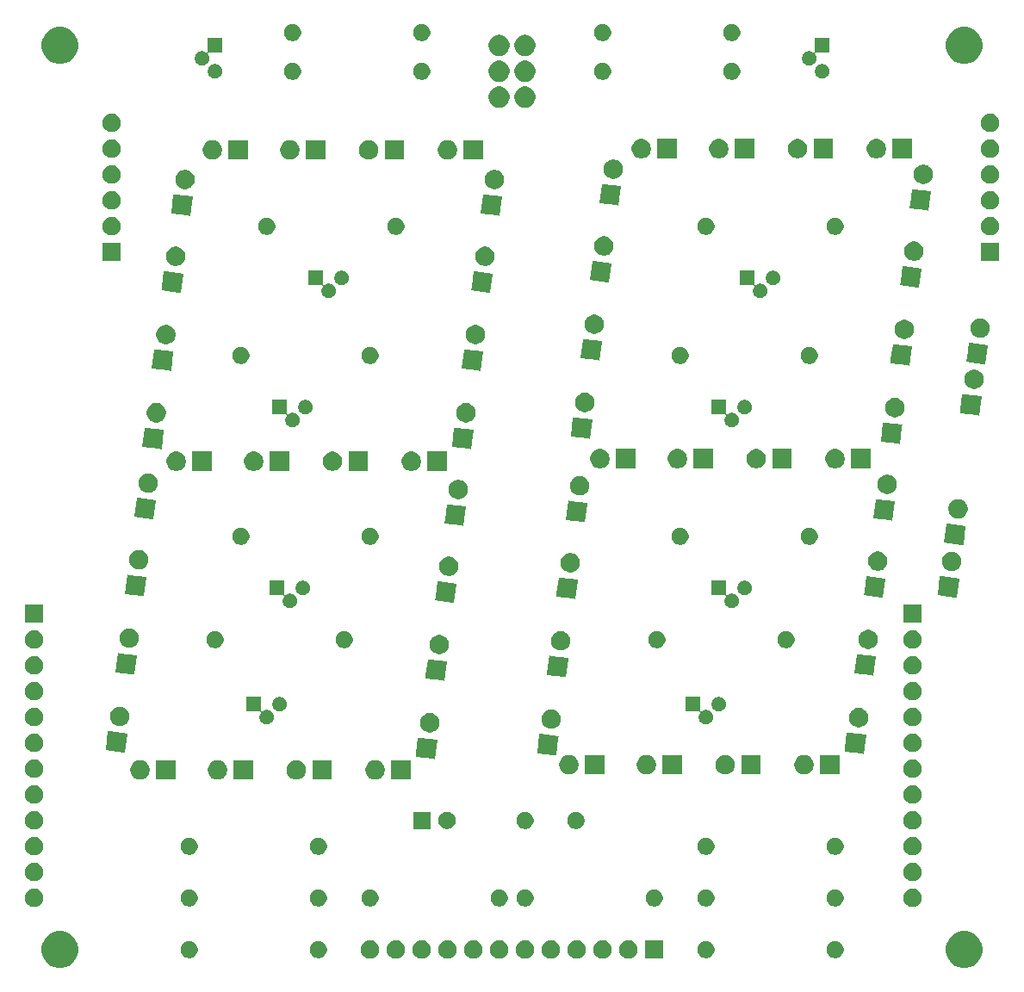
<source format=gbs>
G04 #@! TF.GenerationSoftware,KiCad,Pcbnew,5.1.5-5.1.5*
G04 #@! TF.CreationDate,2020-09-06T13:46:07+10:00*
G04 #@! TF.ProjectId,7segment,37736567-6d65-46e7-942e-6b696361645f,rev?*
G04 #@! TF.SameCoordinates,PX292dfe0PY1d11680*
G04 #@! TF.FileFunction,Soldermask,Bot*
G04 #@! TF.FilePolarity,Negative*
%FSLAX46Y46*%
G04 Gerber Fmt 4.6, Leading zero omitted, Abs format (unit mm)*
G04 Created by KiCad (PCBNEW 5.1.5-5.1.5) date 2020-09-06 13:46:07*
%MOMM*%
%LPD*%
G04 APERTURE LIST*
%ADD10C,0.100000*%
G04 APERTURE END LIST*
D10*
G36*
X89425331Y-87168211D02*
G01*
X89753092Y-87303974D01*
X90048070Y-87501072D01*
X90298928Y-87751930D01*
X90496026Y-88046908D01*
X90631789Y-88374669D01*
X90701000Y-88722616D01*
X90701000Y-89077384D01*
X90631789Y-89425331D01*
X90496026Y-89753092D01*
X90298928Y-90048070D01*
X90048070Y-90298928D01*
X89753092Y-90496026D01*
X89425331Y-90631789D01*
X89077384Y-90701000D01*
X88722616Y-90701000D01*
X88374669Y-90631789D01*
X88046908Y-90496026D01*
X87751930Y-90298928D01*
X87501072Y-90048070D01*
X87303974Y-89753092D01*
X87168211Y-89425331D01*
X87099000Y-89077384D01*
X87099000Y-88722616D01*
X87168211Y-88374669D01*
X87303974Y-88046908D01*
X87501072Y-87751930D01*
X87751930Y-87501072D01*
X88046908Y-87303974D01*
X88374669Y-87168211D01*
X88722616Y-87099000D01*
X89077384Y-87099000D01*
X89425331Y-87168211D01*
G37*
G36*
X525331Y-87168211D02*
G01*
X853092Y-87303974D01*
X1148070Y-87501072D01*
X1398928Y-87751930D01*
X1596026Y-88046908D01*
X1731789Y-88374669D01*
X1801000Y-88722616D01*
X1801000Y-89077384D01*
X1731789Y-89425331D01*
X1596026Y-89753092D01*
X1398928Y-90048070D01*
X1148070Y-90298928D01*
X853092Y-90496026D01*
X525331Y-90631789D01*
X177384Y-90701000D01*
X-177384Y-90701000D01*
X-525331Y-90631789D01*
X-853092Y-90496026D01*
X-1148070Y-90298928D01*
X-1398928Y-90048070D01*
X-1596026Y-89753092D01*
X-1731789Y-89425331D01*
X-1801000Y-89077384D01*
X-1801000Y-88722616D01*
X-1731789Y-88374669D01*
X-1596026Y-88046908D01*
X-1398928Y-87751930D01*
X-1148070Y-87501072D01*
X-853092Y-87303974D01*
X-525331Y-87168211D01*
X-177384Y-87099000D01*
X177384Y-87099000D01*
X525331Y-87168211D01*
G37*
G36*
X59321000Y-89801000D02*
G01*
X57519000Y-89801000D01*
X57519000Y-87999000D01*
X59321000Y-87999000D01*
X59321000Y-89801000D01*
G37*
G36*
X50913512Y-88003927D02*
G01*
X51062812Y-88033624D01*
X51226784Y-88101544D01*
X51374354Y-88200147D01*
X51499853Y-88325646D01*
X51598456Y-88473216D01*
X51666376Y-88637188D01*
X51701000Y-88811259D01*
X51701000Y-88988741D01*
X51666376Y-89162812D01*
X51598456Y-89326784D01*
X51499853Y-89474354D01*
X51374354Y-89599853D01*
X51226784Y-89698456D01*
X51062812Y-89766376D01*
X50913512Y-89796073D01*
X50888742Y-89801000D01*
X50711258Y-89801000D01*
X50686488Y-89796073D01*
X50537188Y-89766376D01*
X50373216Y-89698456D01*
X50225646Y-89599853D01*
X50100147Y-89474354D01*
X50001544Y-89326784D01*
X49933624Y-89162812D01*
X49899000Y-88988741D01*
X49899000Y-88811259D01*
X49933624Y-88637188D01*
X50001544Y-88473216D01*
X50100147Y-88325646D01*
X50225646Y-88200147D01*
X50373216Y-88101544D01*
X50537188Y-88033624D01*
X50686488Y-88003927D01*
X50711258Y-87999000D01*
X50888742Y-87999000D01*
X50913512Y-88003927D01*
G37*
G36*
X53453512Y-88003927D02*
G01*
X53602812Y-88033624D01*
X53766784Y-88101544D01*
X53914354Y-88200147D01*
X54039853Y-88325646D01*
X54138456Y-88473216D01*
X54206376Y-88637188D01*
X54241000Y-88811259D01*
X54241000Y-88988741D01*
X54206376Y-89162812D01*
X54138456Y-89326784D01*
X54039853Y-89474354D01*
X53914354Y-89599853D01*
X53766784Y-89698456D01*
X53602812Y-89766376D01*
X53453512Y-89796073D01*
X53428742Y-89801000D01*
X53251258Y-89801000D01*
X53226488Y-89796073D01*
X53077188Y-89766376D01*
X52913216Y-89698456D01*
X52765646Y-89599853D01*
X52640147Y-89474354D01*
X52541544Y-89326784D01*
X52473624Y-89162812D01*
X52439000Y-88988741D01*
X52439000Y-88811259D01*
X52473624Y-88637188D01*
X52541544Y-88473216D01*
X52640147Y-88325646D01*
X52765646Y-88200147D01*
X52913216Y-88101544D01*
X53077188Y-88033624D01*
X53226488Y-88003927D01*
X53251258Y-87999000D01*
X53428742Y-87999000D01*
X53453512Y-88003927D01*
G37*
G36*
X48373512Y-88003927D02*
G01*
X48522812Y-88033624D01*
X48686784Y-88101544D01*
X48834354Y-88200147D01*
X48959853Y-88325646D01*
X49058456Y-88473216D01*
X49126376Y-88637188D01*
X49161000Y-88811259D01*
X49161000Y-88988741D01*
X49126376Y-89162812D01*
X49058456Y-89326784D01*
X48959853Y-89474354D01*
X48834354Y-89599853D01*
X48686784Y-89698456D01*
X48522812Y-89766376D01*
X48373512Y-89796073D01*
X48348742Y-89801000D01*
X48171258Y-89801000D01*
X48146488Y-89796073D01*
X47997188Y-89766376D01*
X47833216Y-89698456D01*
X47685646Y-89599853D01*
X47560147Y-89474354D01*
X47461544Y-89326784D01*
X47393624Y-89162812D01*
X47359000Y-88988741D01*
X47359000Y-88811259D01*
X47393624Y-88637188D01*
X47461544Y-88473216D01*
X47560147Y-88325646D01*
X47685646Y-88200147D01*
X47833216Y-88101544D01*
X47997188Y-88033624D01*
X48146488Y-88003927D01*
X48171258Y-87999000D01*
X48348742Y-87999000D01*
X48373512Y-88003927D01*
G37*
G36*
X45833512Y-88003927D02*
G01*
X45982812Y-88033624D01*
X46146784Y-88101544D01*
X46294354Y-88200147D01*
X46419853Y-88325646D01*
X46518456Y-88473216D01*
X46586376Y-88637188D01*
X46621000Y-88811259D01*
X46621000Y-88988741D01*
X46586376Y-89162812D01*
X46518456Y-89326784D01*
X46419853Y-89474354D01*
X46294354Y-89599853D01*
X46146784Y-89698456D01*
X45982812Y-89766376D01*
X45833512Y-89796073D01*
X45808742Y-89801000D01*
X45631258Y-89801000D01*
X45606488Y-89796073D01*
X45457188Y-89766376D01*
X45293216Y-89698456D01*
X45145646Y-89599853D01*
X45020147Y-89474354D01*
X44921544Y-89326784D01*
X44853624Y-89162812D01*
X44819000Y-88988741D01*
X44819000Y-88811259D01*
X44853624Y-88637188D01*
X44921544Y-88473216D01*
X45020147Y-88325646D01*
X45145646Y-88200147D01*
X45293216Y-88101544D01*
X45457188Y-88033624D01*
X45606488Y-88003927D01*
X45631258Y-87999000D01*
X45808742Y-87999000D01*
X45833512Y-88003927D01*
G37*
G36*
X43293512Y-88003927D02*
G01*
X43442812Y-88033624D01*
X43606784Y-88101544D01*
X43754354Y-88200147D01*
X43879853Y-88325646D01*
X43978456Y-88473216D01*
X44046376Y-88637188D01*
X44081000Y-88811259D01*
X44081000Y-88988741D01*
X44046376Y-89162812D01*
X43978456Y-89326784D01*
X43879853Y-89474354D01*
X43754354Y-89599853D01*
X43606784Y-89698456D01*
X43442812Y-89766376D01*
X43293512Y-89796073D01*
X43268742Y-89801000D01*
X43091258Y-89801000D01*
X43066488Y-89796073D01*
X42917188Y-89766376D01*
X42753216Y-89698456D01*
X42605646Y-89599853D01*
X42480147Y-89474354D01*
X42381544Y-89326784D01*
X42313624Y-89162812D01*
X42279000Y-88988741D01*
X42279000Y-88811259D01*
X42313624Y-88637188D01*
X42381544Y-88473216D01*
X42480147Y-88325646D01*
X42605646Y-88200147D01*
X42753216Y-88101544D01*
X42917188Y-88033624D01*
X43066488Y-88003927D01*
X43091258Y-87999000D01*
X43268742Y-87999000D01*
X43293512Y-88003927D01*
G37*
G36*
X40753512Y-88003927D02*
G01*
X40902812Y-88033624D01*
X41066784Y-88101544D01*
X41214354Y-88200147D01*
X41339853Y-88325646D01*
X41438456Y-88473216D01*
X41506376Y-88637188D01*
X41541000Y-88811259D01*
X41541000Y-88988741D01*
X41506376Y-89162812D01*
X41438456Y-89326784D01*
X41339853Y-89474354D01*
X41214354Y-89599853D01*
X41066784Y-89698456D01*
X40902812Y-89766376D01*
X40753512Y-89796073D01*
X40728742Y-89801000D01*
X40551258Y-89801000D01*
X40526488Y-89796073D01*
X40377188Y-89766376D01*
X40213216Y-89698456D01*
X40065646Y-89599853D01*
X39940147Y-89474354D01*
X39841544Y-89326784D01*
X39773624Y-89162812D01*
X39739000Y-88988741D01*
X39739000Y-88811259D01*
X39773624Y-88637188D01*
X39841544Y-88473216D01*
X39940147Y-88325646D01*
X40065646Y-88200147D01*
X40213216Y-88101544D01*
X40377188Y-88033624D01*
X40526488Y-88003927D01*
X40551258Y-87999000D01*
X40728742Y-87999000D01*
X40753512Y-88003927D01*
G37*
G36*
X35673512Y-88003927D02*
G01*
X35822812Y-88033624D01*
X35986784Y-88101544D01*
X36134354Y-88200147D01*
X36259853Y-88325646D01*
X36358456Y-88473216D01*
X36426376Y-88637188D01*
X36461000Y-88811259D01*
X36461000Y-88988741D01*
X36426376Y-89162812D01*
X36358456Y-89326784D01*
X36259853Y-89474354D01*
X36134354Y-89599853D01*
X35986784Y-89698456D01*
X35822812Y-89766376D01*
X35673512Y-89796073D01*
X35648742Y-89801000D01*
X35471258Y-89801000D01*
X35446488Y-89796073D01*
X35297188Y-89766376D01*
X35133216Y-89698456D01*
X34985646Y-89599853D01*
X34860147Y-89474354D01*
X34761544Y-89326784D01*
X34693624Y-89162812D01*
X34659000Y-88988741D01*
X34659000Y-88811259D01*
X34693624Y-88637188D01*
X34761544Y-88473216D01*
X34860147Y-88325646D01*
X34985646Y-88200147D01*
X35133216Y-88101544D01*
X35297188Y-88033624D01*
X35446488Y-88003927D01*
X35471258Y-87999000D01*
X35648742Y-87999000D01*
X35673512Y-88003927D01*
G37*
G36*
X38213512Y-88003927D02*
G01*
X38362812Y-88033624D01*
X38526784Y-88101544D01*
X38674354Y-88200147D01*
X38799853Y-88325646D01*
X38898456Y-88473216D01*
X38966376Y-88637188D01*
X39001000Y-88811259D01*
X39001000Y-88988741D01*
X38966376Y-89162812D01*
X38898456Y-89326784D01*
X38799853Y-89474354D01*
X38674354Y-89599853D01*
X38526784Y-89698456D01*
X38362812Y-89766376D01*
X38213512Y-89796073D01*
X38188742Y-89801000D01*
X38011258Y-89801000D01*
X37986488Y-89796073D01*
X37837188Y-89766376D01*
X37673216Y-89698456D01*
X37525646Y-89599853D01*
X37400147Y-89474354D01*
X37301544Y-89326784D01*
X37233624Y-89162812D01*
X37199000Y-88988741D01*
X37199000Y-88811259D01*
X37233624Y-88637188D01*
X37301544Y-88473216D01*
X37400147Y-88325646D01*
X37525646Y-88200147D01*
X37673216Y-88101544D01*
X37837188Y-88033624D01*
X37986488Y-88003927D01*
X38011258Y-87999000D01*
X38188742Y-87999000D01*
X38213512Y-88003927D01*
G37*
G36*
X55993512Y-88003927D02*
G01*
X56142812Y-88033624D01*
X56306784Y-88101544D01*
X56454354Y-88200147D01*
X56579853Y-88325646D01*
X56678456Y-88473216D01*
X56746376Y-88637188D01*
X56781000Y-88811259D01*
X56781000Y-88988741D01*
X56746376Y-89162812D01*
X56678456Y-89326784D01*
X56579853Y-89474354D01*
X56454354Y-89599853D01*
X56306784Y-89698456D01*
X56142812Y-89766376D01*
X55993512Y-89796073D01*
X55968742Y-89801000D01*
X55791258Y-89801000D01*
X55766488Y-89796073D01*
X55617188Y-89766376D01*
X55453216Y-89698456D01*
X55305646Y-89599853D01*
X55180147Y-89474354D01*
X55081544Y-89326784D01*
X55013624Y-89162812D01*
X54979000Y-88988741D01*
X54979000Y-88811259D01*
X55013624Y-88637188D01*
X55081544Y-88473216D01*
X55180147Y-88325646D01*
X55305646Y-88200147D01*
X55453216Y-88101544D01*
X55617188Y-88033624D01*
X55766488Y-88003927D01*
X55791258Y-87999000D01*
X55968742Y-87999000D01*
X55993512Y-88003927D01*
G37*
G36*
X33133512Y-88003927D02*
G01*
X33282812Y-88033624D01*
X33446784Y-88101544D01*
X33594354Y-88200147D01*
X33719853Y-88325646D01*
X33818456Y-88473216D01*
X33886376Y-88637188D01*
X33921000Y-88811259D01*
X33921000Y-88988741D01*
X33886376Y-89162812D01*
X33818456Y-89326784D01*
X33719853Y-89474354D01*
X33594354Y-89599853D01*
X33446784Y-89698456D01*
X33282812Y-89766376D01*
X33133512Y-89796073D01*
X33108742Y-89801000D01*
X32931258Y-89801000D01*
X32906488Y-89796073D01*
X32757188Y-89766376D01*
X32593216Y-89698456D01*
X32445646Y-89599853D01*
X32320147Y-89474354D01*
X32221544Y-89326784D01*
X32153624Y-89162812D01*
X32119000Y-88988741D01*
X32119000Y-88811259D01*
X32153624Y-88637188D01*
X32221544Y-88473216D01*
X32320147Y-88325646D01*
X32445646Y-88200147D01*
X32593216Y-88101544D01*
X32757188Y-88033624D01*
X32906488Y-88003927D01*
X32931258Y-87999000D01*
X33108742Y-87999000D01*
X33133512Y-88003927D01*
G37*
G36*
X30593512Y-88003927D02*
G01*
X30742812Y-88033624D01*
X30906784Y-88101544D01*
X31054354Y-88200147D01*
X31179853Y-88325646D01*
X31278456Y-88473216D01*
X31346376Y-88637188D01*
X31381000Y-88811259D01*
X31381000Y-88988741D01*
X31346376Y-89162812D01*
X31278456Y-89326784D01*
X31179853Y-89474354D01*
X31054354Y-89599853D01*
X30906784Y-89698456D01*
X30742812Y-89766376D01*
X30593512Y-89796073D01*
X30568742Y-89801000D01*
X30391258Y-89801000D01*
X30366488Y-89796073D01*
X30217188Y-89766376D01*
X30053216Y-89698456D01*
X29905646Y-89599853D01*
X29780147Y-89474354D01*
X29681544Y-89326784D01*
X29613624Y-89162812D01*
X29579000Y-88988741D01*
X29579000Y-88811259D01*
X29613624Y-88637188D01*
X29681544Y-88473216D01*
X29780147Y-88325646D01*
X29905646Y-88200147D01*
X30053216Y-88101544D01*
X30217188Y-88033624D01*
X30366488Y-88003927D01*
X30391258Y-87999000D01*
X30568742Y-87999000D01*
X30593512Y-88003927D01*
G37*
G36*
X25648228Y-88081703D02*
G01*
X25803100Y-88145853D01*
X25942481Y-88238985D01*
X26061015Y-88357519D01*
X26154147Y-88496900D01*
X26218297Y-88651772D01*
X26251000Y-88816184D01*
X26251000Y-88983816D01*
X26218297Y-89148228D01*
X26154147Y-89303100D01*
X26061015Y-89442481D01*
X25942481Y-89561015D01*
X25803100Y-89654147D01*
X25648228Y-89718297D01*
X25483816Y-89751000D01*
X25316184Y-89751000D01*
X25151772Y-89718297D01*
X24996900Y-89654147D01*
X24857519Y-89561015D01*
X24738985Y-89442481D01*
X24645853Y-89303100D01*
X24581703Y-89148228D01*
X24549000Y-88983816D01*
X24549000Y-88816184D01*
X24581703Y-88651772D01*
X24645853Y-88496900D01*
X24738985Y-88357519D01*
X24857519Y-88238985D01*
X24996900Y-88145853D01*
X25151772Y-88081703D01*
X25316184Y-88049000D01*
X25483816Y-88049000D01*
X25648228Y-88081703D01*
G37*
G36*
X12948228Y-88081703D02*
G01*
X13103100Y-88145853D01*
X13242481Y-88238985D01*
X13361015Y-88357519D01*
X13454147Y-88496900D01*
X13518297Y-88651772D01*
X13551000Y-88816184D01*
X13551000Y-88983816D01*
X13518297Y-89148228D01*
X13454147Y-89303100D01*
X13361015Y-89442481D01*
X13242481Y-89561015D01*
X13103100Y-89654147D01*
X12948228Y-89718297D01*
X12783816Y-89751000D01*
X12616184Y-89751000D01*
X12451772Y-89718297D01*
X12296900Y-89654147D01*
X12157519Y-89561015D01*
X12038985Y-89442481D01*
X11945853Y-89303100D01*
X11881703Y-89148228D01*
X11849000Y-88983816D01*
X11849000Y-88816184D01*
X11881703Y-88651772D01*
X11945853Y-88496900D01*
X12038985Y-88357519D01*
X12157519Y-88238985D01*
X12296900Y-88145853D01*
X12451772Y-88081703D01*
X12616184Y-88049000D01*
X12783816Y-88049000D01*
X12948228Y-88081703D01*
G37*
G36*
X76448228Y-88081703D02*
G01*
X76603100Y-88145853D01*
X76742481Y-88238985D01*
X76861015Y-88357519D01*
X76954147Y-88496900D01*
X77018297Y-88651772D01*
X77051000Y-88816184D01*
X77051000Y-88983816D01*
X77018297Y-89148228D01*
X76954147Y-89303100D01*
X76861015Y-89442481D01*
X76742481Y-89561015D01*
X76603100Y-89654147D01*
X76448228Y-89718297D01*
X76283816Y-89751000D01*
X76116184Y-89751000D01*
X75951772Y-89718297D01*
X75796900Y-89654147D01*
X75657519Y-89561015D01*
X75538985Y-89442481D01*
X75445853Y-89303100D01*
X75381703Y-89148228D01*
X75349000Y-88983816D01*
X75349000Y-88816184D01*
X75381703Y-88651772D01*
X75445853Y-88496900D01*
X75538985Y-88357519D01*
X75657519Y-88238985D01*
X75796900Y-88145853D01*
X75951772Y-88081703D01*
X76116184Y-88049000D01*
X76283816Y-88049000D01*
X76448228Y-88081703D01*
G37*
G36*
X63748228Y-88081703D02*
G01*
X63903100Y-88145853D01*
X64042481Y-88238985D01*
X64161015Y-88357519D01*
X64254147Y-88496900D01*
X64318297Y-88651772D01*
X64351000Y-88816184D01*
X64351000Y-88983816D01*
X64318297Y-89148228D01*
X64254147Y-89303100D01*
X64161015Y-89442481D01*
X64042481Y-89561015D01*
X63903100Y-89654147D01*
X63748228Y-89718297D01*
X63583816Y-89751000D01*
X63416184Y-89751000D01*
X63251772Y-89718297D01*
X63096900Y-89654147D01*
X62957519Y-89561015D01*
X62838985Y-89442481D01*
X62745853Y-89303100D01*
X62681703Y-89148228D01*
X62649000Y-88983816D01*
X62649000Y-88816184D01*
X62681703Y-88651772D01*
X62745853Y-88496900D01*
X62838985Y-88357519D01*
X62957519Y-88238985D01*
X63096900Y-88145853D01*
X63251772Y-88081703D01*
X63416184Y-88049000D01*
X63583816Y-88049000D01*
X63748228Y-88081703D01*
G37*
G36*
X-2426488Y-82923927D02*
G01*
X-2277188Y-82953624D01*
X-2113216Y-83021544D01*
X-1965646Y-83120147D01*
X-1840147Y-83245646D01*
X-1741544Y-83393216D01*
X-1673624Y-83557188D01*
X-1639000Y-83731259D01*
X-1639000Y-83908741D01*
X-1673624Y-84082812D01*
X-1741544Y-84246784D01*
X-1840147Y-84394354D01*
X-1965646Y-84519853D01*
X-2113216Y-84618456D01*
X-2277188Y-84686376D01*
X-2426488Y-84716073D01*
X-2451258Y-84721000D01*
X-2628742Y-84721000D01*
X-2653512Y-84716073D01*
X-2802812Y-84686376D01*
X-2966784Y-84618456D01*
X-3114354Y-84519853D01*
X-3239853Y-84394354D01*
X-3338456Y-84246784D01*
X-3406376Y-84082812D01*
X-3441000Y-83908741D01*
X-3441000Y-83731259D01*
X-3406376Y-83557188D01*
X-3338456Y-83393216D01*
X-3239853Y-83245646D01*
X-3114354Y-83120147D01*
X-2966784Y-83021544D01*
X-2802812Y-82953624D01*
X-2653512Y-82923927D01*
X-2628742Y-82919000D01*
X-2451258Y-82919000D01*
X-2426488Y-82923927D01*
G37*
G36*
X83933512Y-82923927D02*
G01*
X84082812Y-82953624D01*
X84246784Y-83021544D01*
X84394354Y-83120147D01*
X84519853Y-83245646D01*
X84618456Y-83393216D01*
X84686376Y-83557188D01*
X84721000Y-83731259D01*
X84721000Y-83908741D01*
X84686376Y-84082812D01*
X84618456Y-84246784D01*
X84519853Y-84394354D01*
X84394354Y-84519853D01*
X84246784Y-84618456D01*
X84082812Y-84686376D01*
X83933512Y-84716073D01*
X83908742Y-84721000D01*
X83731258Y-84721000D01*
X83706488Y-84716073D01*
X83557188Y-84686376D01*
X83393216Y-84618456D01*
X83245646Y-84519853D01*
X83120147Y-84394354D01*
X83021544Y-84246784D01*
X82953624Y-84082812D01*
X82919000Y-83908741D01*
X82919000Y-83731259D01*
X82953624Y-83557188D01*
X83021544Y-83393216D01*
X83120147Y-83245646D01*
X83245646Y-83120147D01*
X83393216Y-83021544D01*
X83557188Y-82953624D01*
X83706488Y-82923927D01*
X83731258Y-82919000D01*
X83908742Y-82919000D01*
X83933512Y-82923927D01*
G37*
G36*
X30728228Y-83001703D02*
G01*
X30883100Y-83065853D01*
X31022481Y-83158985D01*
X31141015Y-83277519D01*
X31234147Y-83416900D01*
X31298297Y-83571772D01*
X31331000Y-83736184D01*
X31331000Y-83903816D01*
X31298297Y-84068228D01*
X31234147Y-84223100D01*
X31141015Y-84362481D01*
X31022481Y-84481015D01*
X30883100Y-84574147D01*
X30728228Y-84638297D01*
X30563816Y-84671000D01*
X30396184Y-84671000D01*
X30231772Y-84638297D01*
X30076900Y-84574147D01*
X29937519Y-84481015D01*
X29818985Y-84362481D01*
X29725853Y-84223100D01*
X29661703Y-84068228D01*
X29629000Y-83903816D01*
X29629000Y-83736184D01*
X29661703Y-83571772D01*
X29725853Y-83416900D01*
X29818985Y-83277519D01*
X29937519Y-83158985D01*
X30076900Y-83065853D01*
X30231772Y-83001703D01*
X30396184Y-82969000D01*
X30563816Y-82969000D01*
X30728228Y-83001703D01*
G37*
G36*
X25648228Y-83001703D02*
G01*
X25803100Y-83065853D01*
X25942481Y-83158985D01*
X26061015Y-83277519D01*
X26154147Y-83416900D01*
X26218297Y-83571772D01*
X26251000Y-83736184D01*
X26251000Y-83903816D01*
X26218297Y-84068228D01*
X26154147Y-84223100D01*
X26061015Y-84362481D01*
X25942481Y-84481015D01*
X25803100Y-84574147D01*
X25648228Y-84638297D01*
X25483816Y-84671000D01*
X25316184Y-84671000D01*
X25151772Y-84638297D01*
X24996900Y-84574147D01*
X24857519Y-84481015D01*
X24738985Y-84362481D01*
X24645853Y-84223100D01*
X24581703Y-84068228D01*
X24549000Y-83903816D01*
X24549000Y-83736184D01*
X24581703Y-83571772D01*
X24645853Y-83416900D01*
X24738985Y-83277519D01*
X24857519Y-83158985D01*
X24996900Y-83065853D01*
X25151772Y-83001703D01*
X25316184Y-82969000D01*
X25483816Y-82969000D01*
X25648228Y-83001703D01*
G37*
G36*
X12948228Y-83001703D02*
G01*
X13103100Y-83065853D01*
X13242481Y-83158985D01*
X13361015Y-83277519D01*
X13454147Y-83416900D01*
X13518297Y-83571772D01*
X13551000Y-83736184D01*
X13551000Y-83903816D01*
X13518297Y-84068228D01*
X13454147Y-84223100D01*
X13361015Y-84362481D01*
X13242481Y-84481015D01*
X13103100Y-84574147D01*
X12948228Y-84638297D01*
X12783816Y-84671000D01*
X12616184Y-84671000D01*
X12451772Y-84638297D01*
X12296900Y-84574147D01*
X12157519Y-84481015D01*
X12038985Y-84362481D01*
X11945853Y-84223100D01*
X11881703Y-84068228D01*
X11849000Y-83903816D01*
X11849000Y-83736184D01*
X11881703Y-83571772D01*
X11945853Y-83416900D01*
X12038985Y-83277519D01*
X12157519Y-83158985D01*
X12296900Y-83065853D01*
X12451772Y-83001703D01*
X12616184Y-82969000D01*
X12783816Y-82969000D01*
X12948228Y-83001703D01*
G37*
G36*
X43428228Y-83001703D02*
G01*
X43583100Y-83065853D01*
X43722481Y-83158985D01*
X43841015Y-83277519D01*
X43934147Y-83416900D01*
X43998297Y-83571772D01*
X44031000Y-83736184D01*
X44031000Y-83903816D01*
X43998297Y-84068228D01*
X43934147Y-84223100D01*
X43841015Y-84362481D01*
X43722481Y-84481015D01*
X43583100Y-84574147D01*
X43428228Y-84638297D01*
X43263816Y-84671000D01*
X43096184Y-84671000D01*
X42931772Y-84638297D01*
X42776900Y-84574147D01*
X42637519Y-84481015D01*
X42518985Y-84362481D01*
X42425853Y-84223100D01*
X42361703Y-84068228D01*
X42329000Y-83903816D01*
X42329000Y-83736184D01*
X42361703Y-83571772D01*
X42425853Y-83416900D01*
X42518985Y-83277519D01*
X42637519Y-83158985D01*
X42776900Y-83065853D01*
X42931772Y-83001703D01*
X43096184Y-82969000D01*
X43263816Y-82969000D01*
X43428228Y-83001703D01*
G37*
G36*
X45968228Y-83001703D02*
G01*
X46123100Y-83065853D01*
X46262481Y-83158985D01*
X46381015Y-83277519D01*
X46474147Y-83416900D01*
X46538297Y-83571772D01*
X46571000Y-83736184D01*
X46571000Y-83903816D01*
X46538297Y-84068228D01*
X46474147Y-84223100D01*
X46381015Y-84362481D01*
X46262481Y-84481015D01*
X46123100Y-84574147D01*
X45968228Y-84638297D01*
X45803816Y-84671000D01*
X45636184Y-84671000D01*
X45471772Y-84638297D01*
X45316900Y-84574147D01*
X45177519Y-84481015D01*
X45058985Y-84362481D01*
X44965853Y-84223100D01*
X44901703Y-84068228D01*
X44869000Y-83903816D01*
X44869000Y-83736184D01*
X44901703Y-83571772D01*
X44965853Y-83416900D01*
X45058985Y-83277519D01*
X45177519Y-83158985D01*
X45316900Y-83065853D01*
X45471772Y-83001703D01*
X45636184Y-82969000D01*
X45803816Y-82969000D01*
X45968228Y-83001703D01*
G37*
G36*
X58668228Y-83001703D02*
G01*
X58823100Y-83065853D01*
X58962481Y-83158985D01*
X59081015Y-83277519D01*
X59174147Y-83416900D01*
X59238297Y-83571772D01*
X59271000Y-83736184D01*
X59271000Y-83903816D01*
X59238297Y-84068228D01*
X59174147Y-84223100D01*
X59081015Y-84362481D01*
X58962481Y-84481015D01*
X58823100Y-84574147D01*
X58668228Y-84638297D01*
X58503816Y-84671000D01*
X58336184Y-84671000D01*
X58171772Y-84638297D01*
X58016900Y-84574147D01*
X57877519Y-84481015D01*
X57758985Y-84362481D01*
X57665853Y-84223100D01*
X57601703Y-84068228D01*
X57569000Y-83903816D01*
X57569000Y-83736184D01*
X57601703Y-83571772D01*
X57665853Y-83416900D01*
X57758985Y-83277519D01*
X57877519Y-83158985D01*
X58016900Y-83065853D01*
X58171772Y-83001703D01*
X58336184Y-82969000D01*
X58503816Y-82969000D01*
X58668228Y-83001703D01*
G37*
G36*
X63748228Y-83001703D02*
G01*
X63903100Y-83065853D01*
X64042481Y-83158985D01*
X64161015Y-83277519D01*
X64254147Y-83416900D01*
X64318297Y-83571772D01*
X64351000Y-83736184D01*
X64351000Y-83903816D01*
X64318297Y-84068228D01*
X64254147Y-84223100D01*
X64161015Y-84362481D01*
X64042481Y-84481015D01*
X63903100Y-84574147D01*
X63748228Y-84638297D01*
X63583816Y-84671000D01*
X63416184Y-84671000D01*
X63251772Y-84638297D01*
X63096900Y-84574147D01*
X62957519Y-84481015D01*
X62838985Y-84362481D01*
X62745853Y-84223100D01*
X62681703Y-84068228D01*
X62649000Y-83903816D01*
X62649000Y-83736184D01*
X62681703Y-83571772D01*
X62745853Y-83416900D01*
X62838985Y-83277519D01*
X62957519Y-83158985D01*
X63096900Y-83065853D01*
X63251772Y-83001703D01*
X63416184Y-82969000D01*
X63583816Y-82969000D01*
X63748228Y-83001703D01*
G37*
G36*
X76448228Y-83001703D02*
G01*
X76603100Y-83065853D01*
X76742481Y-83158985D01*
X76861015Y-83277519D01*
X76954147Y-83416900D01*
X77018297Y-83571772D01*
X77051000Y-83736184D01*
X77051000Y-83903816D01*
X77018297Y-84068228D01*
X76954147Y-84223100D01*
X76861015Y-84362481D01*
X76742481Y-84481015D01*
X76603100Y-84574147D01*
X76448228Y-84638297D01*
X76283816Y-84671000D01*
X76116184Y-84671000D01*
X75951772Y-84638297D01*
X75796900Y-84574147D01*
X75657519Y-84481015D01*
X75538985Y-84362481D01*
X75445853Y-84223100D01*
X75381703Y-84068228D01*
X75349000Y-83903816D01*
X75349000Y-83736184D01*
X75381703Y-83571772D01*
X75445853Y-83416900D01*
X75538985Y-83277519D01*
X75657519Y-83158985D01*
X75796900Y-83065853D01*
X75951772Y-83001703D01*
X76116184Y-82969000D01*
X76283816Y-82969000D01*
X76448228Y-83001703D01*
G37*
G36*
X-2426488Y-80383927D02*
G01*
X-2277188Y-80413624D01*
X-2113216Y-80481544D01*
X-1965646Y-80580147D01*
X-1840147Y-80705646D01*
X-1741544Y-80853216D01*
X-1673624Y-81017188D01*
X-1639000Y-81191259D01*
X-1639000Y-81368741D01*
X-1673624Y-81542812D01*
X-1741544Y-81706784D01*
X-1840147Y-81854354D01*
X-1965646Y-81979853D01*
X-2113216Y-82078456D01*
X-2277188Y-82146376D01*
X-2426488Y-82176073D01*
X-2451258Y-82181000D01*
X-2628742Y-82181000D01*
X-2653512Y-82176073D01*
X-2802812Y-82146376D01*
X-2966784Y-82078456D01*
X-3114354Y-81979853D01*
X-3239853Y-81854354D01*
X-3338456Y-81706784D01*
X-3406376Y-81542812D01*
X-3441000Y-81368741D01*
X-3441000Y-81191259D01*
X-3406376Y-81017188D01*
X-3338456Y-80853216D01*
X-3239853Y-80705646D01*
X-3114354Y-80580147D01*
X-2966784Y-80481544D01*
X-2802812Y-80413624D01*
X-2653512Y-80383927D01*
X-2628742Y-80379000D01*
X-2451258Y-80379000D01*
X-2426488Y-80383927D01*
G37*
G36*
X83933512Y-80383927D02*
G01*
X84082812Y-80413624D01*
X84246784Y-80481544D01*
X84394354Y-80580147D01*
X84519853Y-80705646D01*
X84618456Y-80853216D01*
X84686376Y-81017188D01*
X84721000Y-81191259D01*
X84721000Y-81368741D01*
X84686376Y-81542812D01*
X84618456Y-81706784D01*
X84519853Y-81854354D01*
X84394354Y-81979853D01*
X84246784Y-82078456D01*
X84082812Y-82146376D01*
X83933512Y-82176073D01*
X83908742Y-82181000D01*
X83731258Y-82181000D01*
X83706488Y-82176073D01*
X83557188Y-82146376D01*
X83393216Y-82078456D01*
X83245646Y-81979853D01*
X83120147Y-81854354D01*
X83021544Y-81706784D01*
X82953624Y-81542812D01*
X82919000Y-81368741D01*
X82919000Y-81191259D01*
X82953624Y-81017188D01*
X83021544Y-80853216D01*
X83120147Y-80705646D01*
X83245646Y-80580147D01*
X83393216Y-80481544D01*
X83557188Y-80413624D01*
X83706488Y-80383927D01*
X83731258Y-80379000D01*
X83908742Y-80379000D01*
X83933512Y-80383927D01*
G37*
G36*
X83933512Y-77843927D02*
G01*
X84082812Y-77873624D01*
X84246784Y-77941544D01*
X84394354Y-78040147D01*
X84519853Y-78165646D01*
X84618456Y-78313216D01*
X84686376Y-78477188D01*
X84721000Y-78651259D01*
X84721000Y-78828741D01*
X84686376Y-79002812D01*
X84618456Y-79166784D01*
X84519853Y-79314354D01*
X84394354Y-79439853D01*
X84246784Y-79538456D01*
X84082812Y-79606376D01*
X83933512Y-79636073D01*
X83908742Y-79641000D01*
X83731258Y-79641000D01*
X83706488Y-79636073D01*
X83557188Y-79606376D01*
X83393216Y-79538456D01*
X83245646Y-79439853D01*
X83120147Y-79314354D01*
X83021544Y-79166784D01*
X82953624Y-79002812D01*
X82919000Y-78828741D01*
X82919000Y-78651259D01*
X82953624Y-78477188D01*
X83021544Y-78313216D01*
X83120147Y-78165646D01*
X83245646Y-78040147D01*
X83393216Y-77941544D01*
X83557188Y-77873624D01*
X83706488Y-77843927D01*
X83731258Y-77839000D01*
X83908742Y-77839000D01*
X83933512Y-77843927D01*
G37*
G36*
X-2426488Y-77843927D02*
G01*
X-2277188Y-77873624D01*
X-2113216Y-77941544D01*
X-1965646Y-78040147D01*
X-1840147Y-78165646D01*
X-1741544Y-78313216D01*
X-1673624Y-78477188D01*
X-1639000Y-78651259D01*
X-1639000Y-78828741D01*
X-1673624Y-79002812D01*
X-1741544Y-79166784D01*
X-1840147Y-79314354D01*
X-1965646Y-79439853D01*
X-2113216Y-79538456D01*
X-2277188Y-79606376D01*
X-2426488Y-79636073D01*
X-2451258Y-79641000D01*
X-2628742Y-79641000D01*
X-2653512Y-79636073D01*
X-2802812Y-79606376D01*
X-2966784Y-79538456D01*
X-3114354Y-79439853D01*
X-3239853Y-79314354D01*
X-3338456Y-79166784D01*
X-3406376Y-79002812D01*
X-3441000Y-78828741D01*
X-3441000Y-78651259D01*
X-3406376Y-78477188D01*
X-3338456Y-78313216D01*
X-3239853Y-78165646D01*
X-3114354Y-78040147D01*
X-2966784Y-77941544D01*
X-2802812Y-77873624D01*
X-2653512Y-77843927D01*
X-2628742Y-77839000D01*
X-2451258Y-77839000D01*
X-2426488Y-77843927D01*
G37*
G36*
X25648228Y-77921703D02*
G01*
X25803100Y-77985853D01*
X25942481Y-78078985D01*
X26061015Y-78197519D01*
X26154147Y-78336900D01*
X26218297Y-78491772D01*
X26251000Y-78656184D01*
X26251000Y-78823816D01*
X26218297Y-78988228D01*
X26154147Y-79143100D01*
X26061015Y-79282481D01*
X25942481Y-79401015D01*
X25803100Y-79494147D01*
X25648228Y-79558297D01*
X25483816Y-79591000D01*
X25316184Y-79591000D01*
X25151772Y-79558297D01*
X24996900Y-79494147D01*
X24857519Y-79401015D01*
X24738985Y-79282481D01*
X24645853Y-79143100D01*
X24581703Y-78988228D01*
X24549000Y-78823816D01*
X24549000Y-78656184D01*
X24581703Y-78491772D01*
X24645853Y-78336900D01*
X24738985Y-78197519D01*
X24857519Y-78078985D01*
X24996900Y-77985853D01*
X25151772Y-77921703D01*
X25316184Y-77889000D01*
X25483816Y-77889000D01*
X25648228Y-77921703D01*
G37*
G36*
X12948228Y-77921703D02*
G01*
X13103100Y-77985853D01*
X13242481Y-78078985D01*
X13361015Y-78197519D01*
X13454147Y-78336900D01*
X13518297Y-78491772D01*
X13551000Y-78656184D01*
X13551000Y-78823816D01*
X13518297Y-78988228D01*
X13454147Y-79143100D01*
X13361015Y-79282481D01*
X13242481Y-79401015D01*
X13103100Y-79494147D01*
X12948228Y-79558297D01*
X12783816Y-79591000D01*
X12616184Y-79591000D01*
X12451772Y-79558297D01*
X12296900Y-79494147D01*
X12157519Y-79401015D01*
X12038985Y-79282481D01*
X11945853Y-79143100D01*
X11881703Y-78988228D01*
X11849000Y-78823816D01*
X11849000Y-78656184D01*
X11881703Y-78491772D01*
X11945853Y-78336900D01*
X12038985Y-78197519D01*
X12157519Y-78078985D01*
X12296900Y-77985853D01*
X12451772Y-77921703D01*
X12616184Y-77889000D01*
X12783816Y-77889000D01*
X12948228Y-77921703D01*
G37*
G36*
X76448228Y-77921703D02*
G01*
X76603100Y-77985853D01*
X76742481Y-78078985D01*
X76861015Y-78197519D01*
X76954147Y-78336900D01*
X77018297Y-78491772D01*
X77051000Y-78656184D01*
X77051000Y-78823816D01*
X77018297Y-78988228D01*
X76954147Y-79143100D01*
X76861015Y-79282481D01*
X76742481Y-79401015D01*
X76603100Y-79494147D01*
X76448228Y-79558297D01*
X76283816Y-79591000D01*
X76116184Y-79591000D01*
X75951772Y-79558297D01*
X75796900Y-79494147D01*
X75657519Y-79401015D01*
X75538985Y-79282481D01*
X75445853Y-79143100D01*
X75381703Y-78988228D01*
X75349000Y-78823816D01*
X75349000Y-78656184D01*
X75381703Y-78491772D01*
X75445853Y-78336900D01*
X75538985Y-78197519D01*
X75657519Y-78078985D01*
X75796900Y-77985853D01*
X75951772Y-77921703D01*
X76116184Y-77889000D01*
X76283816Y-77889000D01*
X76448228Y-77921703D01*
G37*
G36*
X63748228Y-77921703D02*
G01*
X63903100Y-77985853D01*
X64042481Y-78078985D01*
X64161015Y-78197519D01*
X64254147Y-78336900D01*
X64318297Y-78491772D01*
X64351000Y-78656184D01*
X64351000Y-78823816D01*
X64318297Y-78988228D01*
X64254147Y-79143100D01*
X64161015Y-79282481D01*
X64042481Y-79401015D01*
X63903100Y-79494147D01*
X63748228Y-79558297D01*
X63583816Y-79591000D01*
X63416184Y-79591000D01*
X63251772Y-79558297D01*
X63096900Y-79494147D01*
X62957519Y-79401015D01*
X62838985Y-79282481D01*
X62745853Y-79143100D01*
X62681703Y-78988228D01*
X62649000Y-78823816D01*
X62649000Y-78656184D01*
X62681703Y-78491772D01*
X62745853Y-78336900D01*
X62838985Y-78197519D01*
X62957519Y-78078985D01*
X63096900Y-77985853D01*
X63251772Y-77921703D01*
X63416184Y-77889000D01*
X63583816Y-77889000D01*
X63748228Y-77921703D01*
G37*
G36*
X-2426488Y-75303927D02*
G01*
X-2277188Y-75333624D01*
X-2113216Y-75401544D01*
X-1965646Y-75500147D01*
X-1840147Y-75625646D01*
X-1741544Y-75773216D01*
X-1673624Y-75937188D01*
X-1639000Y-76111259D01*
X-1639000Y-76288741D01*
X-1673624Y-76462812D01*
X-1741544Y-76626784D01*
X-1840147Y-76774354D01*
X-1965646Y-76899853D01*
X-2113216Y-76998456D01*
X-2277188Y-77066376D01*
X-2426488Y-77096073D01*
X-2451258Y-77101000D01*
X-2628742Y-77101000D01*
X-2653512Y-77096073D01*
X-2802812Y-77066376D01*
X-2966784Y-76998456D01*
X-3114354Y-76899853D01*
X-3239853Y-76774354D01*
X-3338456Y-76626784D01*
X-3406376Y-76462812D01*
X-3441000Y-76288741D01*
X-3441000Y-76111259D01*
X-3406376Y-75937188D01*
X-3338456Y-75773216D01*
X-3239853Y-75625646D01*
X-3114354Y-75500147D01*
X-2966784Y-75401544D01*
X-2802812Y-75333624D01*
X-2653512Y-75303927D01*
X-2628742Y-75299000D01*
X-2451258Y-75299000D01*
X-2426488Y-75303927D01*
G37*
G36*
X83933512Y-75303927D02*
G01*
X84082812Y-75333624D01*
X84246784Y-75401544D01*
X84394354Y-75500147D01*
X84519853Y-75625646D01*
X84618456Y-75773216D01*
X84686376Y-75937188D01*
X84721000Y-76111259D01*
X84721000Y-76288741D01*
X84686376Y-76462812D01*
X84618456Y-76626784D01*
X84519853Y-76774354D01*
X84394354Y-76899853D01*
X84246784Y-76998456D01*
X84082812Y-77066376D01*
X83933512Y-77096073D01*
X83908742Y-77101000D01*
X83731258Y-77101000D01*
X83706488Y-77096073D01*
X83557188Y-77066376D01*
X83393216Y-76998456D01*
X83245646Y-76899853D01*
X83120147Y-76774354D01*
X83021544Y-76626784D01*
X82953624Y-76462812D01*
X82919000Y-76288741D01*
X82919000Y-76111259D01*
X82953624Y-75937188D01*
X83021544Y-75773216D01*
X83120147Y-75625646D01*
X83245646Y-75500147D01*
X83393216Y-75401544D01*
X83557188Y-75333624D01*
X83706488Y-75303927D01*
X83731258Y-75299000D01*
X83908742Y-75299000D01*
X83933512Y-75303927D01*
G37*
G36*
X45968228Y-75381703D02*
G01*
X46123100Y-75445853D01*
X46262481Y-75538985D01*
X46381015Y-75657519D01*
X46474147Y-75796900D01*
X46538297Y-75951772D01*
X46571000Y-76116184D01*
X46571000Y-76283816D01*
X46538297Y-76448228D01*
X46474147Y-76603100D01*
X46381015Y-76742481D01*
X46262481Y-76861015D01*
X46123100Y-76954147D01*
X45968228Y-77018297D01*
X45803816Y-77051000D01*
X45636184Y-77051000D01*
X45471772Y-77018297D01*
X45316900Y-76954147D01*
X45177519Y-76861015D01*
X45058985Y-76742481D01*
X44965853Y-76603100D01*
X44901703Y-76448228D01*
X44869000Y-76283816D01*
X44869000Y-76116184D01*
X44901703Y-75951772D01*
X44965853Y-75796900D01*
X45058985Y-75657519D01*
X45177519Y-75538985D01*
X45316900Y-75445853D01*
X45471772Y-75381703D01*
X45636184Y-75349000D01*
X45803816Y-75349000D01*
X45968228Y-75381703D01*
G37*
G36*
X50968228Y-75381703D02*
G01*
X51123100Y-75445853D01*
X51262481Y-75538985D01*
X51381015Y-75657519D01*
X51474147Y-75796900D01*
X51538297Y-75951772D01*
X51571000Y-76116184D01*
X51571000Y-76283816D01*
X51538297Y-76448228D01*
X51474147Y-76603100D01*
X51381015Y-76742481D01*
X51262481Y-76861015D01*
X51123100Y-76954147D01*
X50968228Y-77018297D01*
X50803816Y-77051000D01*
X50636184Y-77051000D01*
X50471772Y-77018297D01*
X50316900Y-76954147D01*
X50177519Y-76861015D01*
X50058985Y-76742481D01*
X49965853Y-76603100D01*
X49901703Y-76448228D01*
X49869000Y-76283816D01*
X49869000Y-76116184D01*
X49901703Y-75951772D01*
X49965853Y-75796900D01*
X50058985Y-75657519D01*
X50177519Y-75538985D01*
X50316900Y-75445853D01*
X50471772Y-75381703D01*
X50636184Y-75349000D01*
X50803816Y-75349000D01*
X50968228Y-75381703D01*
G37*
G36*
X36411000Y-77051000D02*
G01*
X34709000Y-77051000D01*
X34709000Y-75349000D01*
X36411000Y-75349000D01*
X36411000Y-77051000D01*
G37*
G36*
X38308228Y-75381703D02*
G01*
X38463100Y-75445853D01*
X38602481Y-75538985D01*
X38721015Y-75657519D01*
X38814147Y-75796900D01*
X38878297Y-75951772D01*
X38911000Y-76116184D01*
X38911000Y-76283816D01*
X38878297Y-76448228D01*
X38814147Y-76603100D01*
X38721015Y-76742481D01*
X38602481Y-76861015D01*
X38463100Y-76954147D01*
X38308228Y-77018297D01*
X38143816Y-77051000D01*
X37976184Y-77051000D01*
X37811772Y-77018297D01*
X37656900Y-76954147D01*
X37517519Y-76861015D01*
X37398985Y-76742481D01*
X37305853Y-76603100D01*
X37241703Y-76448228D01*
X37209000Y-76283816D01*
X37209000Y-76116184D01*
X37241703Y-75951772D01*
X37305853Y-75796900D01*
X37398985Y-75657519D01*
X37517519Y-75538985D01*
X37656900Y-75445853D01*
X37811772Y-75381703D01*
X37976184Y-75349000D01*
X38143816Y-75349000D01*
X38308228Y-75381703D01*
G37*
G36*
X83933512Y-72763927D02*
G01*
X84082812Y-72793624D01*
X84246784Y-72861544D01*
X84394354Y-72960147D01*
X84519853Y-73085646D01*
X84618456Y-73233216D01*
X84686376Y-73397188D01*
X84721000Y-73571259D01*
X84721000Y-73748741D01*
X84686376Y-73922812D01*
X84618456Y-74086784D01*
X84519853Y-74234354D01*
X84394354Y-74359853D01*
X84246784Y-74458456D01*
X84082812Y-74526376D01*
X83933512Y-74556073D01*
X83908742Y-74561000D01*
X83731258Y-74561000D01*
X83706488Y-74556073D01*
X83557188Y-74526376D01*
X83393216Y-74458456D01*
X83245646Y-74359853D01*
X83120147Y-74234354D01*
X83021544Y-74086784D01*
X82953624Y-73922812D01*
X82919000Y-73748741D01*
X82919000Y-73571259D01*
X82953624Y-73397188D01*
X83021544Y-73233216D01*
X83120147Y-73085646D01*
X83245646Y-72960147D01*
X83393216Y-72861544D01*
X83557188Y-72793624D01*
X83706488Y-72763927D01*
X83731258Y-72759000D01*
X83908742Y-72759000D01*
X83933512Y-72763927D01*
G37*
G36*
X-2426488Y-72763927D02*
G01*
X-2277188Y-72793624D01*
X-2113216Y-72861544D01*
X-1965646Y-72960147D01*
X-1840147Y-73085646D01*
X-1741544Y-73233216D01*
X-1673624Y-73397188D01*
X-1639000Y-73571259D01*
X-1639000Y-73748741D01*
X-1673624Y-73922812D01*
X-1741544Y-74086784D01*
X-1840147Y-74234354D01*
X-1965646Y-74359853D01*
X-2113216Y-74458456D01*
X-2277188Y-74526376D01*
X-2426488Y-74556073D01*
X-2451258Y-74561000D01*
X-2628742Y-74561000D01*
X-2653512Y-74556073D01*
X-2802812Y-74526376D01*
X-2966784Y-74458456D01*
X-3114354Y-74359853D01*
X-3239853Y-74234354D01*
X-3338456Y-74086784D01*
X-3406376Y-73922812D01*
X-3441000Y-73748741D01*
X-3441000Y-73571259D01*
X-3406376Y-73397188D01*
X-3338456Y-73233216D01*
X-3239853Y-73085646D01*
X-3114354Y-72960147D01*
X-2966784Y-72861544D01*
X-2802812Y-72793624D01*
X-2653512Y-72763927D01*
X-2628742Y-72759000D01*
X-2451258Y-72759000D01*
X-2426488Y-72763927D01*
G37*
G36*
X8151395Y-70332546D02*
G01*
X8324466Y-70404234D01*
X8324467Y-70404235D01*
X8480227Y-70508310D01*
X8612690Y-70640773D01*
X8612691Y-70640775D01*
X8716766Y-70796534D01*
X8788454Y-70969605D01*
X8825000Y-71153333D01*
X8825000Y-71340667D01*
X8788454Y-71524395D01*
X8716766Y-71697466D01*
X8716765Y-71697467D01*
X8612690Y-71853227D01*
X8480227Y-71985690D01*
X8401818Y-72038081D01*
X8324466Y-72089766D01*
X8151395Y-72161454D01*
X7967667Y-72198000D01*
X7780333Y-72198000D01*
X7596605Y-72161454D01*
X7423534Y-72089766D01*
X7346182Y-72038081D01*
X7267773Y-71985690D01*
X7135310Y-71853227D01*
X7031235Y-71697467D01*
X7031234Y-71697466D01*
X6959546Y-71524395D01*
X6923000Y-71340667D01*
X6923000Y-71153333D01*
X6959546Y-70969605D01*
X7031234Y-70796534D01*
X7135309Y-70640775D01*
X7135310Y-70640773D01*
X7267773Y-70508310D01*
X7423533Y-70404235D01*
X7423534Y-70404234D01*
X7596605Y-70332546D01*
X7780333Y-70296000D01*
X7967667Y-70296000D01*
X8151395Y-70332546D01*
G37*
G36*
X11365000Y-72198000D02*
G01*
X9463000Y-72198000D01*
X9463000Y-70296000D01*
X11365000Y-70296000D01*
X11365000Y-72198000D01*
G37*
G36*
X18985000Y-72198000D02*
G01*
X17083000Y-72198000D01*
X17083000Y-70296000D01*
X18985000Y-70296000D01*
X18985000Y-72198000D01*
G37*
G36*
X23518395Y-70332546D02*
G01*
X23691466Y-70404234D01*
X23691467Y-70404235D01*
X23847227Y-70508310D01*
X23979690Y-70640773D01*
X23979691Y-70640775D01*
X24083766Y-70796534D01*
X24155454Y-70969605D01*
X24192000Y-71153333D01*
X24192000Y-71340667D01*
X24155454Y-71524395D01*
X24083766Y-71697466D01*
X24083765Y-71697467D01*
X23979690Y-71853227D01*
X23847227Y-71985690D01*
X23768818Y-72038081D01*
X23691466Y-72089766D01*
X23518395Y-72161454D01*
X23334667Y-72198000D01*
X23147333Y-72198000D01*
X22963605Y-72161454D01*
X22790534Y-72089766D01*
X22713182Y-72038081D01*
X22634773Y-71985690D01*
X22502310Y-71853227D01*
X22398235Y-71697467D01*
X22398234Y-71697466D01*
X22326546Y-71524395D01*
X22290000Y-71340667D01*
X22290000Y-71153333D01*
X22326546Y-70969605D01*
X22398234Y-70796534D01*
X22502309Y-70640775D01*
X22502310Y-70640773D01*
X22634773Y-70508310D01*
X22790533Y-70404235D01*
X22790534Y-70404234D01*
X22963605Y-70332546D01*
X23147333Y-70296000D01*
X23334667Y-70296000D01*
X23518395Y-70332546D01*
G37*
G36*
X31265395Y-70332546D02*
G01*
X31438466Y-70404234D01*
X31438467Y-70404235D01*
X31594227Y-70508310D01*
X31726690Y-70640773D01*
X31726691Y-70640775D01*
X31830766Y-70796534D01*
X31902454Y-70969605D01*
X31939000Y-71153333D01*
X31939000Y-71340667D01*
X31902454Y-71524395D01*
X31830766Y-71697466D01*
X31830765Y-71697467D01*
X31726690Y-71853227D01*
X31594227Y-71985690D01*
X31515818Y-72038081D01*
X31438466Y-72089766D01*
X31265395Y-72161454D01*
X31081667Y-72198000D01*
X30894333Y-72198000D01*
X30710605Y-72161454D01*
X30537534Y-72089766D01*
X30460182Y-72038081D01*
X30381773Y-71985690D01*
X30249310Y-71853227D01*
X30145235Y-71697467D01*
X30145234Y-71697466D01*
X30073546Y-71524395D01*
X30037000Y-71340667D01*
X30037000Y-71153333D01*
X30073546Y-70969605D01*
X30145234Y-70796534D01*
X30249309Y-70640775D01*
X30249310Y-70640773D01*
X30381773Y-70508310D01*
X30537533Y-70404235D01*
X30537534Y-70404234D01*
X30710605Y-70332546D01*
X30894333Y-70296000D01*
X31081667Y-70296000D01*
X31265395Y-70332546D01*
G37*
G36*
X34479000Y-72198000D02*
G01*
X32577000Y-72198000D01*
X32577000Y-70296000D01*
X34479000Y-70296000D01*
X34479000Y-72198000D01*
G37*
G36*
X15771395Y-70332546D02*
G01*
X15944466Y-70404234D01*
X15944467Y-70404235D01*
X16100227Y-70508310D01*
X16232690Y-70640773D01*
X16232691Y-70640775D01*
X16336766Y-70796534D01*
X16408454Y-70969605D01*
X16445000Y-71153333D01*
X16445000Y-71340667D01*
X16408454Y-71524395D01*
X16336766Y-71697466D01*
X16336765Y-71697467D01*
X16232690Y-71853227D01*
X16100227Y-71985690D01*
X16021818Y-72038081D01*
X15944466Y-72089766D01*
X15771395Y-72161454D01*
X15587667Y-72198000D01*
X15400333Y-72198000D01*
X15216605Y-72161454D01*
X15043534Y-72089766D01*
X14966182Y-72038081D01*
X14887773Y-71985690D01*
X14755310Y-71853227D01*
X14651235Y-71697467D01*
X14651234Y-71697466D01*
X14579546Y-71524395D01*
X14543000Y-71340667D01*
X14543000Y-71153333D01*
X14579546Y-70969605D01*
X14651234Y-70796534D01*
X14755309Y-70640775D01*
X14755310Y-70640773D01*
X14887773Y-70508310D01*
X15043533Y-70404235D01*
X15043534Y-70404234D01*
X15216605Y-70332546D01*
X15400333Y-70296000D01*
X15587667Y-70296000D01*
X15771395Y-70332546D01*
G37*
G36*
X26732000Y-72198000D02*
G01*
X24830000Y-72198000D01*
X24830000Y-70296000D01*
X26732000Y-70296000D01*
X26732000Y-72198000D01*
G37*
G36*
X83933512Y-70223927D02*
G01*
X84082812Y-70253624D01*
X84246784Y-70321544D01*
X84394354Y-70420147D01*
X84519853Y-70545646D01*
X84618456Y-70693216D01*
X84686376Y-70857188D01*
X84716073Y-71006488D01*
X84718044Y-71016395D01*
X84721000Y-71031259D01*
X84721000Y-71208741D01*
X84686376Y-71382812D01*
X84618456Y-71546784D01*
X84519853Y-71694354D01*
X84394354Y-71819853D01*
X84246784Y-71918456D01*
X84082812Y-71986376D01*
X83933512Y-72016073D01*
X83908742Y-72021000D01*
X83731258Y-72021000D01*
X83706488Y-72016073D01*
X83557188Y-71986376D01*
X83393216Y-71918456D01*
X83245646Y-71819853D01*
X83120147Y-71694354D01*
X83021544Y-71546784D01*
X82953624Y-71382812D01*
X82919000Y-71208741D01*
X82919000Y-71031259D01*
X82921957Y-71016395D01*
X82923927Y-71006488D01*
X82953624Y-70857188D01*
X83021544Y-70693216D01*
X83120147Y-70545646D01*
X83245646Y-70420147D01*
X83393216Y-70321544D01*
X83557188Y-70253624D01*
X83706488Y-70223927D01*
X83731258Y-70219000D01*
X83908742Y-70219000D01*
X83933512Y-70223927D01*
G37*
G36*
X-2426488Y-70223927D02*
G01*
X-2277188Y-70253624D01*
X-2113216Y-70321544D01*
X-1965646Y-70420147D01*
X-1840147Y-70545646D01*
X-1741544Y-70693216D01*
X-1673624Y-70857188D01*
X-1643927Y-71006488D01*
X-1641956Y-71016395D01*
X-1639000Y-71031259D01*
X-1639000Y-71208741D01*
X-1673624Y-71382812D01*
X-1741544Y-71546784D01*
X-1840147Y-71694354D01*
X-1965646Y-71819853D01*
X-2113216Y-71918456D01*
X-2277188Y-71986376D01*
X-2426488Y-72016073D01*
X-2451258Y-72021000D01*
X-2628742Y-72021000D01*
X-2653512Y-72016073D01*
X-2802812Y-71986376D01*
X-2966784Y-71918456D01*
X-3114354Y-71819853D01*
X-3239853Y-71694354D01*
X-3338456Y-71546784D01*
X-3406376Y-71382812D01*
X-3441000Y-71208741D01*
X-3441000Y-71031259D01*
X-3438043Y-71016395D01*
X-3436073Y-71006488D01*
X-3406376Y-70857188D01*
X-3338456Y-70693216D01*
X-3239853Y-70545646D01*
X-3114354Y-70420147D01*
X-2966784Y-70321544D01*
X-2802812Y-70253624D01*
X-2653512Y-70223927D01*
X-2628742Y-70219000D01*
X-2451258Y-70219000D01*
X-2426488Y-70223927D01*
G37*
G36*
X76643000Y-71690000D02*
G01*
X74741000Y-71690000D01*
X74741000Y-69788000D01*
X76643000Y-69788000D01*
X76643000Y-71690000D01*
G37*
G36*
X53529000Y-71690000D02*
G01*
X51627000Y-71690000D01*
X51627000Y-69788000D01*
X53529000Y-69788000D01*
X53529000Y-71690000D01*
G37*
G36*
X61149000Y-71690000D02*
G01*
X59247000Y-71690000D01*
X59247000Y-69788000D01*
X61149000Y-69788000D01*
X61149000Y-71690000D01*
G37*
G36*
X57935395Y-69824546D02*
G01*
X58108466Y-69896234D01*
X58108467Y-69896235D01*
X58264227Y-70000310D01*
X58396690Y-70132773D01*
X58396691Y-70132775D01*
X58500766Y-70288534D01*
X58572454Y-70461605D01*
X58609000Y-70645333D01*
X58609000Y-70832667D01*
X58572454Y-71016395D01*
X58500766Y-71189466D01*
X58500765Y-71189467D01*
X58396690Y-71345227D01*
X58264227Y-71477690D01*
X58194328Y-71524395D01*
X58108466Y-71581766D01*
X57935395Y-71653454D01*
X57751667Y-71690000D01*
X57564333Y-71690000D01*
X57380605Y-71653454D01*
X57207534Y-71581766D01*
X57121672Y-71524395D01*
X57051773Y-71477690D01*
X56919310Y-71345227D01*
X56815235Y-71189467D01*
X56815234Y-71189466D01*
X56743546Y-71016395D01*
X56707000Y-70832667D01*
X56707000Y-70645333D01*
X56743546Y-70461605D01*
X56815234Y-70288534D01*
X56919309Y-70132775D01*
X56919310Y-70132773D01*
X57051773Y-70000310D01*
X57207533Y-69896235D01*
X57207534Y-69896234D01*
X57380605Y-69824546D01*
X57564333Y-69788000D01*
X57751667Y-69788000D01*
X57935395Y-69824546D01*
G37*
G36*
X65682395Y-69824546D02*
G01*
X65855466Y-69896234D01*
X65855467Y-69896235D01*
X66011227Y-70000310D01*
X66143690Y-70132773D01*
X66143691Y-70132775D01*
X66247766Y-70288534D01*
X66319454Y-70461605D01*
X66356000Y-70645333D01*
X66356000Y-70832667D01*
X66319454Y-71016395D01*
X66247766Y-71189466D01*
X66247765Y-71189467D01*
X66143690Y-71345227D01*
X66011227Y-71477690D01*
X65941328Y-71524395D01*
X65855466Y-71581766D01*
X65682395Y-71653454D01*
X65498667Y-71690000D01*
X65311333Y-71690000D01*
X65127605Y-71653454D01*
X64954534Y-71581766D01*
X64868672Y-71524395D01*
X64798773Y-71477690D01*
X64666310Y-71345227D01*
X64562235Y-71189467D01*
X64562234Y-71189466D01*
X64490546Y-71016395D01*
X64454000Y-70832667D01*
X64454000Y-70645333D01*
X64490546Y-70461605D01*
X64562234Y-70288534D01*
X64666309Y-70132775D01*
X64666310Y-70132773D01*
X64798773Y-70000310D01*
X64954533Y-69896235D01*
X64954534Y-69896234D01*
X65127605Y-69824546D01*
X65311333Y-69788000D01*
X65498667Y-69788000D01*
X65682395Y-69824546D01*
G37*
G36*
X73429395Y-69824546D02*
G01*
X73602466Y-69896234D01*
X73602467Y-69896235D01*
X73758227Y-70000310D01*
X73890690Y-70132773D01*
X73890691Y-70132775D01*
X73994766Y-70288534D01*
X74066454Y-70461605D01*
X74103000Y-70645333D01*
X74103000Y-70832667D01*
X74066454Y-71016395D01*
X73994766Y-71189466D01*
X73994765Y-71189467D01*
X73890690Y-71345227D01*
X73758227Y-71477690D01*
X73688328Y-71524395D01*
X73602466Y-71581766D01*
X73429395Y-71653454D01*
X73245667Y-71690000D01*
X73058333Y-71690000D01*
X72874605Y-71653454D01*
X72701534Y-71581766D01*
X72615672Y-71524395D01*
X72545773Y-71477690D01*
X72413310Y-71345227D01*
X72309235Y-71189467D01*
X72309234Y-71189466D01*
X72237546Y-71016395D01*
X72201000Y-70832667D01*
X72201000Y-70645333D01*
X72237546Y-70461605D01*
X72309234Y-70288534D01*
X72413309Y-70132775D01*
X72413310Y-70132773D01*
X72545773Y-70000310D01*
X72701533Y-69896235D01*
X72701534Y-69896234D01*
X72874605Y-69824546D01*
X73058333Y-69788000D01*
X73245667Y-69788000D01*
X73429395Y-69824546D01*
G37*
G36*
X50315395Y-69824546D02*
G01*
X50488466Y-69896234D01*
X50488467Y-69896235D01*
X50644227Y-70000310D01*
X50776690Y-70132773D01*
X50776691Y-70132775D01*
X50880766Y-70288534D01*
X50952454Y-70461605D01*
X50989000Y-70645333D01*
X50989000Y-70832667D01*
X50952454Y-71016395D01*
X50880766Y-71189466D01*
X50880765Y-71189467D01*
X50776690Y-71345227D01*
X50644227Y-71477690D01*
X50574328Y-71524395D01*
X50488466Y-71581766D01*
X50315395Y-71653454D01*
X50131667Y-71690000D01*
X49944333Y-71690000D01*
X49760605Y-71653454D01*
X49587534Y-71581766D01*
X49501672Y-71524395D01*
X49431773Y-71477690D01*
X49299310Y-71345227D01*
X49195235Y-71189467D01*
X49195234Y-71189466D01*
X49123546Y-71016395D01*
X49087000Y-70832667D01*
X49087000Y-70645333D01*
X49123546Y-70461605D01*
X49195234Y-70288534D01*
X49299309Y-70132775D01*
X49299310Y-70132773D01*
X49431773Y-70000310D01*
X49587533Y-69896235D01*
X49587534Y-69896234D01*
X49760605Y-69824546D01*
X49944333Y-69788000D01*
X50131667Y-69788000D01*
X50315395Y-69824546D01*
G37*
G36*
X68896000Y-71690000D02*
G01*
X66994000Y-71690000D01*
X66994000Y-69788000D01*
X68896000Y-69788000D01*
X68896000Y-71690000D01*
G37*
G36*
X35422692Y-68085876D02*
G01*
X37104068Y-68292322D01*
X36872273Y-70180145D01*
X36872272Y-70180145D01*
X36665826Y-70154796D01*
X34984450Y-69948350D01*
X35000499Y-69817645D01*
X35028959Y-69585850D01*
X35216245Y-68060527D01*
X35216246Y-68060527D01*
X35422692Y-68085876D01*
G37*
G36*
X47281273Y-67713624D02*
G01*
X49042068Y-67929822D01*
X49042068Y-67929823D01*
X49016719Y-68136269D01*
X48810273Y-69817645D01*
X48810272Y-69817645D01*
X48568833Y-69788000D01*
X46922450Y-69585850D01*
X47154245Y-67698027D01*
X47154246Y-67698027D01*
X47281273Y-67713624D01*
G37*
G36*
X77586692Y-67577876D02*
G01*
X79268068Y-67784322D01*
X79036273Y-69672145D01*
X79036272Y-69672145D01*
X78829825Y-69646796D01*
X77148450Y-69440350D01*
X77168157Y-69279853D01*
X77201685Y-69006782D01*
X77380245Y-67552527D01*
X77380246Y-67552527D01*
X77586692Y-67577876D01*
G37*
G36*
X4942692Y-67450876D02*
G01*
X6624068Y-67657322D01*
X6624068Y-67657323D01*
X6608474Y-67784322D01*
X6392273Y-69545145D01*
X6392272Y-69545145D01*
X6185826Y-69519796D01*
X4504450Y-69313350D01*
X4736245Y-67425527D01*
X4736246Y-67425527D01*
X4942692Y-67450876D01*
G37*
G36*
X-2426488Y-67683927D02*
G01*
X-2277188Y-67713624D01*
X-2113216Y-67781544D01*
X-1965646Y-67880147D01*
X-1840147Y-68005646D01*
X-1741544Y-68153216D01*
X-1673624Y-68317188D01*
X-1639000Y-68491259D01*
X-1639000Y-68668741D01*
X-1673624Y-68842812D01*
X-1741544Y-69006784D01*
X-1840147Y-69154354D01*
X-1965646Y-69279853D01*
X-2113216Y-69378456D01*
X-2277188Y-69446376D01*
X-2426488Y-69476073D01*
X-2451258Y-69481000D01*
X-2628742Y-69481000D01*
X-2653512Y-69476073D01*
X-2802812Y-69446376D01*
X-2966784Y-69378456D01*
X-3114354Y-69279853D01*
X-3239853Y-69154354D01*
X-3338456Y-69006784D01*
X-3406376Y-68842812D01*
X-3441000Y-68668741D01*
X-3441000Y-68491259D01*
X-3406376Y-68317188D01*
X-3338456Y-68153216D01*
X-3239853Y-68005646D01*
X-3114354Y-67880147D01*
X-2966784Y-67781544D01*
X-2802812Y-67713624D01*
X-2653512Y-67683927D01*
X-2628742Y-67679000D01*
X-2451258Y-67679000D01*
X-2426488Y-67683927D01*
G37*
G36*
X83933512Y-67683927D02*
G01*
X84082812Y-67713624D01*
X84246784Y-67781544D01*
X84394354Y-67880147D01*
X84519853Y-68005646D01*
X84618456Y-68153216D01*
X84686376Y-68317188D01*
X84721000Y-68491259D01*
X84721000Y-68668741D01*
X84686376Y-68842812D01*
X84618456Y-69006784D01*
X84519853Y-69154354D01*
X84394354Y-69279853D01*
X84246784Y-69378456D01*
X84082812Y-69446376D01*
X83933512Y-69476073D01*
X83908742Y-69481000D01*
X83731258Y-69481000D01*
X83706488Y-69476073D01*
X83557188Y-69446376D01*
X83393216Y-69378456D01*
X83245646Y-69279853D01*
X83120147Y-69154354D01*
X83021544Y-69006784D01*
X82953624Y-68842812D01*
X82919000Y-68668741D01*
X82919000Y-68491259D01*
X82953624Y-68317188D01*
X83021544Y-68153216D01*
X83120147Y-68005646D01*
X83245646Y-67880147D01*
X83393216Y-67781544D01*
X83557188Y-67713624D01*
X83706488Y-67683927D01*
X83731258Y-67679000D01*
X83908742Y-67679000D01*
X83933512Y-67683927D01*
G37*
G36*
X36631202Y-65684815D02*
G01*
X36804273Y-65756503D01*
X36848870Y-65786302D01*
X36960034Y-65860579D01*
X37092497Y-65993042D01*
X37092498Y-65993044D01*
X37196573Y-66148803D01*
X37268261Y-66321874D01*
X37304807Y-66505602D01*
X37304807Y-66692936D01*
X37268261Y-66876664D01*
X37196573Y-67049735D01*
X37196572Y-67049736D01*
X37092497Y-67205496D01*
X36960034Y-67337959D01*
X36881625Y-67390350D01*
X36804273Y-67442035D01*
X36631202Y-67513723D01*
X36447474Y-67550269D01*
X36260140Y-67550269D01*
X36076412Y-67513723D01*
X35903341Y-67442035D01*
X35825989Y-67390350D01*
X35747580Y-67337959D01*
X35615117Y-67205496D01*
X35511042Y-67049736D01*
X35511041Y-67049735D01*
X35439353Y-66876664D01*
X35402807Y-66692936D01*
X35402807Y-66505602D01*
X35439353Y-66321874D01*
X35511041Y-66148803D01*
X35615116Y-65993044D01*
X35615117Y-65993042D01*
X35747580Y-65860579D01*
X35858744Y-65786302D01*
X35903341Y-65756503D01*
X36076412Y-65684815D01*
X36260140Y-65648269D01*
X36447474Y-65648269D01*
X36631202Y-65684815D01*
G37*
G36*
X48569202Y-65322315D02*
G01*
X48742273Y-65394003D01*
X48779357Y-65418782D01*
X48898034Y-65498079D01*
X49030497Y-65630542D01*
X49068136Y-65686873D01*
X49134573Y-65786303D01*
X49206261Y-65959374D01*
X49242807Y-66143102D01*
X49242807Y-66330436D01*
X49206261Y-66514164D01*
X49134573Y-66687235D01*
X49124066Y-66702960D01*
X49030497Y-66842996D01*
X48898034Y-66975459D01*
X48819625Y-67027850D01*
X48742273Y-67079535D01*
X48569202Y-67151223D01*
X48385474Y-67187769D01*
X48198140Y-67187769D01*
X48014412Y-67151223D01*
X47841341Y-67079535D01*
X47763989Y-67027850D01*
X47685580Y-66975459D01*
X47553117Y-66842996D01*
X47459548Y-66702960D01*
X47449041Y-66687235D01*
X47377353Y-66514164D01*
X47340807Y-66330436D01*
X47340807Y-66143102D01*
X47377353Y-65959374D01*
X47449041Y-65786303D01*
X47515478Y-65686873D01*
X47553117Y-65630542D01*
X47685580Y-65498079D01*
X47804257Y-65418782D01*
X47841341Y-65394003D01*
X48014412Y-65322315D01*
X48198140Y-65285769D01*
X48385474Y-65285769D01*
X48569202Y-65322315D01*
G37*
G36*
X78795202Y-65176815D02*
G01*
X78968273Y-65248503D01*
X78968274Y-65248504D01*
X79124034Y-65352579D01*
X79256497Y-65485042D01*
X79298673Y-65548163D01*
X79360573Y-65640803D01*
X79432261Y-65813874D01*
X79468807Y-65997602D01*
X79468807Y-66184936D01*
X79432261Y-66368664D01*
X79360573Y-66541735D01*
X79360572Y-66541736D01*
X79256497Y-66697496D01*
X79124034Y-66829959D01*
X79054135Y-66876664D01*
X78968273Y-66934035D01*
X78795202Y-67005723D01*
X78611474Y-67042269D01*
X78424140Y-67042269D01*
X78240412Y-67005723D01*
X78067341Y-66934035D01*
X77981479Y-66876664D01*
X77911580Y-66829959D01*
X77779117Y-66697496D01*
X77675042Y-66541736D01*
X77675041Y-66541735D01*
X77603353Y-66368664D01*
X77566807Y-66184936D01*
X77566807Y-65997602D01*
X77603353Y-65813874D01*
X77675041Y-65640803D01*
X77736941Y-65548163D01*
X77779117Y-65485042D01*
X77911580Y-65352579D01*
X78067340Y-65248504D01*
X78067341Y-65248503D01*
X78240412Y-65176815D01*
X78424140Y-65140269D01*
X78611474Y-65140269D01*
X78795202Y-65176815D01*
G37*
G36*
X83933512Y-65143927D02*
G01*
X84082812Y-65173624D01*
X84246784Y-65241544D01*
X84394354Y-65340147D01*
X84519853Y-65465646D01*
X84618456Y-65613216D01*
X84686376Y-65777188D01*
X84704957Y-65870604D01*
X84721000Y-65951258D01*
X84721000Y-66128742D01*
X84718143Y-66143104D01*
X84686376Y-66302812D01*
X84618456Y-66466784D01*
X84519853Y-66614354D01*
X84394354Y-66739853D01*
X84246784Y-66838456D01*
X84082812Y-66906376D01*
X83943762Y-66934034D01*
X83908742Y-66941000D01*
X83731258Y-66941000D01*
X83696238Y-66934034D01*
X83557188Y-66906376D01*
X83393216Y-66838456D01*
X83245646Y-66739853D01*
X83120147Y-66614354D01*
X83021544Y-66466784D01*
X82953624Y-66302812D01*
X82921857Y-66143104D01*
X82919000Y-66128742D01*
X82919000Y-65951258D01*
X82935043Y-65870604D01*
X82953624Y-65777188D01*
X83021544Y-65613216D01*
X83120147Y-65465646D01*
X83245646Y-65340147D01*
X83393216Y-65241544D01*
X83557188Y-65173624D01*
X83706488Y-65143927D01*
X83731258Y-65139000D01*
X83908742Y-65139000D01*
X83933512Y-65143927D01*
G37*
G36*
X-2426488Y-65143927D02*
G01*
X-2277188Y-65173624D01*
X-2113216Y-65241544D01*
X-1965646Y-65340147D01*
X-1840147Y-65465646D01*
X-1741544Y-65613216D01*
X-1673624Y-65777188D01*
X-1655043Y-65870604D01*
X-1639000Y-65951258D01*
X-1639000Y-66128742D01*
X-1641857Y-66143104D01*
X-1673624Y-66302812D01*
X-1741544Y-66466784D01*
X-1840147Y-66614354D01*
X-1965646Y-66739853D01*
X-2113216Y-66838456D01*
X-2277188Y-66906376D01*
X-2416238Y-66934034D01*
X-2451258Y-66941000D01*
X-2628742Y-66941000D01*
X-2663762Y-66934034D01*
X-2802812Y-66906376D01*
X-2966784Y-66838456D01*
X-3114354Y-66739853D01*
X-3239853Y-66614354D01*
X-3338456Y-66466784D01*
X-3406376Y-66302812D01*
X-3438143Y-66143104D01*
X-3441000Y-66128742D01*
X-3441000Y-65951258D01*
X-3424957Y-65870604D01*
X-3406376Y-65777188D01*
X-3338456Y-65613216D01*
X-3239853Y-65465646D01*
X-3114354Y-65340147D01*
X-2966784Y-65241544D01*
X-2802812Y-65173624D01*
X-2653512Y-65143927D01*
X-2628742Y-65139000D01*
X-2451258Y-65139000D01*
X-2426488Y-65143927D01*
G37*
G36*
X6151202Y-65049815D02*
G01*
X6324273Y-65121503D01*
X6324274Y-65121504D01*
X6480034Y-65225579D01*
X6612497Y-65358042D01*
X6618908Y-65367637D01*
X6716573Y-65513803D01*
X6788261Y-65686874D01*
X6824807Y-65870602D01*
X6824807Y-66057936D01*
X6788261Y-66241664D01*
X6716573Y-66414735D01*
X6716572Y-66414736D01*
X6612497Y-66570496D01*
X6480034Y-66702959D01*
X6463417Y-66714062D01*
X6324273Y-66807035D01*
X6151202Y-66878723D01*
X5967474Y-66915269D01*
X5780140Y-66915269D01*
X5596412Y-66878723D01*
X5423341Y-66807035D01*
X5284197Y-66714062D01*
X5267580Y-66702959D01*
X5135117Y-66570496D01*
X5031042Y-66414736D01*
X5031041Y-66414735D01*
X4959353Y-66241664D01*
X4922807Y-66057936D01*
X4922807Y-65870602D01*
X4959353Y-65686874D01*
X5031041Y-65513803D01*
X5128706Y-65367637D01*
X5135117Y-65358042D01*
X5267580Y-65225579D01*
X5423340Y-65121504D01*
X5423341Y-65121503D01*
X5596412Y-65049815D01*
X5780140Y-65013269D01*
X5967474Y-65013269D01*
X6151202Y-65049815D01*
G37*
G36*
X62931000Y-65343251D02*
G01*
X62933402Y-65367637D01*
X62940515Y-65391086D01*
X62952066Y-65412697D01*
X62967611Y-65431639D01*
X62986553Y-65447184D01*
X63008164Y-65458735D01*
X63031613Y-65465848D01*
X63055999Y-65468250D01*
X63080385Y-65465848D01*
X63103834Y-65458735D01*
X63125444Y-65447184D01*
X63167951Y-65418782D01*
X63295527Y-65365938D01*
X63430956Y-65339000D01*
X63569044Y-65339000D01*
X63704473Y-65365938D01*
X63832049Y-65418782D01*
X63946859Y-65495495D01*
X64044505Y-65593141D01*
X64121218Y-65707951D01*
X64174062Y-65835527D01*
X64201000Y-65970956D01*
X64201000Y-66109044D01*
X64174062Y-66244473D01*
X64121218Y-66372049D01*
X64044505Y-66486859D01*
X63946859Y-66584505D01*
X63832049Y-66661218D01*
X63704473Y-66714062D01*
X63569044Y-66741000D01*
X63430956Y-66741000D01*
X63295527Y-66714062D01*
X63167951Y-66661218D01*
X63053141Y-66584505D01*
X62955495Y-66486859D01*
X62878782Y-66372049D01*
X62825938Y-66244473D01*
X62799000Y-66109044D01*
X62799000Y-65970956D01*
X62825938Y-65835527D01*
X62878782Y-65707951D01*
X62907184Y-65665444D01*
X62918735Y-65643833D01*
X62925848Y-65620384D01*
X62928250Y-65595998D01*
X62925848Y-65571612D01*
X62918735Y-65548163D01*
X62907183Y-65526553D01*
X62891638Y-65507611D01*
X62872696Y-65492066D01*
X62851085Y-65480515D01*
X62827636Y-65473402D01*
X62803251Y-65471000D01*
X61529000Y-65471000D01*
X61529000Y-64069000D01*
X62931000Y-64069000D01*
X62931000Y-65343251D01*
G37*
G36*
X19751000Y-65343251D02*
G01*
X19753402Y-65367637D01*
X19760515Y-65391086D01*
X19772066Y-65412697D01*
X19787611Y-65431639D01*
X19806553Y-65447184D01*
X19828164Y-65458735D01*
X19851613Y-65465848D01*
X19875999Y-65468250D01*
X19900385Y-65465848D01*
X19923834Y-65458735D01*
X19945444Y-65447184D01*
X19987951Y-65418782D01*
X20115527Y-65365938D01*
X20250956Y-65339000D01*
X20389044Y-65339000D01*
X20524473Y-65365938D01*
X20652049Y-65418782D01*
X20766859Y-65495495D01*
X20864505Y-65593141D01*
X20941218Y-65707951D01*
X20994062Y-65835527D01*
X21021000Y-65970956D01*
X21021000Y-66109044D01*
X20994062Y-66244473D01*
X20941218Y-66372049D01*
X20864505Y-66486859D01*
X20766859Y-66584505D01*
X20652049Y-66661218D01*
X20524473Y-66714062D01*
X20389044Y-66741000D01*
X20250956Y-66741000D01*
X20115527Y-66714062D01*
X19987951Y-66661218D01*
X19873141Y-66584505D01*
X19775495Y-66486859D01*
X19698782Y-66372049D01*
X19645938Y-66244473D01*
X19619000Y-66109044D01*
X19619000Y-65970956D01*
X19645938Y-65835527D01*
X19698782Y-65707951D01*
X19727184Y-65665444D01*
X19738735Y-65643833D01*
X19745848Y-65620384D01*
X19748250Y-65595998D01*
X19745848Y-65571612D01*
X19738735Y-65548163D01*
X19727183Y-65526553D01*
X19711638Y-65507611D01*
X19692696Y-65492066D01*
X19671085Y-65480515D01*
X19647636Y-65473402D01*
X19623251Y-65471000D01*
X18349000Y-65471000D01*
X18349000Y-64069000D01*
X19751000Y-64069000D01*
X19751000Y-65343251D01*
G37*
G36*
X21794473Y-64095938D02*
G01*
X21922049Y-64148782D01*
X22036859Y-64225495D01*
X22134505Y-64323141D01*
X22211218Y-64437951D01*
X22264062Y-64565527D01*
X22291000Y-64700956D01*
X22291000Y-64839044D01*
X22264062Y-64974473D01*
X22211218Y-65102049D01*
X22134505Y-65216859D01*
X22036859Y-65314505D01*
X21922049Y-65391218D01*
X21794473Y-65444062D01*
X21659044Y-65471000D01*
X21520956Y-65471000D01*
X21385527Y-65444062D01*
X21257951Y-65391218D01*
X21143141Y-65314505D01*
X21045495Y-65216859D01*
X20968782Y-65102049D01*
X20915938Y-64974473D01*
X20889000Y-64839044D01*
X20889000Y-64700956D01*
X20915938Y-64565527D01*
X20968782Y-64437951D01*
X21045495Y-64323141D01*
X21143141Y-64225495D01*
X21257951Y-64148782D01*
X21385527Y-64095938D01*
X21520956Y-64069000D01*
X21659044Y-64069000D01*
X21794473Y-64095938D01*
G37*
G36*
X64974473Y-64095938D02*
G01*
X65102049Y-64148782D01*
X65216859Y-64225495D01*
X65314505Y-64323141D01*
X65391218Y-64437951D01*
X65444062Y-64565527D01*
X65471000Y-64700956D01*
X65471000Y-64839044D01*
X65444062Y-64974473D01*
X65391218Y-65102049D01*
X65314505Y-65216859D01*
X65216859Y-65314505D01*
X65102049Y-65391218D01*
X64974473Y-65444062D01*
X64839044Y-65471000D01*
X64700956Y-65471000D01*
X64565527Y-65444062D01*
X64437951Y-65391218D01*
X64323141Y-65314505D01*
X64225495Y-65216859D01*
X64148782Y-65102049D01*
X64095938Y-64974473D01*
X64069000Y-64839044D01*
X64069000Y-64700956D01*
X64095938Y-64565527D01*
X64148782Y-64437951D01*
X64225495Y-64323141D01*
X64323141Y-64225495D01*
X64437951Y-64148782D01*
X64565527Y-64095938D01*
X64700956Y-64069000D01*
X64839044Y-64069000D01*
X64974473Y-64095938D01*
G37*
G36*
X-2426488Y-62603927D02*
G01*
X-2277188Y-62633624D01*
X-2113216Y-62701544D01*
X-1965646Y-62800147D01*
X-1840147Y-62925646D01*
X-1741544Y-63073216D01*
X-1673624Y-63237188D01*
X-1639000Y-63411259D01*
X-1639000Y-63588741D01*
X-1673624Y-63762812D01*
X-1741544Y-63926784D01*
X-1840147Y-64074354D01*
X-1965646Y-64199853D01*
X-2113216Y-64298456D01*
X-2277188Y-64366376D01*
X-2426488Y-64396073D01*
X-2451258Y-64401000D01*
X-2628742Y-64401000D01*
X-2653512Y-64396073D01*
X-2802812Y-64366376D01*
X-2966784Y-64298456D01*
X-3114354Y-64199853D01*
X-3239853Y-64074354D01*
X-3338456Y-63926784D01*
X-3406376Y-63762812D01*
X-3441000Y-63588741D01*
X-3441000Y-63411259D01*
X-3406376Y-63237188D01*
X-3338456Y-63073216D01*
X-3239853Y-62925646D01*
X-3114354Y-62800147D01*
X-2966784Y-62701544D01*
X-2802812Y-62633624D01*
X-2653512Y-62603927D01*
X-2628742Y-62599000D01*
X-2451258Y-62599000D01*
X-2426488Y-62603927D01*
G37*
G36*
X83933512Y-62603927D02*
G01*
X84082812Y-62633624D01*
X84246784Y-62701544D01*
X84394354Y-62800147D01*
X84519853Y-62925646D01*
X84618456Y-63073216D01*
X84686376Y-63237188D01*
X84721000Y-63411259D01*
X84721000Y-63588741D01*
X84686376Y-63762812D01*
X84618456Y-63926784D01*
X84519853Y-64074354D01*
X84394354Y-64199853D01*
X84246784Y-64298456D01*
X84082812Y-64366376D01*
X83933512Y-64396073D01*
X83908742Y-64401000D01*
X83731258Y-64401000D01*
X83706488Y-64396073D01*
X83557188Y-64366376D01*
X83393216Y-64298456D01*
X83245646Y-64199853D01*
X83120147Y-64074354D01*
X83021544Y-63926784D01*
X82953624Y-63762812D01*
X82919000Y-63588741D01*
X82919000Y-63411259D01*
X82953624Y-63237188D01*
X83021544Y-63073216D01*
X83120147Y-62925646D01*
X83245646Y-62800147D01*
X83393216Y-62701544D01*
X83557188Y-62633624D01*
X83706488Y-62603927D01*
X83731258Y-62599000D01*
X83908742Y-62599000D01*
X83933512Y-62603927D01*
G37*
G36*
X36366814Y-60396621D02*
G01*
X38048190Y-60603067D01*
X37816395Y-62490890D01*
X37816394Y-62490890D01*
X37609948Y-62465541D01*
X35928572Y-62259095D01*
X35944621Y-62128390D01*
X35973081Y-61896595D01*
X36160367Y-60371272D01*
X36160368Y-60371272D01*
X36366814Y-60396621D01*
G37*
G36*
X48304814Y-60034121D02*
G01*
X49986190Y-60240567D01*
X49986190Y-60240568D01*
X49968377Y-60385646D01*
X49754395Y-62128390D01*
X49754394Y-62128390D01*
X49547948Y-62103041D01*
X47866572Y-61896595D01*
X47870943Y-61861000D01*
X47970675Y-61048742D01*
X48098367Y-60008772D01*
X48098368Y-60008772D01*
X48304814Y-60034121D01*
G37*
G36*
X78530815Y-59888621D02*
G01*
X80212190Y-60095067D01*
X79980395Y-61982890D01*
X79980394Y-61982890D01*
X79773948Y-61957541D01*
X78092572Y-61751095D01*
X78324367Y-59863272D01*
X78324368Y-59863272D01*
X78530815Y-59888621D01*
G37*
G36*
X83933512Y-60063927D02*
G01*
X84082812Y-60093624D01*
X84246784Y-60161544D01*
X84394354Y-60260147D01*
X84519853Y-60385646D01*
X84618456Y-60533216D01*
X84686376Y-60697188D01*
X84721000Y-60871259D01*
X84721000Y-61048741D01*
X84686376Y-61222812D01*
X84618456Y-61386784D01*
X84519853Y-61534354D01*
X84394354Y-61659853D01*
X84246784Y-61758456D01*
X84082812Y-61826376D01*
X83934431Y-61855890D01*
X83908742Y-61861000D01*
X83731258Y-61861000D01*
X83705569Y-61855890D01*
X83557188Y-61826376D01*
X83393216Y-61758456D01*
X83245646Y-61659853D01*
X83120147Y-61534354D01*
X83021544Y-61386784D01*
X82953624Y-61222812D01*
X82919000Y-61048741D01*
X82919000Y-60871259D01*
X82953624Y-60697188D01*
X83021544Y-60533216D01*
X83120147Y-60385646D01*
X83245646Y-60260147D01*
X83393216Y-60161544D01*
X83557188Y-60093624D01*
X83706488Y-60063927D01*
X83731258Y-60059000D01*
X83908742Y-60059000D01*
X83933512Y-60063927D01*
G37*
G36*
X-2426488Y-60063927D02*
G01*
X-2277188Y-60093624D01*
X-2113216Y-60161544D01*
X-1965646Y-60260147D01*
X-1840147Y-60385646D01*
X-1741544Y-60533216D01*
X-1673624Y-60697188D01*
X-1639000Y-60871259D01*
X-1639000Y-61048741D01*
X-1673624Y-61222812D01*
X-1741544Y-61386784D01*
X-1840147Y-61534354D01*
X-1965646Y-61659853D01*
X-2113216Y-61758456D01*
X-2277188Y-61826376D01*
X-2425569Y-61855890D01*
X-2451258Y-61861000D01*
X-2628742Y-61861000D01*
X-2654431Y-61855890D01*
X-2802812Y-61826376D01*
X-2966784Y-61758456D01*
X-3114354Y-61659853D01*
X-3239853Y-61534354D01*
X-3338456Y-61386784D01*
X-3406376Y-61222812D01*
X-3441000Y-61048741D01*
X-3441000Y-60871259D01*
X-3406376Y-60697188D01*
X-3338456Y-60533216D01*
X-3239853Y-60385646D01*
X-3114354Y-60260147D01*
X-2966784Y-60161544D01*
X-2802812Y-60093624D01*
X-2653512Y-60063927D01*
X-2628742Y-60059000D01*
X-2451258Y-60059000D01*
X-2426488Y-60063927D01*
G37*
G36*
X5886814Y-59761621D02*
G01*
X7568190Y-59968067D01*
X7336395Y-61855890D01*
X7336394Y-61855890D01*
X7096014Y-61826375D01*
X5448572Y-61624095D01*
X5680367Y-59736272D01*
X5680368Y-59736272D01*
X5886814Y-59761621D01*
G37*
G36*
X37575324Y-57995560D02*
G01*
X37748395Y-58067248D01*
X37748396Y-58067249D01*
X37904156Y-58171324D01*
X38036619Y-58303787D01*
X38079978Y-58368679D01*
X38140695Y-58459548D01*
X38212383Y-58632619D01*
X38248929Y-58816347D01*
X38248929Y-59003681D01*
X38212383Y-59187409D01*
X38140695Y-59360480D01*
X38140694Y-59360481D01*
X38036619Y-59516241D01*
X37904156Y-59648704D01*
X37825747Y-59701095D01*
X37748395Y-59752780D01*
X37575324Y-59824468D01*
X37391596Y-59861014D01*
X37204262Y-59861014D01*
X37020534Y-59824468D01*
X36847463Y-59752780D01*
X36770111Y-59701095D01*
X36691702Y-59648704D01*
X36559239Y-59516241D01*
X36455164Y-59360481D01*
X36455163Y-59360480D01*
X36383475Y-59187409D01*
X36346929Y-59003681D01*
X36346929Y-58816347D01*
X36383475Y-58632619D01*
X36455163Y-58459548D01*
X36515880Y-58368679D01*
X36559239Y-58303787D01*
X36691702Y-58171324D01*
X36847462Y-58067249D01*
X36847463Y-58067248D01*
X37020534Y-57995560D01*
X37204262Y-57959014D01*
X37391596Y-57959014D01*
X37575324Y-57995560D01*
G37*
G36*
X49513324Y-57633060D02*
G01*
X49686395Y-57704748D01*
X49763747Y-57756433D01*
X49842156Y-57808824D01*
X49974619Y-57941287D01*
X50012258Y-57997618D01*
X50078695Y-58097048D01*
X50150383Y-58270119D01*
X50186929Y-58453847D01*
X50186929Y-58641181D01*
X50150383Y-58824909D01*
X50078695Y-58997980D01*
X50068188Y-59013705D01*
X49974619Y-59153741D01*
X49842156Y-59286204D01*
X49790080Y-59321000D01*
X49686395Y-59390280D01*
X49513324Y-59461968D01*
X49329596Y-59498514D01*
X49142262Y-59498514D01*
X48958534Y-59461968D01*
X48785463Y-59390280D01*
X48681778Y-59321000D01*
X48629702Y-59286204D01*
X48497239Y-59153741D01*
X48403670Y-59013705D01*
X48393163Y-58997980D01*
X48321475Y-58824909D01*
X48284929Y-58641181D01*
X48284929Y-58453847D01*
X48321475Y-58270119D01*
X48393163Y-58097048D01*
X48459600Y-57997618D01*
X48497239Y-57941287D01*
X48629702Y-57808824D01*
X48708111Y-57756433D01*
X48785463Y-57704748D01*
X48958534Y-57633060D01*
X49142262Y-57596514D01*
X49329596Y-57596514D01*
X49513324Y-57633060D01*
G37*
G36*
X79739324Y-57487560D02*
G01*
X79912395Y-57559248D01*
X79968167Y-57596514D01*
X80068156Y-57663324D01*
X80200619Y-57795787D01*
X80233934Y-57845647D01*
X80304695Y-57951548D01*
X80376383Y-58124619D01*
X80412929Y-58308347D01*
X80412929Y-58495681D01*
X80376383Y-58679409D01*
X80304695Y-58852480D01*
X80304694Y-58852481D01*
X80200619Y-59008241D01*
X80068156Y-59140704D01*
X80018105Y-59174147D01*
X79912395Y-59244780D01*
X79739324Y-59316468D01*
X79555596Y-59353014D01*
X79368262Y-59353014D01*
X79184534Y-59316468D01*
X79011463Y-59244780D01*
X78905753Y-59174147D01*
X78855702Y-59140704D01*
X78723239Y-59008241D01*
X78619164Y-58852481D01*
X78619163Y-58852480D01*
X78547475Y-58679409D01*
X78510929Y-58495681D01*
X78510929Y-58308347D01*
X78547475Y-58124619D01*
X78619163Y-57951548D01*
X78689924Y-57845647D01*
X78723239Y-57795787D01*
X78855702Y-57663324D01*
X78955691Y-57596514D01*
X79011463Y-57559248D01*
X79184534Y-57487560D01*
X79368262Y-57451014D01*
X79555596Y-57451014D01*
X79739324Y-57487560D01*
G37*
G36*
X-2426488Y-57523927D02*
G01*
X-2277188Y-57553624D01*
X-2113216Y-57621544D01*
X-1965646Y-57720147D01*
X-1840147Y-57845646D01*
X-1741544Y-57993216D01*
X-1673624Y-58157188D01*
X-1639000Y-58331259D01*
X-1639000Y-58508741D01*
X-1673624Y-58682812D01*
X-1741544Y-58846784D01*
X-1840147Y-58994354D01*
X-1965646Y-59119853D01*
X-2113216Y-59218456D01*
X-2277188Y-59286376D01*
X-2426488Y-59316073D01*
X-2451258Y-59321000D01*
X-2628742Y-59321000D01*
X-2653512Y-59316073D01*
X-2802812Y-59286376D01*
X-2966784Y-59218456D01*
X-3114354Y-59119853D01*
X-3239853Y-58994354D01*
X-3338456Y-58846784D01*
X-3406376Y-58682812D01*
X-3441000Y-58508741D01*
X-3441000Y-58331259D01*
X-3406376Y-58157188D01*
X-3338456Y-57993216D01*
X-3239853Y-57845646D01*
X-3114354Y-57720147D01*
X-2966784Y-57621544D01*
X-2802812Y-57553624D01*
X-2653512Y-57523927D01*
X-2628742Y-57519000D01*
X-2451258Y-57519000D01*
X-2426488Y-57523927D01*
G37*
G36*
X83933512Y-57523927D02*
G01*
X84082812Y-57553624D01*
X84246784Y-57621544D01*
X84394354Y-57720147D01*
X84519853Y-57845646D01*
X84618456Y-57993216D01*
X84686376Y-58157188D01*
X84721000Y-58331259D01*
X84721000Y-58508741D01*
X84686376Y-58682812D01*
X84618456Y-58846784D01*
X84519853Y-58994354D01*
X84394354Y-59119853D01*
X84246784Y-59218456D01*
X84082812Y-59286376D01*
X83933512Y-59316073D01*
X83908742Y-59321000D01*
X83731258Y-59321000D01*
X83706488Y-59316073D01*
X83557188Y-59286376D01*
X83393216Y-59218456D01*
X83245646Y-59119853D01*
X83120147Y-58994354D01*
X83021544Y-58846784D01*
X82953624Y-58682812D01*
X82919000Y-58508741D01*
X82919000Y-58331259D01*
X82953624Y-58157188D01*
X83021544Y-57993216D01*
X83120147Y-57845646D01*
X83245646Y-57720147D01*
X83393216Y-57621544D01*
X83557188Y-57553624D01*
X83706488Y-57523927D01*
X83731258Y-57519000D01*
X83908742Y-57519000D01*
X83933512Y-57523927D01*
G37*
G36*
X28188228Y-57601703D02*
G01*
X28343100Y-57665853D01*
X28482481Y-57758985D01*
X28601015Y-57877519D01*
X28694147Y-58016900D01*
X28758297Y-58171772D01*
X28791000Y-58336184D01*
X28791000Y-58503816D01*
X28758297Y-58668228D01*
X28694147Y-58823100D01*
X28601015Y-58962481D01*
X28482481Y-59081015D01*
X28343100Y-59174147D01*
X28188228Y-59238297D01*
X28023816Y-59271000D01*
X27856184Y-59271000D01*
X27691772Y-59238297D01*
X27536900Y-59174147D01*
X27397519Y-59081015D01*
X27278985Y-58962481D01*
X27185853Y-58823100D01*
X27121703Y-58668228D01*
X27089000Y-58503816D01*
X27089000Y-58336184D01*
X27121703Y-58171772D01*
X27185853Y-58016900D01*
X27278985Y-57877519D01*
X27397519Y-57758985D01*
X27536900Y-57665853D01*
X27691772Y-57601703D01*
X27856184Y-57569000D01*
X28023816Y-57569000D01*
X28188228Y-57601703D01*
G37*
G36*
X15488228Y-57601703D02*
G01*
X15643100Y-57665853D01*
X15782481Y-57758985D01*
X15901015Y-57877519D01*
X15994147Y-58016900D01*
X16058297Y-58171772D01*
X16091000Y-58336184D01*
X16091000Y-58503816D01*
X16058297Y-58668228D01*
X15994147Y-58823100D01*
X15901015Y-58962481D01*
X15782481Y-59081015D01*
X15643100Y-59174147D01*
X15488228Y-59238297D01*
X15323816Y-59271000D01*
X15156184Y-59271000D01*
X14991772Y-59238297D01*
X14836900Y-59174147D01*
X14697519Y-59081015D01*
X14578985Y-58962481D01*
X14485853Y-58823100D01*
X14421703Y-58668228D01*
X14389000Y-58503816D01*
X14389000Y-58336184D01*
X14421703Y-58171772D01*
X14485853Y-58016900D01*
X14578985Y-57877519D01*
X14697519Y-57758985D01*
X14836900Y-57665853D01*
X14991772Y-57601703D01*
X15156184Y-57569000D01*
X15323816Y-57569000D01*
X15488228Y-57601703D01*
G37*
G36*
X71622228Y-57601703D02*
G01*
X71777100Y-57665853D01*
X71916481Y-57758985D01*
X72035015Y-57877519D01*
X72128147Y-58016900D01*
X72192297Y-58171772D01*
X72225000Y-58336184D01*
X72225000Y-58503816D01*
X72192297Y-58668228D01*
X72128147Y-58823100D01*
X72035015Y-58962481D01*
X71916481Y-59081015D01*
X71777100Y-59174147D01*
X71622228Y-59238297D01*
X71457816Y-59271000D01*
X71290184Y-59271000D01*
X71125772Y-59238297D01*
X70970900Y-59174147D01*
X70831519Y-59081015D01*
X70712985Y-58962481D01*
X70619853Y-58823100D01*
X70555703Y-58668228D01*
X70523000Y-58503816D01*
X70523000Y-58336184D01*
X70555703Y-58171772D01*
X70619853Y-58016900D01*
X70712985Y-57877519D01*
X70831519Y-57758985D01*
X70970900Y-57665853D01*
X71125772Y-57601703D01*
X71290184Y-57569000D01*
X71457816Y-57569000D01*
X71622228Y-57601703D01*
G37*
G36*
X58922228Y-57601703D02*
G01*
X59077100Y-57665853D01*
X59216481Y-57758985D01*
X59335015Y-57877519D01*
X59428147Y-58016900D01*
X59492297Y-58171772D01*
X59525000Y-58336184D01*
X59525000Y-58503816D01*
X59492297Y-58668228D01*
X59428147Y-58823100D01*
X59335015Y-58962481D01*
X59216481Y-59081015D01*
X59077100Y-59174147D01*
X58922228Y-59238297D01*
X58757816Y-59271000D01*
X58590184Y-59271000D01*
X58425772Y-59238297D01*
X58270900Y-59174147D01*
X58131519Y-59081015D01*
X58012985Y-58962481D01*
X57919853Y-58823100D01*
X57855703Y-58668228D01*
X57823000Y-58503816D01*
X57823000Y-58336184D01*
X57855703Y-58171772D01*
X57919853Y-58016900D01*
X58012985Y-57877519D01*
X58131519Y-57758985D01*
X58270900Y-57665853D01*
X58425772Y-57601703D01*
X58590184Y-57569000D01*
X58757816Y-57569000D01*
X58922228Y-57601703D01*
G37*
G36*
X7095324Y-57360560D02*
G01*
X7268395Y-57432248D01*
X7268396Y-57432249D01*
X7424156Y-57536324D01*
X7556619Y-57668787D01*
X7556620Y-57668789D01*
X7660695Y-57824548D01*
X7732383Y-57997619D01*
X7768929Y-58181347D01*
X7768929Y-58368681D01*
X7732383Y-58552409D01*
X7660695Y-58725480D01*
X7660694Y-58725481D01*
X7556619Y-58881241D01*
X7424156Y-59013704D01*
X7345747Y-59066095D01*
X7268395Y-59117780D01*
X7095324Y-59189468D01*
X6911596Y-59226014D01*
X6724262Y-59226014D01*
X6540534Y-59189468D01*
X6367463Y-59117780D01*
X6290111Y-59066095D01*
X6211702Y-59013704D01*
X6079239Y-58881241D01*
X5975164Y-58725481D01*
X5975163Y-58725480D01*
X5903475Y-58552409D01*
X5866929Y-58368681D01*
X5866929Y-58181347D01*
X5903475Y-57997619D01*
X5975163Y-57824548D01*
X6079238Y-57668789D01*
X6079239Y-57668787D01*
X6211702Y-57536324D01*
X6367462Y-57432249D01*
X6367463Y-57432248D01*
X6540534Y-57360560D01*
X6724262Y-57324014D01*
X6911596Y-57324014D01*
X7095324Y-57360560D01*
G37*
G36*
X-1639000Y-56781000D02*
G01*
X-3441000Y-56781000D01*
X-3441000Y-54979000D01*
X-1639000Y-54979000D01*
X-1639000Y-56781000D01*
G37*
G36*
X84721000Y-56781000D02*
G01*
X82919000Y-56781000D01*
X82919000Y-54979000D01*
X84721000Y-54979000D01*
X84721000Y-56781000D01*
G37*
G36*
X65471000Y-53913251D02*
G01*
X65473402Y-53937637D01*
X65480515Y-53961086D01*
X65492066Y-53982697D01*
X65507611Y-54001639D01*
X65526553Y-54017184D01*
X65548164Y-54028735D01*
X65571613Y-54035848D01*
X65595999Y-54038250D01*
X65620385Y-54035848D01*
X65643834Y-54028735D01*
X65665444Y-54017184D01*
X65707951Y-53988782D01*
X65835527Y-53935938D01*
X65970956Y-53909000D01*
X66109044Y-53909000D01*
X66244473Y-53935938D01*
X66372049Y-53988782D01*
X66486859Y-54065495D01*
X66584505Y-54163141D01*
X66661218Y-54277951D01*
X66714062Y-54405527D01*
X66741000Y-54540956D01*
X66741000Y-54679044D01*
X66714062Y-54814473D01*
X66661218Y-54942049D01*
X66584505Y-55056859D01*
X66486859Y-55154505D01*
X66372049Y-55231218D01*
X66244473Y-55284062D01*
X66109044Y-55311000D01*
X65970956Y-55311000D01*
X65835527Y-55284062D01*
X65707951Y-55231218D01*
X65593141Y-55154505D01*
X65495495Y-55056859D01*
X65418782Y-54942049D01*
X65365938Y-54814473D01*
X65339000Y-54679044D01*
X65339000Y-54540956D01*
X65365938Y-54405527D01*
X65418782Y-54277951D01*
X65447184Y-54235444D01*
X65458735Y-54213833D01*
X65465848Y-54190384D01*
X65468250Y-54165998D01*
X65465848Y-54141612D01*
X65458735Y-54118163D01*
X65447183Y-54096553D01*
X65431638Y-54077611D01*
X65412696Y-54062066D01*
X65391085Y-54050515D01*
X65367636Y-54043402D01*
X65343251Y-54041000D01*
X64069000Y-54041000D01*
X64069000Y-52639000D01*
X65471000Y-52639000D01*
X65471000Y-53913251D01*
G37*
G36*
X22037000Y-53913251D02*
G01*
X22039402Y-53937637D01*
X22046515Y-53961086D01*
X22058066Y-53982697D01*
X22073611Y-54001639D01*
X22092553Y-54017184D01*
X22114164Y-54028735D01*
X22137613Y-54035848D01*
X22161999Y-54038250D01*
X22186385Y-54035848D01*
X22209834Y-54028735D01*
X22231444Y-54017184D01*
X22273951Y-53988782D01*
X22401527Y-53935938D01*
X22536956Y-53909000D01*
X22675044Y-53909000D01*
X22810473Y-53935938D01*
X22938049Y-53988782D01*
X23052859Y-54065495D01*
X23150505Y-54163141D01*
X23227218Y-54277951D01*
X23280062Y-54405527D01*
X23307000Y-54540956D01*
X23307000Y-54679044D01*
X23280062Y-54814473D01*
X23227218Y-54942049D01*
X23150505Y-55056859D01*
X23052859Y-55154505D01*
X22938049Y-55231218D01*
X22810473Y-55284062D01*
X22675044Y-55311000D01*
X22536956Y-55311000D01*
X22401527Y-55284062D01*
X22273951Y-55231218D01*
X22159141Y-55154505D01*
X22061495Y-55056859D01*
X21984782Y-54942049D01*
X21931938Y-54814473D01*
X21905000Y-54679044D01*
X21905000Y-54540956D01*
X21931938Y-54405527D01*
X21984782Y-54277951D01*
X22013184Y-54235444D01*
X22024735Y-54213833D01*
X22031848Y-54190384D01*
X22034250Y-54165998D01*
X22031848Y-54141612D01*
X22024735Y-54118163D01*
X22013183Y-54096553D01*
X21997638Y-54077611D01*
X21978696Y-54062066D01*
X21957085Y-54050515D01*
X21933636Y-54043402D01*
X21909251Y-54041000D01*
X20635000Y-54041000D01*
X20635000Y-52639000D01*
X22037000Y-52639000D01*
X22037000Y-53913251D01*
G37*
G36*
X37310936Y-52707366D02*
G01*
X38992312Y-52913812D01*
X38760517Y-54801635D01*
X38760516Y-54801635D01*
X38554069Y-54776286D01*
X36872694Y-54569840D01*
X36876241Y-54540956D01*
X36917203Y-54207340D01*
X37104489Y-52682017D01*
X37104490Y-52682017D01*
X37310936Y-52707366D01*
G37*
G36*
X49248937Y-52344866D02*
G01*
X50930312Y-52551312D01*
X50930312Y-52551313D01*
X50909749Y-52718782D01*
X50698517Y-54439135D01*
X50698516Y-54439135D01*
X50492070Y-54413786D01*
X48810694Y-54207340D01*
X48821644Y-54118163D01*
X48846804Y-53913251D01*
X49042489Y-52319517D01*
X49042490Y-52319517D01*
X49248937Y-52344866D01*
G37*
G36*
X86730692Y-52210876D02*
G01*
X88412068Y-52417322D01*
X88180273Y-54305145D01*
X88180272Y-54305145D01*
X87958795Y-54277951D01*
X86292450Y-54073350D01*
X86524245Y-52185527D01*
X86524246Y-52185527D01*
X86730692Y-52210876D01*
G37*
G36*
X79362231Y-52185527D02*
G01*
X81156312Y-52405812D01*
X80924517Y-54293635D01*
X80924516Y-54293635D01*
X80718069Y-54268286D01*
X79036694Y-54061840D01*
X79038085Y-54050515D01*
X79084554Y-53672048D01*
X79268489Y-52174017D01*
X79268490Y-52174017D01*
X79362231Y-52185527D01*
G37*
G36*
X6830936Y-52072366D02*
G01*
X8512312Y-52278812D01*
X8280517Y-54166635D01*
X8280516Y-54166635D01*
X8074070Y-54141286D01*
X6392694Y-53934840D01*
X6624489Y-52047017D01*
X6624490Y-52047017D01*
X6830936Y-52072366D01*
G37*
G36*
X67514473Y-52665938D02*
G01*
X67642049Y-52718782D01*
X67756859Y-52795495D01*
X67854505Y-52893141D01*
X67931218Y-53007951D01*
X67984062Y-53135527D01*
X68011000Y-53270956D01*
X68011000Y-53409044D01*
X67984062Y-53544473D01*
X67931218Y-53672049D01*
X67854505Y-53786859D01*
X67756859Y-53884505D01*
X67642049Y-53961218D01*
X67514473Y-54014062D01*
X67379044Y-54041000D01*
X67240956Y-54041000D01*
X67105527Y-54014062D01*
X66977951Y-53961218D01*
X66863141Y-53884505D01*
X66765495Y-53786859D01*
X66688782Y-53672049D01*
X66635938Y-53544473D01*
X66609000Y-53409044D01*
X66609000Y-53270956D01*
X66635938Y-53135527D01*
X66688782Y-53007951D01*
X66765495Y-52893141D01*
X66863141Y-52795495D01*
X66977951Y-52718782D01*
X67105527Y-52665938D01*
X67240956Y-52639000D01*
X67379044Y-52639000D01*
X67514473Y-52665938D01*
G37*
G36*
X24080473Y-52665938D02*
G01*
X24208049Y-52718782D01*
X24322859Y-52795495D01*
X24420505Y-52893141D01*
X24497218Y-53007951D01*
X24550062Y-53135527D01*
X24577000Y-53270956D01*
X24577000Y-53409044D01*
X24550062Y-53544473D01*
X24497218Y-53672049D01*
X24420505Y-53786859D01*
X24322859Y-53884505D01*
X24208049Y-53961218D01*
X24080473Y-54014062D01*
X23945044Y-54041000D01*
X23806956Y-54041000D01*
X23671527Y-54014062D01*
X23543951Y-53961218D01*
X23429141Y-53884505D01*
X23331495Y-53786859D01*
X23254782Y-53672049D01*
X23201938Y-53544473D01*
X23175000Y-53409044D01*
X23175000Y-53270956D01*
X23201938Y-53135527D01*
X23254782Y-53007951D01*
X23331495Y-52893141D01*
X23429141Y-52795495D01*
X23543951Y-52718782D01*
X23671527Y-52665938D01*
X23806956Y-52639000D01*
X23945044Y-52639000D01*
X24080473Y-52665938D01*
G37*
G36*
X38519446Y-50306305D02*
G01*
X38692517Y-50377993D01*
X38692518Y-50377994D01*
X38848278Y-50482069D01*
X38980741Y-50614532D01*
X38991480Y-50630604D01*
X39084817Y-50770293D01*
X39156505Y-50943364D01*
X39193051Y-51127092D01*
X39193051Y-51314426D01*
X39156505Y-51498154D01*
X39084817Y-51671225D01*
X39084816Y-51671226D01*
X38980741Y-51826986D01*
X38848278Y-51959449D01*
X38769869Y-52011840D01*
X38692517Y-52063525D01*
X38519446Y-52135213D01*
X38335718Y-52171759D01*
X38148384Y-52171759D01*
X37964656Y-52135213D01*
X37791585Y-52063525D01*
X37714233Y-52011840D01*
X37635824Y-51959449D01*
X37503361Y-51826986D01*
X37399286Y-51671226D01*
X37399285Y-51671225D01*
X37327597Y-51498154D01*
X37291051Y-51314426D01*
X37291051Y-51127092D01*
X37327597Y-50943364D01*
X37399285Y-50770293D01*
X37492622Y-50630604D01*
X37503361Y-50614532D01*
X37635824Y-50482069D01*
X37791584Y-50377994D01*
X37791585Y-50377993D01*
X37964656Y-50306305D01*
X38148384Y-50269759D01*
X38335718Y-50269759D01*
X38519446Y-50306305D01*
G37*
G36*
X50457446Y-49943805D02*
G01*
X50630517Y-50015493D01*
X50630518Y-50015494D01*
X50786278Y-50119569D01*
X50918741Y-50252032D01*
X50956380Y-50308363D01*
X51022817Y-50407793D01*
X51094505Y-50580864D01*
X51131051Y-50764592D01*
X51131051Y-50951926D01*
X51094505Y-51135654D01*
X51022817Y-51308725D01*
X51012310Y-51324450D01*
X50918741Y-51464486D01*
X50786278Y-51596949D01*
X50723760Y-51638722D01*
X50630517Y-51701025D01*
X50457446Y-51772713D01*
X50273718Y-51809259D01*
X50086384Y-51809259D01*
X49902656Y-51772713D01*
X49729585Y-51701025D01*
X49636342Y-51638722D01*
X49573824Y-51596949D01*
X49441361Y-51464486D01*
X49347792Y-51324450D01*
X49337285Y-51308725D01*
X49265597Y-51135654D01*
X49229051Y-50951926D01*
X49229051Y-50764592D01*
X49265597Y-50580864D01*
X49337285Y-50407793D01*
X49403722Y-50308363D01*
X49441361Y-50252032D01*
X49573824Y-50119569D01*
X49729584Y-50015494D01*
X49729585Y-50015493D01*
X49902656Y-49943805D01*
X50086384Y-49907259D01*
X50273718Y-49907259D01*
X50457446Y-49943805D01*
G37*
G36*
X87939202Y-49809815D02*
G01*
X88112273Y-49881503D01*
X88189625Y-49933188D01*
X88268034Y-49985579D01*
X88400497Y-50118042D01*
X88452888Y-50196451D01*
X88504573Y-50273803D01*
X88576261Y-50446874D01*
X88612807Y-50630602D01*
X88612807Y-50817936D01*
X88576261Y-51001664D01*
X88504573Y-51174735D01*
X88493046Y-51191986D01*
X88400497Y-51330496D01*
X88268034Y-51462959D01*
X88215361Y-51498154D01*
X88112273Y-51567035D01*
X87939202Y-51638723D01*
X87755474Y-51675269D01*
X87568140Y-51675269D01*
X87384412Y-51638723D01*
X87211341Y-51567035D01*
X87108253Y-51498154D01*
X87055580Y-51462959D01*
X86923117Y-51330496D01*
X86830568Y-51191986D01*
X86819041Y-51174735D01*
X86747353Y-51001664D01*
X86710807Y-50817936D01*
X86710807Y-50630602D01*
X86747353Y-50446874D01*
X86819041Y-50273803D01*
X86870726Y-50196451D01*
X86923117Y-50118042D01*
X87055580Y-49985579D01*
X87133989Y-49933188D01*
X87211341Y-49881503D01*
X87384412Y-49809815D01*
X87568140Y-49773269D01*
X87755474Y-49773269D01*
X87939202Y-49809815D01*
G37*
G36*
X80683446Y-49798305D02*
G01*
X80856517Y-49869993D01*
X80856518Y-49869994D01*
X81012278Y-49974069D01*
X81144741Y-50106532D01*
X81152433Y-50118044D01*
X81248817Y-50262293D01*
X81320505Y-50435364D01*
X81357051Y-50619092D01*
X81357051Y-50806426D01*
X81320505Y-50990154D01*
X81248817Y-51163225D01*
X81229601Y-51191984D01*
X81144741Y-51318986D01*
X81012278Y-51451449D01*
X80942379Y-51498154D01*
X80856517Y-51555525D01*
X80683446Y-51627213D01*
X80499718Y-51663759D01*
X80312384Y-51663759D01*
X80128656Y-51627213D01*
X79955585Y-51555525D01*
X79869723Y-51498154D01*
X79799824Y-51451449D01*
X79667361Y-51318986D01*
X79582501Y-51191984D01*
X79563285Y-51163225D01*
X79491597Y-50990154D01*
X79455051Y-50806426D01*
X79455051Y-50619092D01*
X79491597Y-50435364D01*
X79563285Y-50262293D01*
X79659669Y-50118044D01*
X79667361Y-50106532D01*
X79799824Y-49974069D01*
X79955584Y-49869994D01*
X79955585Y-49869993D01*
X80128656Y-49798305D01*
X80312384Y-49761759D01*
X80499718Y-49761759D01*
X80683446Y-49798305D01*
G37*
G36*
X8039446Y-49671305D02*
G01*
X8212517Y-49742993D01*
X8212518Y-49742994D01*
X8368278Y-49847069D01*
X8500741Y-49979532D01*
X8504781Y-49985579D01*
X8604817Y-50135293D01*
X8676505Y-50308364D01*
X8713051Y-50492092D01*
X8713051Y-50679426D01*
X8676505Y-50863154D01*
X8604817Y-51036225D01*
X8604816Y-51036226D01*
X8500741Y-51191986D01*
X8368278Y-51324449D01*
X8359231Y-51330494D01*
X8212517Y-51428525D01*
X8039446Y-51500213D01*
X7855718Y-51536759D01*
X7668384Y-51536759D01*
X7484656Y-51500213D01*
X7311585Y-51428525D01*
X7164871Y-51330494D01*
X7155824Y-51324449D01*
X7023361Y-51191986D01*
X6919286Y-51036226D01*
X6919285Y-51036225D01*
X6847597Y-50863154D01*
X6811051Y-50679426D01*
X6811051Y-50492092D01*
X6847597Y-50308364D01*
X6919285Y-50135293D01*
X7019321Y-49985579D01*
X7023361Y-49979532D01*
X7155824Y-49847069D01*
X7311584Y-49742994D01*
X7311585Y-49742993D01*
X7484656Y-49671305D01*
X7668384Y-49634759D01*
X7855718Y-49634759D01*
X8039446Y-49671305D01*
G37*
G36*
X87365266Y-47042688D02*
G01*
X89046642Y-47249134D01*
X88814847Y-49136957D01*
X88814846Y-49136957D01*
X88603444Y-49111000D01*
X86927024Y-48905162D01*
X87158819Y-47017339D01*
X87158820Y-47017339D01*
X87365266Y-47042688D01*
G37*
G36*
X18028228Y-47441703D02*
G01*
X18183100Y-47505853D01*
X18322481Y-47598985D01*
X18441015Y-47717519D01*
X18534147Y-47856900D01*
X18598297Y-48011772D01*
X18631000Y-48176184D01*
X18631000Y-48343816D01*
X18598297Y-48508228D01*
X18534147Y-48663100D01*
X18441015Y-48802481D01*
X18322481Y-48921015D01*
X18183100Y-49014147D01*
X18028228Y-49078297D01*
X17863816Y-49111000D01*
X17696184Y-49111000D01*
X17531772Y-49078297D01*
X17376900Y-49014147D01*
X17237519Y-48921015D01*
X17118985Y-48802481D01*
X17025853Y-48663100D01*
X16961703Y-48508228D01*
X16929000Y-48343816D01*
X16929000Y-48176184D01*
X16961703Y-48011772D01*
X17025853Y-47856900D01*
X17118985Y-47717519D01*
X17237519Y-47598985D01*
X17376900Y-47505853D01*
X17531772Y-47441703D01*
X17696184Y-47409000D01*
X17863816Y-47409000D01*
X18028228Y-47441703D01*
G37*
G36*
X73908228Y-47441703D02*
G01*
X74063100Y-47505853D01*
X74202481Y-47598985D01*
X74321015Y-47717519D01*
X74414147Y-47856900D01*
X74478297Y-48011772D01*
X74511000Y-48176184D01*
X74511000Y-48343816D01*
X74478297Y-48508228D01*
X74414147Y-48663100D01*
X74321015Y-48802481D01*
X74202481Y-48921015D01*
X74063100Y-49014147D01*
X73908228Y-49078297D01*
X73743816Y-49111000D01*
X73576184Y-49111000D01*
X73411772Y-49078297D01*
X73256900Y-49014147D01*
X73117519Y-48921015D01*
X72998985Y-48802481D01*
X72905853Y-48663100D01*
X72841703Y-48508228D01*
X72809000Y-48343816D01*
X72809000Y-48176184D01*
X72841703Y-48011772D01*
X72905853Y-47856900D01*
X72998985Y-47717519D01*
X73117519Y-47598985D01*
X73256900Y-47505853D01*
X73411772Y-47441703D01*
X73576184Y-47409000D01*
X73743816Y-47409000D01*
X73908228Y-47441703D01*
G37*
G36*
X61208228Y-47441703D02*
G01*
X61363100Y-47505853D01*
X61502481Y-47598985D01*
X61621015Y-47717519D01*
X61714147Y-47856900D01*
X61778297Y-48011772D01*
X61811000Y-48176184D01*
X61811000Y-48343816D01*
X61778297Y-48508228D01*
X61714147Y-48663100D01*
X61621015Y-48802481D01*
X61502481Y-48921015D01*
X61363100Y-49014147D01*
X61208228Y-49078297D01*
X61043816Y-49111000D01*
X60876184Y-49111000D01*
X60711772Y-49078297D01*
X60556900Y-49014147D01*
X60417519Y-48921015D01*
X60298985Y-48802481D01*
X60205853Y-48663100D01*
X60141703Y-48508228D01*
X60109000Y-48343816D01*
X60109000Y-48176184D01*
X60141703Y-48011772D01*
X60205853Y-47856900D01*
X60298985Y-47717519D01*
X60417519Y-47598985D01*
X60556900Y-47505853D01*
X60711772Y-47441703D01*
X60876184Y-47409000D01*
X61043816Y-47409000D01*
X61208228Y-47441703D01*
G37*
G36*
X30728228Y-47441703D02*
G01*
X30883100Y-47505853D01*
X31022481Y-47598985D01*
X31141015Y-47717519D01*
X31234147Y-47856900D01*
X31298297Y-48011772D01*
X31331000Y-48176184D01*
X31331000Y-48343816D01*
X31298297Y-48508228D01*
X31234147Y-48663100D01*
X31141015Y-48802481D01*
X31022481Y-48921015D01*
X30883100Y-49014147D01*
X30728228Y-49078297D01*
X30563816Y-49111000D01*
X30396184Y-49111000D01*
X30231772Y-49078297D01*
X30076900Y-49014147D01*
X29937519Y-48921015D01*
X29818985Y-48802481D01*
X29725853Y-48663100D01*
X29661703Y-48508228D01*
X29629000Y-48343816D01*
X29629000Y-48176184D01*
X29661703Y-48011772D01*
X29725853Y-47856900D01*
X29818985Y-47717519D01*
X29937519Y-47598985D01*
X30076900Y-47505853D01*
X30231772Y-47441703D01*
X30396184Y-47409000D01*
X30563816Y-47409000D01*
X30728228Y-47441703D01*
G37*
G36*
X38239580Y-45144164D02*
G01*
X39920956Y-45350610D01*
X39689161Y-47238433D01*
X39689160Y-47238433D01*
X39482714Y-47213084D01*
X37801338Y-47006638D01*
X37817387Y-46875933D01*
X37845847Y-46644138D01*
X38033133Y-45118815D01*
X38033134Y-45118815D01*
X38239580Y-45144164D01*
G37*
G36*
X50177580Y-44781664D02*
G01*
X51858956Y-44988110D01*
X51858956Y-44988111D01*
X51833607Y-45194557D01*
X51627161Y-46875933D01*
X51627160Y-46875933D01*
X51420714Y-46850584D01*
X49739338Y-46644138D01*
X49971133Y-44756315D01*
X49971134Y-44756315D01*
X50177580Y-44781664D01*
G37*
G36*
X80403580Y-44636164D02*
G01*
X82084956Y-44842610D01*
X81853161Y-46730433D01*
X81853160Y-46730433D01*
X81646714Y-46705084D01*
X79965338Y-46498638D01*
X80197133Y-44610815D01*
X80197134Y-44610815D01*
X80403580Y-44636164D01*
G37*
G36*
X7759581Y-44509164D02*
G01*
X9440956Y-44715610D01*
X9209161Y-46603433D01*
X9209160Y-46603433D01*
X9002714Y-46578084D01*
X7321338Y-46371638D01*
X7553133Y-44483815D01*
X7553134Y-44483815D01*
X7759581Y-44509164D01*
G37*
G36*
X88573776Y-44641627D02*
G01*
X88746847Y-44713315D01*
X88750283Y-44715611D01*
X88902608Y-44817391D01*
X89035071Y-44949854D01*
X89035072Y-44949856D01*
X89139147Y-45105615D01*
X89210835Y-45278686D01*
X89247381Y-45462414D01*
X89247381Y-45649748D01*
X89210835Y-45833476D01*
X89139147Y-46006547D01*
X89139146Y-46006548D01*
X89035071Y-46162308D01*
X88902608Y-46294771D01*
X88824199Y-46347162D01*
X88746847Y-46398847D01*
X88573776Y-46470535D01*
X88390048Y-46507081D01*
X88202714Y-46507081D01*
X88018986Y-46470535D01*
X87845915Y-46398847D01*
X87768563Y-46347162D01*
X87690154Y-46294771D01*
X87557691Y-46162308D01*
X87453616Y-46006548D01*
X87453615Y-46006547D01*
X87381927Y-45833476D01*
X87345381Y-45649748D01*
X87345381Y-45462414D01*
X87381927Y-45278686D01*
X87453615Y-45105615D01*
X87557690Y-44949856D01*
X87557691Y-44949854D01*
X87690154Y-44817391D01*
X87842479Y-44715611D01*
X87845915Y-44713315D01*
X88018986Y-44641627D01*
X88202714Y-44605081D01*
X88390048Y-44605081D01*
X88573776Y-44641627D01*
G37*
G36*
X39448090Y-42743103D02*
G01*
X39621161Y-42814791D01*
X39621162Y-42814792D01*
X39776922Y-42918867D01*
X39909385Y-43051330D01*
X39909386Y-43051332D01*
X40013461Y-43207091D01*
X40085149Y-43380162D01*
X40121695Y-43563890D01*
X40121695Y-43751224D01*
X40085149Y-43934952D01*
X40013461Y-44108023D01*
X40013460Y-44108024D01*
X39909385Y-44263784D01*
X39776922Y-44396247D01*
X39698513Y-44448638D01*
X39621161Y-44500323D01*
X39448090Y-44572011D01*
X39264362Y-44608557D01*
X39077028Y-44608557D01*
X38893300Y-44572011D01*
X38720229Y-44500323D01*
X38642877Y-44448638D01*
X38564468Y-44396247D01*
X38432005Y-44263784D01*
X38327930Y-44108024D01*
X38327929Y-44108023D01*
X38256241Y-43934952D01*
X38219695Y-43751224D01*
X38219695Y-43563890D01*
X38256241Y-43380162D01*
X38327929Y-43207091D01*
X38432004Y-43051332D01*
X38432005Y-43051330D01*
X38564468Y-42918867D01*
X38720228Y-42814792D01*
X38720229Y-42814791D01*
X38893300Y-42743103D01*
X39077028Y-42706557D01*
X39264362Y-42706557D01*
X39448090Y-42743103D01*
G37*
G36*
X51386090Y-42380603D02*
G01*
X51559161Y-42452291D01*
X51559162Y-42452292D01*
X51714922Y-42556367D01*
X51847385Y-42688830D01*
X51885024Y-42745161D01*
X51951461Y-42844591D01*
X52023149Y-43017662D01*
X52059695Y-43201390D01*
X52059695Y-43388724D01*
X52023149Y-43572452D01*
X51951461Y-43745523D01*
X51940954Y-43761248D01*
X51847385Y-43901284D01*
X51714922Y-44033747D01*
X51636513Y-44086138D01*
X51559161Y-44137823D01*
X51386090Y-44209511D01*
X51202362Y-44246057D01*
X51015028Y-44246057D01*
X50831300Y-44209511D01*
X50658229Y-44137823D01*
X50580877Y-44086138D01*
X50502468Y-44033747D01*
X50370005Y-43901284D01*
X50276436Y-43761248D01*
X50265929Y-43745523D01*
X50194241Y-43572452D01*
X50157695Y-43388724D01*
X50157695Y-43201390D01*
X50194241Y-43017662D01*
X50265929Y-42844591D01*
X50332366Y-42745161D01*
X50370005Y-42688830D01*
X50502468Y-42556367D01*
X50658228Y-42452292D01*
X50658229Y-42452291D01*
X50831300Y-42380603D01*
X51015028Y-42344057D01*
X51202362Y-42344057D01*
X51386090Y-42380603D01*
G37*
G36*
X81612090Y-42235103D02*
G01*
X81785161Y-42306791D01*
X81785162Y-42306792D01*
X81940922Y-42410867D01*
X82073385Y-42543330D01*
X82073386Y-42543332D01*
X82177461Y-42699091D01*
X82249149Y-42872162D01*
X82285695Y-43055890D01*
X82285695Y-43243224D01*
X82249149Y-43426952D01*
X82177461Y-43600023D01*
X82177460Y-43600024D01*
X82073385Y-43755784D01*
X81940922Y-43888247D01*
X81871023Y-43934952D01*
X81785161Y-43992323D01*
X81612090Y-44064011D01*
X81428362Y-44100557D01*
X81241028Y-44100557D01*
X81057300Y-44064011D01*
X80884229Y-43992323D01*
X80798367Y-43934952D01*
X80728468Y-43888247D01*
X80596005Y-43755784D01*
X80491930Y-43600024D01*
X80491929Y-43600023D01*
X80420241Y-43426952D01*
X80383695Y-43243224D01*
X80383695Y-43055890D01*
X80420241Y-42872162D01*
X80491929Y-42699091D01*
X80596004Y-42543332D01*
X80596005Y-42543330D01*
X80728468Y-42410867D01*
X80884228Y-42306792D01*
X80884229Y-42306791D01*
X81057300Y-42235103D01*
X81241028Y-42198557D01*
X81428362Y-42198557D01*
X81612090Y-42235103D01*
G37*
G36*
X8968090Y-42108103D02*
G01*
X9141161Y-42179791D01*
X9141162Y-42179792D01*
X9296922Y-42283867D01*
X9429385Y-42416330D01*
X9429386Y-42416332D01*
X9533461Y-42572091D01*
X9605149Y-42745162D01*
X9641695Y-42928890D01*
X9641695Y-43116224D01*
X9605149Y-43299952D01*
X9533461Y-43473023D01*
X9533460Y-43473024D01*
X9429385Y-43628784D01*
X9296922Y-43761247D01*
X9218513Y-43813638D01*
X9141161Y-43865323D01*
X8968090Y-43937011D01*
X8784362Y-43973557D01*
X8597028Y-43973557D01*
X8413300Y-43937011D01*
X8240229Y-43865323D01*
X8162877Y-43813638D01*
X8084468Y-43761247D01*
X7952005Y-43628784D01*
X7847930Y-43473024D01*
X7847929Y-43473023D01*
X7776241Y-43299952D01*
X7739695Y-43116224D01*
X7739695Y-42928890D01*
X7776241Y-42745162D01*
X7847929Y-42572091D01*
X7952004Y-42416332D01*
X7952005Y-42416330D01*
X8084468Y-42283867D01*
X8240228Y-42179792D01*
X8240229Y-42179791D01*
X8413300Y-42108103D01*
X8597028Y-42071557D01*
X8784362Y-42071557D01*
X8968090Y-42108103D01*
G37*
G36*
X27074395Y-39979546D02*
G01*
X27247466Y-40051234D01*
X27247467Y-40051235D01*
X27403227Y-40155310D01*
X27535690Y-40287773D01*
X27535691Y-40287775D01*
X27639766Y-40443534D01*
X27711454Y-40616605D01*
X27748000Y-40800333D01*
X27748000Y-40987667D01*
X27711454Y-41171395D01*
X27639766Y-41344466D01*
X27588081Y-41421818D01*
X27535690Y-41500227D01*
X27403227Y-41632690D01*
X27324818Y-41685081D01*
X27247466Y-41736766D01*
X27074395Y-41808454D01*
X26890667Y-41845000D01*
X26703333Y-41845000D01*
X26519605Y-41808454D01*
X26346534Y-41736766D01*
X26269182Y-41685081D01*
X26190773Y-41632690D01*
X26058310Y-41500227D01*
X26005919Y-41421818D01*
X25954234Y-41344466D01*
X25882546Y-41171395D01*
X25846000Y-40987667D01*
X25846000Y-40800333D01*
X25882546Y-40616605D01*
X25954234Y-40443534D01*
X26058309Y-40287775D01*
X26058310Y-40287773D01*
X26190773Y-40155310D01*
X26346533Y-40051235D01*
X26346534Y-40051234D01*
X26519605Y-39979546D01*
X26703333Y-39943000D01*
X26890667Y-39943000D01*
X27074395Y-39979546D01*
G37*
G36*
X22541000Y-41845000D02*
G01*
X20639000Y-41845000D01*
X20639000Y-39943000D01*
X22541000Y-39943000D01*
X22541000Y-41845000D01*
G37*
G36*
X19327395Y-39979546D02*
G01*
X19500466Y-40051234D01*
X19500467Y-40051235D01*
X19656227Y-40155310D01*
X19788690Y-40287773D01*
X19788691Y-40287775D01*
X19892766Y-40443534D01*
X19964454Y-40616605D01*
X20001000Y-40800333D01*
X20001000Y-40987667D01*
X19964454Y-41171395D01*
X19892766Y-41344466D01*
X19841081Y-41421818D01*
X19788690Y-41500227D01*
X19656227Y-41632690D01*
X19577818Y-41685081D01*
X19500466Y-41736766D01*
X19327395Y-41808454D01*
X19143667Y-41845000D01*
X18956333Y-41845000D01*
X18772605Y-41808454D01*
X18599534Y-41736766D01*
X18522182Y-41685081D01*
X18443773Y-41632690D01*
X18311310Y-41500227D01*
X18258919Y-41421818D01*
X18207234Y-41344466D01*
X18135546Y-41171395D01*
X18099000Y-40987667D01*
X18099000Y-40800333D01*
X18135546Y-40616605D01*
X18207234Y-40443534D01*
X18311309Y-40287775D01*
X18311310Y-40287773D01*
X18443773Y-40155310D01*
X18599533Y-40051235D01*
X18599534Y-40051234D01*
X18772605Y-39979546D01*
X18956333Y-39943000D01*
X19143667Y-39943000D01*
X19327395Y-39979546D01*
G37*
G36*
X38035000Y-41845000D02*
G01*
X36133000Y-41845000D01*
X36133000Y-39943000D01*
X38035000Y-39943000D01*
X38035000Y-41845000D01*
G37*
G36*
X34821395Y-39979546D02*
G01*
X34994466Y-40051234D01*
X34994467Y-40051235D01*
X35150227Y-40155310D01*
X35282690Y-40287773D01*
X35282691Y-40287775D01*
X35386766Y-40443534D01*
X35458454Y-40616605D01*
X35495000Y-40800333D01*
X35495000Y-40987667D01*
X35458454Y-41171395D01*
X35386766Y-41344466D01*
X35335081Y-41421818D01*
X35282690Y-41500227D01*
X35150227Y-41632690D01*
X35071818Y-41685081D01*
X34994466Y-41736766D01*
X34821395Y-41808454D01*
X34637667Y-41845000D01*
X34450333Y-41845000D01*
X34266605Y-41808454D01*
X34093534Y-41736766D01*
X34016182Y-41685081D01*
X33937773Y-41632690D01*
X33805310Y-41500227D01*
X33752919Y-41421818D01*
X33701234Y-41344466D01*
X33629546Y-41171395D01*
X33593000Y-40987667D01*
X33593000Y-40800333D01*
X33629546Y-40616605D01*
X33701234Y-40443534D01*
X33805309Y-40287775D01*
X33805310Y-40287773D01*
X33937773Y-40155310D01*
X34093533Y-40051235D01*
X34093534Y-40051234D01*
X34266605Y-39979546D01*
X34450333Y-39943000D01*
X34637667Y-39943000D01*
X34821395Y-39979546D01*
G37*
G36*
X14921000Y-41845000D02*
G01*
X13019000Y-41845000D01*
X13019000Y-39943000D01*
X14921000Y-39943000D01*
X14921000Y-41845000D01*
G37*
G36*
X11707395Y-39979546D02*
G01*
X11880466Y-40051234D01*
X11880467Y-40051235D01*
X12036227Y-40155310D01*
X12168690Y-40287773D01*
X12168691Y-40287775D01*
X12272766Y-40443534D01*
X12344454Y-40616605D01*
X12381000Y-40800333D01*
X12381000Y-40987667D01*
X12344454Y-41171395D01*
X12272766Y-41344466D01*
X12221081Y-41421818D01*
X12168690Y-41500227D01*
X12036227Y-41632690D01*
X11957818Y-41685081D01*
X11880466Y-41736766D01*
X11707395Y-41808454D01*
X11523667Y-41845000D01*
X11336333Y-41845000D01*
X11152605Y-41808454D01*
X10979534Y-41736766D01*
X10902182Y-41685081D01*
X10823773Y-41632690D01*
X10691310Y-41500227D01*
X10638919Y-41421818D01*
X10587234Y-41344466D01*
X10515546Y-41171395D01*
X10479000Y-40987667D01*
X10479000Y-40800333D01*
X10515546Y-40616605D01*
X10587234Y-40443534D01*
X10691309Y-40287775D01*
X10691310Y-40287773D01*
X10823773Y-40155310D01*
X10979533Y-40051235D01*
X10979534Y-40051234D01*
X11152605Y-39979546D01*
X11336333Y-39943000D01*
X11523667Y-39943000D01*
X11707395Y-39979546D01*
G37*
G36*
X30288000Y-41845000D02*
G01*
X28386000Y-41845000D01*
X28386000Y-39943000D01*
X30288000Y-39943000D01*
X30288000Y-41845000D01*
G37*
G36*
X56577000Y-41591000D02*
G01*
X54675000Y-41591000D01*
X54675000Y-39689000D01*
X56577000Y-39689000D01*
X56577000Y-41591000D01*
G37*
G36*
X79691000Y-41591000D02*
G01*
X77789000Y-41591000D01*
X77789000Y-39689000D01*
X79691000Y-39689000D01*
X79691000Y-41591000D01*
G37*
G36*
X53363395Y-39725546D02*
G01*
X53536466Y-39797234D01*
X53536467Y-39797235D01*
X53692227Y-39901310D01*
X53824690Y-40033773D01*
X53877081Y-40112182D01*
X53928766Y-40189534D01*
X54000454Y-40362605D01*
X54037000Y-40546333D01*
X54037000Y-40733667D01*
X54000454Y-40917395D01*
X53928766Y-41090466D01*
X53928765Y-41090467D01*
X53824690Y-41246227D01*
X53692227Y-41378690D01*
X53613818Y-41431081D01*
X53536466Y-41482766D01*
X53363395Y-41554454D01*
X53179667Y-41591000D01*
X52992333Y-41591000D01*
X52808605Y-41554454D01*
X52635534Y-41482766D01*
X52558182Y-41431081D01*
X52479773Y-41378690D01*
X52347310Y-41246227D01*
X52243235Y-41090467D01*
X52243234Y-41090466D01*
X52171546Y-40917395D01*
X52135000Y-40733667D01*
X52135000Y-40546333D01*
X52171546Y-40362605D01*
X52243234Y-40189534D01*
X52294919Y-40112182D01*
X52347310Y-40033773D01*
X52479773Y-39901310D01*
X52635533Y-39797235D01*
X52635534Y-39797234D01*
X52808605Y-39725546D01*
X52992333Y-39689000D01*
X53179667Y-39689000D01*
X53363395Y-39725546D01*
G37*
G36*
X60983395Y-39725546D02*
G01*
X61156466Y-39797234D01*
X61156467Y-39797235D01*
X61312227Y-39901310D01*
X61444690Y-40033773D01*
X61497081Y-40112182D01*
X61548766Y-40189534D01*
X61620454Y-40362605D01*
X61657000Y-40546333D01*
X61657000Y-40733667D01*
X61620454Y-40917395D01*
X61548766Y-41090466D01*
X61548765Y-41090467D01*
X61444690Y-41246227D01*
X61312227Y-41378690D01*
X61233818Y-41431081D01*
X61156466Y-41482766D01*
X60983395Y-41554454D01*
X60799667Y-41591000D01*
X60612333Y-41591000D01*
X60428605Y-41554454D01*
X60255534Y-41482766D01*
X60178182Y-41431081D01*
X60099773Y-41378690D01*
X59967310Y-41246227D01*
X59863235Y-41090467D01*
X59863234Y-41090466D01*
X59791546Y-40917395D01*
X59755000Y-40733667D01*
X59755000Y-40546333D01*
X59791546Y-40362605D01*
X59863234Y-40189534D01*
X59914919Y-40112182D01*
X59967310Y-40033773D01*
X60099773Y-39901310D01*
X60255533Y-39797235D01*
X60255534Y-39797234D01*
X60428605Y-39725546D01*
X60612333Y-39689000D01*
X60799667Y-39689000D01*
X60983395Y-39725546D01*
G37*
G36*
X64197000Y-41591000D02*
G01*
X62295000Y-41591000D01*
X62295000Y-39689000D01*
X64197000Y-39689000D01*
X64197000Y-41591000D01*
G37*
G36*
X71944000Y-41591000D02*
G01*
X70042000Y-41591000D01*
X70042000Y-39689000D01*
X71944000Y-39689000D01*
X71944000Y-41591000D01*
G37*
G36*
X76477395Y-39725546D02*
G01*
X76650466Y-39797234D01*
X76650467Y-39797235D01*
X76806227Y-39901310D01*
X76938690Y-40033773D01*
X76991081Y-40112182D01*
X77042766Y-40189534D01*
X77114454Y-40362605D01*
X77151000Y-40546333D01*
X77151000Y-40733667D01*
X77114454Y-40917395D01*
X77042766Y-41090466D01*
X77042765Y-41090467D01*
X76938690Y-41246227D01*
X76806227Y-41378690D01*
X76727818Y-41431081D01*
X76650466Y-41482766D01*
X76477395Y-41554454D01*
X76293667Y-41591000D01*
X76106333Y-41591000D01*
X75922605Y-41554454D01*
X75749534Y-41482766D01*
X75672182Y-41431081D01*
X75593773Y-41378690D01*
X75461310Y-41246227D01*
X75357235Y-41090467D01*
X75357234Y-41090466D01*
X75285546Y-40917395D01*
X75249000Y-40733667D01*
X75249000Y-40546333D01*
X75285546Y-40362605D01*
X75357234Y-40189534D01*
X75408919Y-40112182D01*
X75461310Y-40033773D01*
X75593773Y-39901310D01*
X75749533Y-39797235D01*
X75749534Y-39797234D01*
X75922605Y-39725546D01*
X76106333Y-39689000D01*
X76293667Y-39689000D01*
X76477395Y-39725546D01*
G37*
G36*
X68730395Y-39725546D02*
G01*
X68903466Y-39797234D01*
X68903467Y-39797235D01*
X69059227Y-39901310D01*
X69191690Y-40033773D01*
X69244081Y-40112182D01*
X69295766Y-40189534D01*
X69367454Y-40362605D01*
X69404000Y-40546333D01*
X69404000Y-40733667D01*
X69367454Y-40917395D01*
X69295766Y-41090466D01*
X69295765Y-41090467D01*
X69191690Y-41246227D01*
X69059227Y-41378690D01*
X68980818Y-41431081D01*
X68903466Y-41482766D01*
X68730395Y-41554454D01*
X68546667Y-41591000D01*
X68359333Y-41591000D01*
X68175605Y-41554454D01*
X68002534Y-41482766D01*
X67925182Y-41431081D01*
X67846773Y-41378690D01*
X67714310Y-41246227D01*
X67610235Y-41090467D01*
X67610234Y-41090466D01*
X67538546Y-40917395D01*
X67502000Y-40733667D01*
X67502000Y-40546333D01*
X67538546Y-40362605D01*
X67610234Y-40189534D01*
X67661919Y-40112182D01*
X67714310Y-40033773D01*
X67846773Y-39901310D01*
X68002533Y-39797235D01*
X68002534Y-39797234D01*
X68175605Y-39725546D01*
X68359333Y-39689000D01*
X68546667Y-39689000D01*
X68730395Y-39725546D01*
G37*
G36*
X38978692Y-37605876D02*
G01*
X40660068Y-37812322D01*
X40428273Y-39700145D01*
X40428272Y-39700145D01*
X40221826Y-39674796D01*
X38540450Y-39468350D01*
X38772245Y-37580527D01*
X38772246Y-37580527D01*
X38978692Y-37605876D01*
G37*
G36*
X8544392Y-37605876D02*
G01*
X10225768Y-37812322D01*
X9993973Y-39700145D01*
X9993972Y-39700145D01*
X9787526Y-39674796D01*
X8106150Y-39468350D01*
X8337945Y-37580527D01*
X8337946Y-37580527D01*
X8544392Y-37605876D01*
G37*
G36*
X81142692Y-37097876D02*
G01*
X82824068Y-37304322D01*
X82824068Y-37304323D01*
X82799543Y-37504061D01*
X82592273Y-39192145D01*
X82592272Y-39192145D01*
X82385826Y-39166796D01*
X80704450Y-38960350D01*
X80936245Y-37072527D01*
X80936246Y-37072527D01*
X81142692Y-37097876D01*
G37*
G36*
X50662692Y-36589876D02*
G01*
X52344068Y-36796322D01*
X52112273Y-38684145D01*
X52112272Y-38684145D01*
X51905826Y-38658796D01*
X50224450Y-38452350D01*
X50456245Y-36564527D01*
X50456246Y-36564527D01*
X50662692Y-36589876D01*
G37*
G36*
X65471000Y-36133251D02*
G01*
X65473402Y-36157637D01*
X65480515Y-36181086D01*
X65492066Y-36202697D01*
X65507611Y-36221639D01*
X65526553Y-36237184D01*
X65548164Y-36248735D01*
X65571613Y-36255848D01*
X65595999Y-36258250D01*
X65620385Y-36255848D01*
X65643834Y-36248735D01*
X65665444Y-36237184D01*
X65707951Y-36208782D01*
X65835527Y-36155938D01*
X65970956Y-36129000D01*
X66109044Y-36129000D01*
X66244473Y-36155938D01*
X66372049Y-36208782D01*
X66486859Y-36285495D01*
X66584505Y-36383141D01*
X66661218Y-36497951D01*
X66714062Y-36625527D01*
X66741000Y-36760956D01*
X66741000Y-36899044D01*
X66714062Y-37034473D01*
X66661218Y-37162049D01*
X66584505Y-37276859D01*
X66486859Y-37374505D01*
X66372049Y-37451218D01*
X66244473Y-37504062D01*
X66109044Y-37531000D01*
X65970956Y-37531000D01*
X65835527Y-37504062D01*
X65707951Y-37451218D01*
X65593141Y-37374505D01*
X65495495Y-37276859D01*
X65418782Y-37162049D01*
X65365938Y-37034473D01*
X65339000Y-36899044D01*
X65339000Y-36760956D01*
X65365938Y-36625527D01*
X65418782Y-36497951D01*
X65447184Y-36455444D01*
X65458735Y-36433833D01*
X65465848Y-36410384D01*
X65468250Y-36385998D01*
X65465848Y-36361612D01*
X65458735Y-36338163D01*
X65447183Y-36316553D01*
X65431638Y-36297611D01*
X65412696Y-36282066D01*
X65391085Y-36270515D01*
X65367636Y-36263402D01*
X65343251Y-36261000D01*
X64069000Y-36261000D01*
X64069000Y-34859000D01*
X65471000Y-34859000D01*
X65471000Y-36133251D01*
G37*
G36*
X22291000Y-36133251D02*
G01*
X22293402Y-36157637D01*
X22300515Y-36181086D01*
X22312066Y-36202697D01*
X22327611Y-36221639D01*
X22346553Y-36237184D01*
X22368164Y-36248735D01*
X22391613Y-36255848D01*
X22415999Y-36258250D01*
X22440385Y-36255848D01*
X22463834Y-36248735D01*
X22485444Y-36237184D01*
X22527951Y-36208782D01*
X22655527Y-36155938D01*
X22790956Y-36129000D01*
X22929044Y-36129000D01*
X23064473Y-36155938D01*
X23192049Y-36208782D01*
X23306859Y-36285495D01*
X23404505Y-36383141D01*
X23481218Y-36497951D01*
X23534062Y-36625527D01*
X23561000Y-36760956D01*
X23561000Y-36899044D01*
X23534062Y-37034473D01*
X23481218Y-37162049D01*
X23404505Y-37276859D01*
X23306859Y-37374505D01*
X23192049Y-37451218D01*
X23064473Y-37504062D01*
X22929044Y-37531000D01*
X22790956Y-37531000D01*
X22655527Y-37504062D01*
X22527951Y-37451218D01*
X22413141Y-37374505D01*
X22315495Y-37276859D01*
X22238782Y-37162049D01*
X22185938Y-37034473D01*
X22159000Y-36899044D01*
X22159000Y-36760956D01*
X22185938Y-36625527D01*
X22238782Y-36497951D01*
X22267184Y-36455444D01*
X22278735Y-36433833D01*
X22285848Y-36410384D01*
X22288250Y-36385998D01*
X22285848Y-36361612D01*
X22278735Y-36338163D01*
X22267183Y-36316553D01*
X22251638Y-36297611D01*
X22232696Y-36282066D01*
X22211085Y-36270515D01*
X22187636Y-36263402D01*
X22163251Y-36261000D01*
X20889000Y-36261000D01*
X20889000Y-34859000D01*
X22291000Y-34859000D01*
X22291000Y-36133251D01*
G37*
G36*
X9752902Y-35204815D02*
G01*
X9925973Y-35276503D01*
X9925974Y-35276504D01*
X10081734Y-35380579D01*
X10214197Y-35513042D01*
X10214198Y-35513044D01*
X10318273Y-35668803D01*
X10389961Y-35841874D01*
X10426507Y-36025602D01*
X10426507Y-36212936D01*
X10389961Y-36396664D01*
X10318273Y-36569735D01*
X10280994Y-36625527D01*
X10214197Y-36725496D01*
X10081734Y-36857959D01*
X10020249Y-36899042D01*
X9925973Y-36962035D01*
X9752902Y-37033723D01*
X9569174Y-37070269D01*
X9381840Y-37070269D01*
X9198112Y-37033723D01*
X9025041Y-36962035D01*
X8930765Y-36899042D01*
X8869280Y-36857959D01*
X8736817Y-36725496D01*
X8670020Y-36625527D01*
X8632741Y-36569735D01*
X8561053Y-36396664D01*
X8524507Y-36212936D01*
X8524507Y-36025602D01*
X8561053Y-35841874D01*
X8632741Y-35668803D01*
X8736816Y-35513044D01*
X8736817Y-35513042D01*
X8869280Y-35380579D01*
X9025040Y-35276504D01*
X9025041Y-35276503D01*
X9198112Y-35204815D01*
X9381840Y-35168269D01*
X9569174Y-35168269D01*
X9752902Y-35204815D01*
G37*
G36*
X40187202Y-35204815D02*
G01*
X40360273Y-35276503D01*
X40360274Y-35276504D01*
X40516034Y-35380579D01*
X40648497Y-35513042D01*
X40648498Y-35513044D01*
X40752573Y-35668803D01*
X40824261Y-35841874D01*
X40860807Y-36025602D01*
X40860807Y-36212936D01*
X40824261Y-36396664D01*
X40752573Y-36569735D01*
X40715294Y-36625527D01*
X40648497Y-36725496D01*
X40516034Y-36857959D01*
X40454549Y-36899042D01*
X40360273Y-36962035D01*
X40187202Y-37033723D01*
X40003474Y-37070269D01*
X39816140Y-37070269D01*
X39632412Y-37033723D01*
X39459341Y-36962035D01*
X39365065Y-36899042D01*
X39303580Y-36857959D01*
X39171117Y-36725496D01*
X39104320Y-36625527D01*
X39067041Y-36569735D01*
X38995353Y-36396664D01*
X38958807Y-36212936D01*
X38958807Y-36025602D01*
X38995353Y-35841874D01*
X39067041Y-35668803D01*
X39171116Y-35513044D01*
X39171117Y-35513042D01*
X39303580Y-35380579D01*
X39459340Y-35276504D01*
X39459341Y-35276503D01*
X39632412Y-35204815D01*
X39816140Y-35168269D01*
X40003474Y-35168269D01*
X40187202Y-35204815D01*
G37*
G36*
X82351202Y-34696815D02*
G01*
X82524273Y-34768503D01*
X82524274Y-34768504D01*
X82680034Y-34872579D01*
X82812497Y-35005042D01*
X82812498Y-35005044D01*
X82916573Y-35160803D01*
X82988261Y-35333874D01*
X83024807Y-35517602D01*
X83024807Y-35704936D01*
X82988261Y-35888664D01*
X82916573Y-36061735D01*
X82916572Y-36061736D01*
X82812497Y-36217496D01*
X82680034Y-36349959D01*
X82610135Y-36396664D01*
X82524273Y-36454035D01*
X82351202Y-36525723D01*
X82167474Y-36562269D01*
X81980140Y-36562269D01*
X81796412Y-36525723D01*
X81623341Y-36454035D01*
X81537479Y-36396664D01*
X81467580Y-36349959D01*
X81335117Y-36217496D01*
X81231042Y-36061736D01*
X81231041Y-36061735D01*
X81159353Y-35888664D01*
X81122807Y-35704936D01*
X81122807Y-35517602D01*
X81159353Y-35333874D01*
X81231041Y-35160803D01*
X81335116Y-35005044D01*
X81335117Y-35005042D01*
X81467580Y-34872579D01*
X81623340Y-34768504D01*
X81623341Y-34768503D01*
X81796412Y-34696815D01*
X81980140Y-34660269D01*
X82167474Y-34660269D01*
X82351202Y-34696815D01*
G37*
G36*
X88928484Y-34311299D02*
G01*
X90609860Y-34517745D01*
X90378065Y-36405568D01*
X90378064Y-36405568D01*
X90171617Y-36380219D01*
X88490242Y-36173773D01*
X88503999Y-36061735D01*
X88530994Y-35841873D01*
X88722037Y-34285950D01*
X88722038Y-34285950D01*
X88928484Y-34311299D01*
G37*
G36*
X67514473Y-34885938D02*
G01*
X67642049Y-34938782D01*
X67756859Y-35015495D01*
X67854505Y-35113141D01*
X67931218Y-35227951D01*
X67984062Y-35355527D01*
X68011000Y-35490956D01*
X68011000Y-35629044D01*
X67984062Y-35764473D01*
X67931218Y-35892049D01*
X67854505Y-36006859D01*
X67756859Y-36104505D01*
X67642049Y-36181218D01*
X67514473Y-36234062D01*
X67379044Y-36261000D01*
X67240956Y-36261000D01*
X67105527Y-36234062D01*
X66977951Y-36181218D01*
X66863141Y-36104505D01*
X66765495Y-36006859D01*
X66688782Y-35892049D01*
X66635938Y-35764473D01*
X66609000Y-35629044D01*
X66609000Y-35490956D01*
X66635938Y-35355527D01*
X66688782Y-35227951D01*
X66765495Y-35113141D01*
X66863141Y-35015495D01*
X66977951Y-34938782D01*
X67105527Y-34885938D01*
X67240956Y-34859000D01*
X67379044Y-34859000D01*
X67514473Y-34885938D01*
G37*
G36*
X24334473Y-34885938D02*
G01*
X24462049Y-34938782D01*
X24576859Y-35015495D01*
X24674505Y-35113141D01*
X24751218Y-35227951D01*
X24804062Y-35355527D01*
X24831000Y-35490956D01*
X24831000Y-35629044D01*
X24804062Y-35764473D01*
X24751218Y-35892049D01*
X24674505Y-36006859D01*
X24576859Y-36104505D01*
X24462049Y-36181218D01*
X24334473Y-36234062D01*
X24199044Y-36261000D01*
X24060956Y-36261000D01*
X23925527Y-36234062D01*
X23797951Y-36181218D01*
X23683141Y-36104505D01*
X23585495Y-36006859D01*
X23508782Y-35892049D01*
X23455938Y-35764473D01*
X23429000Y-35629044D01*
X23429000Y-35490956D01*
X23455938Y-35355527D01*
X23508782Y-35227951D01*
X23585495Y-35113141D01*
X23683141Y-35015495D01*
X23797951Y-34938782D01*
X23925527Y-34885938D01*
X24060956Y-34859000D01*
X24199044Y-34859000D01*
X24334473Y-34885938D01*
G37*
G36*
X51871202Y-34188815D02*
G01*
X52044273Y-34260503D01*
X52044274Y-34260504D01*
X52200034Y-34364579D01*
X52332497Y-34497042D01*
X52332498Y-34497044D01*
X52436573Y-34652803D01*
X52508261Y-34825874D01*
X52544807Y-35009602D01*
X52544807Y-35196936D01*
X52508261Y-35380664D01*
X52436573Y-35553735D01*
X52436572Y-35553736D01*
X52332497Y-35709496D01*
X52200034Y-35841959D01*
X52130135Y-35888664D01*
X52044273Y-35946035D01*
X51871202Y-36017723D01*
X51687474Y-36054269D01*
X51500140Y-36054269D01*
X51316412Y-36017723D01*
X51143341Y-35946035D01*
X51057479Y-35888664D01*
X50987580Y-35841959D01*
X50855117Y-35709496D01*
X50751042Y-35553736D01*
X50751041Y-35553735D01*
X50679353Y-35380664D01*
X50642807Y-35196936D01*
X50642807Y-35009602D01*
X50679353Y-34825874D01*
X50751041Y-34652803D01*
X50855116Y-34497044D01*
X50855117Y-34497042D01*
X50987580Y-34364579D01*
X51143340Y-34260504D01*
X51143341Y-34260503D01*
X51316412Y-34188815D01*
X51500140Y-34152269D01*
X51687474Y-34152269D01*
X51871202Y-34188815D01*
G37*
G36*
X90136994Y-31910238D02*
G01*
X90310065Y-31981926D01*
X90387417Y-32033611D01*
X90465826Y-32086002D01*
X90598289Y-32218465D01*
X90598290Y-32218467D01*
X90702365Y-32374226D01*
X90774053Y-32547297D01*
X90810599Y-32731025D01*
X90810599Y-32918359D01*
X90774053Y-33102087D01*
X90702365Y-33275158D01*
X90702364Y-33275159D01*
X90598289Y-33430919D01*
X90465826Y-33563382D01*
X90387417Y-33615773D01*
X90310065Y-33667458D01*
X90136994Y-33739146D01*
X89953266Y-33775692D01*
X89765932Y-33775692D01*
X89582204Y-33739146D01*
X89409133Y-33667458D01*
X89331781Y-33615773D01*
X89253372Y-33563382D01*
X89120909Y-33430919D01*
X89016834Y-33275159D01*
X89016833Y-33275158D01*
X88945145Y-33102087D01*
X88908599Y-32918359D01*
X88908599Y-32731025D01*
X88945145Y-32547297D01*
X89016833Y-32374226D01*
X89120908Y-32218467D01*
X89120909Y-32218465D01*
X89253372Y-32086002D01*
X89331781Y-32033611D01*
X89409133Y-31981926D01*
X89582204Y-31910238D01*
X89765932Y-31873692D01*
X89953266Y-31873692D01*
X90136994Y-31910238D01*
G37*
G36*
X9488514Y-29916621D02*
G01*
X11169890Y-30123067D01*
X10938095Y-32010890D01*
X10938094Y-32010890D01*
X10702202Y-31981926D01*
X9050272Y-31779095D01*
X9282067Y-29891272D01*
X9282068Y-29891272D01*
X9488514Y-29916621D01*
G37*
G36*
X39922814Y-29916621D02*
G01*
X41604190Y-30123067D01*
X41372395Y-32010890D01*
X41372394Y-32010890D01*
X41136502Y-31981926D01*
X39484572Y-31779095D01*
X39716367Y-29891272D01*
X39716368Y-29891272D01*
X39922814Y-29916621D01*
G37*
G36*
X82086814Y-29408621D02*
G01*
X83768190Y-29615067D01*
X83536395Y-31502890D01*
X83536394Y-31502890D01*
X83329948Y-31477541D01*
X81648572Y-31271095D01*
X81653109Y-31234148D01*
X81696212Y-30883097D01*
X81880367Y-29383272D01*
X81880368Y-29383272D01*
X82086814Y-29408621D01*
G37*
G36*
X89547580Y-29269164D02*
G01*
X91228956Y-29475610D01*
X90997161Y-31363433D01*
X90997160Y-31363433D01*
X90733015Y-31331000D01*
X89109338Y-31131638D01*
X89126129Y-30994890D01*
X89154589Y-30763095D01*
X89341133Y-29243815D01*
X89341134Y-29243815D01*
X89547580Y-29269164D01*
G37*
G36*
X30728228Y-29661703D02*
G01*
X30883100Y-29725853D01*
X31022481Y-29818985D01*
X31141015Y-29937519D01*
X31234147Y-30076900D01*
X31298297Y-30231772D01*
X31331000Y-30396184D01*
X31331000Y-30563816D01*
X31298297Y-30728228D01*
X31234147Y-30883100D01*
X31141015Y-31022481D01*
X31022481Y-31141015D01*
X30883100Y-31234147D01*
X30728228Y-31298297D01*
X30563816Y-31331000D01*
X30396184Y-31331000D01*
X30231772Y-31298297D01*
X30076900Y-31234147D01*
X29937519Y-31141015D01*
X29818985Y-31022481D01*
X29725853Y-30883100D01*
X29661703Y-30728228D01*
X29629000Y-30563816D01*
X29629000Y-30396184D01*
X29661703Y-30231772D01*
X29725853Y-30076900D01*
X29818985Y-29937519D01*
X29937519Y-29818985D01*
X30076900Y-29725853D01*
X30231772Y-29661703D01*
X30396184Y-29629000D01*
X30563816Y-29629000D01*
X30728228Y-29661703D01*
G37*
G36*
X61208228Y-29661703D02*
G01*
X61363100Y-29725853D01*
X61502481Y-29818985D01*
X61621015Y-29937519D01*
X61714147Y-30076900D01*
X61778297Y-30231772D01*
X61811000Y-30396184D01*
X61811000Y-30563816D01*
X61778297Y-30728228D01*
X61714147Y-30883100D01*
X61621015Y-31022481D01*
X61502481Y-31141015D01*
X61363100Y-31234147D01*
X61208228Y-31298297D01*
X61043816Y-31331000D01*
X60876184Y-31331000D01*
X60711772Y-31298297D01*
X60556900Y-31234147D01*
X60417519Y-31141015D01*
X60298985Y-31022481D01*
X60205853Y-30883100D01*
X60141703Y-30728228D01*
X60109000Y-30563816D01*
X60109000Y-30396184D01*
X60141703Y-30231772D01*
X60205853Y-30076900D01*
X60298985Y-29937519D01*
X60417519Y-29818985D01*
X60556900Y-29725853D01*
X60711772Y-29661703D01*
X60876184Y-29629000D01*
X61043816Y-29629000D01*
X61208228Y-29661703D01*
G37*
G36*
X73908228Y-29661703D02*
G01*
X74063100Y-29725853D01*
X74202481Y-29818985D01*
X74321015Y-29937519D01*
X74414147Y-30076900D01*
X74478297Y-30231772D01*
X74511000Y-30396184D01*
X74511000Y-30563816D01*
X74478297Y-30728228D01*
X74414147Y-30883100D01*
X74321015Y-31022481D01*
X74202481Y-31141015D01*
X74063100Y-31234147D01*
X73908228Y-31298297D01*
X73743816Y-31331000D01*
X73576184Y-31331000D01*
X73411772Y-31298297D01*
X73256900Y-31234147D01*
X73117519Y-31141015D01*
X72998985Y-31022481D01*
X72905853Y-30883100D01*
X72841703Y-30728228D01*
X72809000Y-30563816D01*
X72809000Y-30396184D01*
X72841703Y-30231772D01*
X72905853Y-30076900D01*
X72998985Y-29937519D01*
X73117519Y-29818985D01*
X73256900Y-29725853D01*
X73411772Y-29661703D01*
X73576184Y-29629000D01*
X73743816Y-29629000D01*
X73908228Y-29661703D01*
G37*
G36*
X18028228Y-29661703D02*
G01*
X18183100Y-29725853D01*
X18322481Y-29818985D01*
X18441015Y-29937519D01*
X18534147Y-30076900D01*
X18598297Y-30231772D01*
X18631000Y-30396184D01*
X18631000Y-30563816D01*
X18598297Y-30728228D01*
X18534147Y-30883100D01*
X18441015Y-31022481D01*
X18322481Y-31141015D01*
X18183100Y-31234147D01*
X18028228Y-31298297D01*
X17863816Y-31331000D01*
X17696184Y-31331000D01*
X17531772Y-31298297D01*
X17376900Y-31234147D01*
X17237519Y-31141015D01*
X17118985Y-31022481D01*
X17025853Y-30883100D01*
X16961703Y-30728228D01*
X16929000Y-30563816D01*
X16929000Y-30396184D01*
X16961703Y-30231772D01*
X17025853Y-30076900D01*
X17118985Y-29937519D01*
X17237519Y-29818985D01*
X17376900Y-29725853D01*
X17531772Y-29661703D01*
X17696184Y-29629000D01*
X17863816Y-29629000D01*
X18028228Y-29661703D01*
G37*
G36*
X51606814Y-28900621D02*
G01*
X53288190Y-29107067D01*
X53288190Y-29107068D01*
X53267843Y-29272779D01*
X53056395Y-30994890D01*
X53056394Y-30994890D01*
X52849948Y-30969541D01*
X51168572Y-30763095D01*
X51400367Y-28875272D01*
X51400368Y-28875272D01*
X51606814Y-28900621D01*
G37*
G36*
X10697024Y-27515560D02*
G01*
X10870095Y-27587248D01*
X10870096Y-27587249D01*
X11025856Y-27691324D01*
X11158319Y-27823787D01*
X11158320Y-27823789D01*
X11262395Y-27979548D01*
X11334083Y-28152619D01*
X11370629Y-28336347D01*
X11370629Y-28523681D01*
X11334083Y-28707409D01*
X11262395Y-28880480D01*
X11262394Y-28880481D01*
X11158319Y-29036241D01*
X11025856Y-29168704D01*
X10947447Y-29221095D01*
X10870095Y-29272780D01*
X10697024Y-29344468D01*
X10513296Y-29381014D01*
X10325962Y-29381014D01*
X10142234Y-29344468D01*
X9969163Y-29272780D01*
X9891811Y-29221095D01*
X9813402Y-29168704D01*
X9680939Y-29036241D01*
X9576864Y-28880481D01*
X9576863Y-28880480D01*
X9505175Y-28707409D01*
X9468629Y-28523681D01*
X9468629Y-28336347D01*
X9505175Y-28152619D01*
X9576863Y-27979548D01*
X9680938Y-27823789D01*
X9680939Y-27823787D01*
X9813402Y-27691324D01*
X9969162Y-27587249D01*
X9969163Y-27587248D01*
X10142234Y-27515560D01*
X10325962Y-27479014D01*
X10513296Y-27479014D01*
X10697024Y-27515560D01*
G37*
G36*
X41131324Y-27515560D02*
G01*
X41304395Y-27587248D01*
X41304396Y-27587249D01*
X41460156Y-27691324D01*
X41592619Y-27823787D01*
X41592620Y-27823789D01*
X41696695Y-27979548D01*
X41768383Y-28152619D01*
X41804929Y-28336347D01*
X41804929Y-28523681D01*
X41768383Y-28707409D01*
X41696695Y-28880480D01*
X41696694Y-28880481D01*
X41592619Y-29036241D01*
X41460156Y-29168704D01*
X41381747Y-29221095D01*
X41304395Y-29272780D01*
X41131324Y-29344468D01*
X40947596Y-29381014D01*
X40760262Y-29381014D01*
X40576534Y-29344468D01*
X40403463Y-29272780D01*
X40326111Y-29221095D01*
X40247702Y-29168704D01*
X40115239Y-29036241D01*
X40011164Y-28880481D01*
X40011163Y-28880480D01*
X39939475Y-28707409D01*
X39902929Y-28523681D01*
X39902929Y-28336347D01*
X39939475Y-28152619D01*
X40011163Y-27979548D01*
X40115238Y-27823789D01*
X40115239Y-27823787D01*
X40247702Y-27691324D01*
X40403462Y-27587249D01*
X40403463Y-27587248D01*
X40576534Y-27515560D01*
X40760262Y-27479014D01*
X40947596Y-27479014D01*
X41131324Y-27515560D01*
G37*
G36*
X83295324Y-27007560D02*
G01*
X83468395Y-27079248D01*
X83468396Y-27079249D01*
X83624156Y-27183324D01*
X83756619Y-27315787D01*
X83756620Y-27315789D01*
X83860695Y-27471548D01*
X83932383Y-27644619D01*
X83968929Y-27828347D01*
X83968929Y-28015681D01*
X83932383Y-28199409D01*
X83860695Y-28372480D01*
X83860694Y-28372481D01*
X83756619Y-28528241D01*
X83624156Y-28660704D01*
X83569820Y-28697010D01*
X83468395Y-28764780D01*
X83295324Y-28836468D01*
X83111596Y-28873014D01*
X82924262Y-28873014D01*
X82740534Y-28836468D01*
X82567463Y-28764780D01*
X82466038Y-28697010D01*
X82411702Y-28660704D01*
X82279239Y-28528241D01*
X82175164Y-28372481D01*
X82175163Y-28372480D01*
X82103475Y-28199409D01*
X82066929Y-28015681D01*
X82066929Y-27828347D01*
X82103475Y-27644619D01*
X82175163Y-27471548D01*
X82279238Y-27315789D01*
X82279239Y-27315787D01*
X82411702Y-27183324D01*
X82567462Y-27079249D01*
X82567463Y-27079248D01*
X82740534Y-27007560D01*
X82924262Y-26971014D01*
X83111596Y-26971014D01*
X83295324Y-27007560D01*
G37*
G36*
X90756090Y-26868103D02*
G01*
X90929161Y-26939791D01*
X90929162Y-26939792D01*
X91084922Y-27043867D01*
X91217385Y-27176330D01*
X91222058Y-27183324D01*
X91321461Y-27332091D01*
X91393149Y-27505162D01*
X91429695Y-27688890D01*
X91429695Y-27876224D01*
X91393149Y-28059952D01*
X91321461Y-28233023D01*
X91305587Y-28256780D01*
X91217385Y-28388784D01*
X91084922Y-28521247D01*
X91006513Y-28573638D01*
X90929161Y-28625323D01*
X90756090Y-28697011D01*
X90572362Y-28733557D01*
X90385028Y-28733557D01*
X90201300Y-28697011D01*
X90028229Y-28625323D01*
X89950877Y-28573638D01*
X89872468Y-28521247D01*
X89740005Y-28388784D01*
X89651803Y-28256780D01*
X89635929Y-28233023D01*
X89564241Y-28059952D01*
X89527695Y-27876224D01*
X89527695Y-27688890D01*
X89564241Y-27505162D01*
X89635929Y-27332091D01*
X89735332Y-27183324D01*
X89740005Y-27176330D01*
X89872468Y-27043867D01*
X90028228Y-26939792D01*
X90028229Y-26939791D01*
X90201300Y-26868103D01*
X90385028Y-26831557D01*
X90572362Y-26831557D01*
X90756090Y-26868103D01*
G37*
G36*
X52815324Y-26499560D02*
G01*
X52988395Y-26571248D01*
X52988396Y-26571249D01*
X53144156Y-26675324D01*
X53276619Y-26807787D01*
X53316921Y-26868103D01*
X53380695Y-26963548D01*
X53452383Y-27136619D01*
X53488929Y-27320347D01*
X53488929Y-27507681D01*
X53452383Y-27691409D01*
X53380695Y-27864480D01*
X53380694Y-27864481D01*
X53276619Y-28020241D01*
X53144156Y-28152704D01*
X53074257Y-28199409D01*
X52988395Y-28256780D01*
X52815324Y-28328468D01*
X52631596Y-28365014D01*
X52444262Y-28365014D01*
X52260534Y-28328468D01*
X52087463Y-28256780D01*
X52001601Y-28199409D01*
X51931702Y-28152704D01*
X51799239Y-28020241D01*
X51695164Y-27864481D01*
X51695163Y-27864480D01*
X51623475Y-27691409D01*
X51586929Y-27507681D01*
X51586929Y-27320347D01*
X51623475Y-27136619D01*
X51695163Y-26963548D01*
X51758937Y-26868103D01*
X51799239Y-26807787D01*
X51931702Y-26675324D01*
X52087462Y-26571249D01*
X52087463Y-26571248D01*
X52260534Y-26499560D01*
X52444262Y-26463014D01*
X52631596Y-26463014D01*
X52815324Y-26499560D01*
G37*
G36*
X25847000Y-23433251D02*
G01*
X25849402Y-23457637D01*
X25856515Y-23481086D01*
X25868066Y-23502697D01*
X25883611Y-23521639D01*
X25902553Y-23537184D01*
X25924164Y-23548735D01*
X25947613Y-23555848D01*
X25971999Y-23558250D01*
X25996385Y-23555848D01*
X26019834Y-23548735D01*
X26041444Y-23537184D01*
X26083951Y-23508782D01*
X26211527Y-23455938D01*
X26346956Y-23429000D01*
X26485044Y-23429000D01*
X26620473Y-23455938D01*
X26748049Y-23508782D01*
X26862859Y-23585495D01*
X26960505Y-23683141D01*
X27037218Y-23797951D01*
X27090062Y-23925527D01*
X27117000Y-24060956D01*
X27117000Y-24199044D01*
X27090062Y-24334473D01*
X27037218Y-24462049D01*
X26960505Y-24576859D01*
X26862859Y-24674505D01*
X26748049Y-24751218D01*
X26620473Y-24804062D01*
X26485044Y-24831000D01*
X26346956Y-24831000D01*
X26211527Y-24804062D01*
X26083951Y-24751218D01*
X25969141Y-24674505D01*
X25871495Y-24576859D01*
X25794782Y-24462049D01*
X25741938Y-24334473D01*
X25715000Y-24199044D01*
X25715000Y-24060956D01*
X25741938Y-23925527D01*
X25794782Y-23797951D01*
X25823184Y-23755444D01*
X25834735Y-23733833D01*
X25841848Y-23710384D01*
X25844250Y-23685998D01*
X25841848Y-23661612D01*
X25834735Y-23638163D01*
X25823183Y-23616553D01*
X25807638Y-23597611D01*
X25788696Y-23582066D01*
X25767085Y-23570515D01*
X25743636Y-23563402D01*
X25719251Y-23561000D01*
X24445000Y-23561000D01*
X24445000Y-22159000D01*
X25847000Y-22159000D01*
X25847000Y-23433251D01*
G37*
G36*
X68265000Y-23433251D02*
G01*
X68267402Y-23457637D01*
X68274515Y-23481086D01*
X68286066Y-23502697D01*
X68301611Y-23521639D01*
X68320553Y-23537184D01*
X68342164Y-23548735D01*
X68365613Y-23555848D01*
X68389999Y-23558250D01*
X68414385Y-23555848D01*
X68437834Y-23548735D01*
X68459444Y-23537184D01*
X68501951Y-23508782D01*
X68629527Y-23455938D01*
X68764956Y-23429000D01*
X68903044Y-23429000D01*
X69038473Y-23455938D01*
X69166049Y-23508782D01*
X69280859Y-23585495D01*
X69378505Y-23683141D01*
X69455218Y-23797951D01*
X69508062Y-23925527D01*
X69535000Y-24060956D01*
X69535000Y-24199044D01*
X69508062Y-24334473D01*
X69455218Y-24462049D01*
X69378505Y-24576859D01*
X69280859Y-24674505D01*
X69166049Y-24751218D01*
X69038473Y-24804062D01*
X68903044Y-24831000D01*
X68764956Y-24831000D01*
X68629527Y-24804062D01*
X68501951Y-24751218D01*
X68387141Y-24674505D01*
X68289495Y-24576859D01*
X68212782Y-24462049D01*
X68159938Y-24334473D01*
X68133000Y-24199044D01*
X68133000Y-24060956D01*
X68159938Y-23925527D01*
X68212782Y-23797951D01*
X68241184Y-23755444D01*
X68252735Y-23733833D01*
X68259848Y-23710384D01*
X68262250Y-23685998D01*
X68259848Y-23661612D01*
X68252735Y-23638163D01*
X68241183Y-23616553D01*
X68225638Y-23597611D01*
X68206696Y-23582066D01*
X68185085Y-23570515D01*
X68161636Y-23563402D01*
X68137251Y-23561000D01*
X66863000Y-23561000D01*
X66863000Y-22159000D01*
X68265000Y-22159000D01*
X68265000Y-23433251D01*
G37*
G36*
X10432636Y-22227366D02*
G01*
X12114012Y-22433812D01*
X11882217Y-24321635D01*
X11882216Y-24321635D01*
X11675770Y-24296286D01*
X9994394Y-24089840D01*
X9997941Y-24060956D01*
X10040985Y-23710384D01*
X10226189Y-22202017D01*
X10226190Y-22202017D01*
X10432636Y-22227366D01*
G37*
G36*
X40866936Y-22227366D02*
G01*
X42548312Y-22433812D01*
X42316517Y-24321635D01*
X42316516Y-24321635D01*
X42110070Y-24296286D01*
X40428694Y-24089840D01*
X40432241Y-24060956D01*
X40475285Y-23710384D01*
X40660489Y-22202017D01*
X40660490Y-22202017D01*
X40866936Y-22227366D01*
G37*
G36*
X83030936Y-21719366D02*
G01*
X84712312Y-21925812D01*
X84480517Y-23813635D01*
X84480516Y-23813635D01*
X84274070Y-23788286D01*
X82592694Y-23581840D01*
X82594085Y-23570515D01*
X82640554Y-23192048D01*
X82824489Y-21694017D01*
X82824490Y-21694017D01*
X83030936Y-21719366D01*
G37*
G36*
X70308473Y-22185938D02*
G01*
X70436049Y-22238782D01*
X70550859Y-22315495D01*
X70648505Y-22413141D01*
X70725218Y-22527951D01*
X70778062Y-22655527D01*
X70805000Y-22790956D01*
X70805000Y-22929044D01*
X70778062Y-23064473D01*
X70725218Y-23192049D01*
X70648505Y-23306859D01*
X70550859Y-23404505D01*
X70436049Y-23481218D01*
X70308473Y-23534062D01*
X70173044Y-23561000D01*
X70034956Y-23561000D01*
X69899527Y-23534062D01*
X69771951Y-23481218D01*
X69657141Y-23404505D01*
X69559495Y-23306859D01*
X69482782Y-23192049D01*
X69429938Y-23064473D01*
X69403000Y-22929044D01*
X69403000Y-22790956D01*
X69429938Y-22655527D01*
X69482782Y-22527951D01*
X69559495Y-22413141D01*
X69657141Y-22315495D01*
X69771951Y-22238782D01*
X69899527Y-22185938D01*
X70034956Y-22159000D01*
X70173044Y-22159000D01*
X70308473Y-22185938D01*
G37*
G36*
X27890473Y-22185938D02*
G01*
X28018049Y-22238782D01*
X28132859Y-22315495D01*
X28230505Y-22413141D01*
X28307218Y-22527951D01*
X28360062Y-22655527D01*
X28387000Y-22790956D01*
X28387000Y-22929044D01*
X28360062Y-23064473D01*
X28307218Y-23192049D01*
X28230505Y-23306859D01*
X28132859Y-23404505D01*
X28018049Y-23481218D01*
X27890473Y-23534062D01*
X27755044Y-23561000D01*
X27616956Y-23561000D01*
X27481527Y-23534062D01*
X27353951Y-23481218D01*
X27239141Y-23404505D01*
X27141495Y-23306859D01*
X27064782Y-23192049D01*
X27011938Y-23064473D01*
X26985000Y-22929044D01*
X26985000Y-22790956D01*
X27011938Y-22655527D01*
X27064782Y-22527951D01*
X27141495Y-22413141D01*
X27239141Y-22315495D01*
X27353951Y-22238782D01*
X27481527Y-22185938D01*
X27616956Y-22159000D01*
X27755044Y-22159000D01*
X27890473Y-22185938D01*
G37*
G36*
X52550936Y-21211366D02*
G01*
X54232312Y-21417812D01*
X54000517Y-23305635D01*
X54000516Y-23305635D01*
X53794070Y-23280286D01*
X52112694Y-23073840D01*
X52344489Y-21186017D01*
X52344490Y-21186017D01*
X52550936Y-21211366D01*
G37*
G36*
X42075446Y-19826305D02*
G01*
X42248517Y-19897993D01*
X42248518Y-19897994D01*
X42404278Y-20002069D01*
X42536741Y-20134532D01*
X42536742Y-20134534D01*
X42640817Y-20290293D01*
X42712505Y-20463364D01*
X42749051Y-20647092D01*
X42749051Y-20834426D01*
X42712505Y-21018154D01*
X42640817Y-21191225D01*
X42640816Y-21191226D01*
X42536741Y-21346986D01*
X42404278Y-21479449D01*
X42325869Y-21531840D01*
X42248517Y-21583525D01*
X42075446Y-21655213D01*
X41891718Y-21691759D01*
X41704384Y-21691759D01*
X41520656Y-21655213D01*
X41347585Y-21583525D01*
X41270233Y-21531840D01*
X41191824Y-21479449D01*
X41059361Y-21346986D01*
X40955286Y-21191226D01*
X40955285Y-21191225D01*
X40883597Y-21018154D01*
X40847051Y-20834426D01*
X40847051Y-20647092D01*
X40883597Y-20463364D01*
X40955285Y-20290293D01*
X41059360Y-20134534D01*
X41059361Y-20134532D01*
X41191824Y-20002069D01*
X41347584Y-19897994D01*
X41347585Y-19897993D01*
X41520656Y-19826305D01*
X41704384Y-19789759D01*
X41891718Y-19789759D01*
X42075446Y-19826305D01*
G37*
G36*
X11641146Y-19826305D02*
G01*
X11814217Y-19897993D01*
X11814218Y-19897994D01*
X11969978Y-20002069D01*
X12102441Y-20134532D01*
X12102442Y-20134534D01*
X12206517Y-20290293D01*
X12278205Y-20463364D01*
X12314751Y-20647092D01*
X12314751Y-20834426D01*
X12278205Y-21018154D01*
X12206517Y-21191225D01*
X12206516Y-21191226D01*
X12102441Y-21346986D01*
X11969978Y-21479449D01*
X11891569Y-21531840D01*
X11814217Y-21583525D01*
X11641146Y-21655213D01*
X11457418Y-21691759D01*
X11270084Y-21691759D01*
X11086356Y-21655213D01*
X10913285Y-21583525D01*
X10835933Y-21531840D01*
X10757524Y-21479449D01*
X10625061Y-21346986D01*
X10520986Y-21191226D01*
X10520985Y-21191225D01*
X10449297Y-21018154D01*
X10412751Y-20834426D01*
X10412751Y-20647092D01*
X10449297Y-20463364D01*
X10520985Y-20290293D01*
X10625060Y-20134534D01*
X10625061Y-20134532D01*
X10757524Y-20002069D01*
X10913284Y-19897994D01*
X10913285Y-19897993D01*
X11086356Y-19826305D01*
X11270084Y-19789759D01*
X11457418Y-19789759D01*
X11641146Y-19826305D01*
G37*
G36*
X5981000Y-21221000D02*
G01*
X4179000Y-21221000D01*
X4179000Y-19419000D01*
X5981000Y-19419000D01*
X5981000Y-21221000D01*
G37*
G36*
X92341000Y-21221000D02*
G01*
X90539000Y-21221000D01*
X90539000Y-19419000D01*
X92341000Y-19419000D01*
X92341000Y-21221000D01*
G37*
G36*
X84239446Y-19318305D02*
G01*
X84412517Y-19389993D01*
X84412518Y-19389994D01*
X84568278Y-19494069D01*
X84700741Y-19626532D01*
X84700742Y-19626534D01*
X84804817Y-19782293D01*
X84876505Y-19955364D01*
X84913051Y-20139092D01*
X84913051Y-20326426D01*
X84876505Y-20510154D01*
X84804817Y-20683225D01*
X84804816Y-20683226D01*
X84700741Y-20838986D01*
X84568278Y-20971449D01*
X84498379Y-21018154D01*
X84412517Y-21075525D01*
X84239446Y-21147213D01*
X84055718Y-21183759D01*
X83868384Y-21183759D01*
X83684656Y-21147213D01*
X83511585Y-21075525D01*
X83425723Y-21018154D01*
X83355824Y-20971449D01*
X83223361Y-20838986D01*
X83119286Y-20683226D01*
X83119285Y-20683225D01*
X83047597Y-20510154D01*
X83011051Y-20326426D01*
X83011051Y-20139092D01*
X83047597Y-19955364D01*
X83119285Y-19782293D01*
X83223360Y-19626534D01*
X83223361Y-19626532D01*
X83355824Y-19494069D01*
X83511584Y-19389994D01*
X83511585Y-19389993D01*
X83684656Y-19318305D01*
X83868384Y-19281759D01*
X84055718Y-19281759D01*
X84239446Y-19318305D01*
G37*
G36*
X53759446Y-18810305D02*
G01*
X53932517Y-18881993D01*
X53932518Y-18881994D01*
X54088278Y-18986069D01*
X54220741Y-19118532D01*
X54220742Y-19118534D01*
X54324817Y-19274293D01*
X54396505Y-19447364D01*
X54433051Y-19631092D01*
X54433051Y-19818426D01*
X54396505Y-20002154D01*
X54324817Y-20175225D01*
X54324816Y-20175226D01*
X54220741Y-20330986D01*
X54088278Y-20463449D01*
X54018379Y-20510154D01*
X53932517Y-20567525D01*
X53759446Y-20639213D01*
X53575718Y-20675759D01*
X53388384Y-20675759D01*
X53204656Y-20639213D01*
X53031585Y-20567525D01*
X52945723Y-20510154D01*
X52875824Y-20463449D01*
X52743361Y-20330986D01*
X52639286Y-20175226D01*
X52639285Y-20175225D01*
X52567597Y-20002154D01*
X52531051Y-19818426D01*
X52531051Y-19631092D01*
X52567597Y-19447364D01*
X52639285Y-19274293D01*
X52743360Y-19118534D01*
X52743361Y-19118532D01*
X52875824Y-18986069D01*
X53031584Y-18881994D01*
X53031585Y-18881993D01*
X53204656Y-18810305D01*
X53388384Y-18773759D01*
X53575718Y-18773759D01*
X53759446Y-18810305D01*
G37*
G36*
X5193512Y-16883927D02*
G01*
X5342812Y-16913624D01*
X5506784Y-16981544D01*
X5654354Y-17080147D01*
X5779853Y-17205646D01*
X5878456Y-17353216D01*
X5946376Y-17517188D01*
X5981000Y-17691259D01*
X5981000Y-17868741D01*
X5946376Y-18042812D01*
X5878456Y-18206784D01*
X5779853Y-18354354D01*
X5654354Y-18479853D01*
X5506784Y-18578456D01*
X5342812Y-18646376D01*
X5193512Y-18676073D01*
X5168742Y-18681000D01*
X4991258Y-18681000D01*
X4966488Y-18676073D01*
X4817188Y-18646376D01*
X4653216Y-18578456D01*
X4505646Y-18479853D01*
X4380147Y-18354354D01*
X4281544Y-18206784D01*
X4213624Y-18042812D01*
X4179000Y-17868741D01*
X4179000Y-17691259D01*
X4213624Y-17517188D01*
X4281544Y-17353216D01*
X4380147Y-17205646D01*
X4505646Y-17080147D01*
X4653216Y-16981544D01*
X4817188Y-16913624D01*
X4966488Y-16883927D01*
X4991258Y-16879000D01*
X5168742Y-16879000D01*
X5193512Y-16883927D01*
G37*
G36*
X91553512Y-16883927D02*
G01*
X91702812Y-16913624D01*
X91866784Y-16981544D01*
X92014354Y-17080147D01*
X92139853Y-17205646D01*
X92238456Y-17353216D01*
X92306376Y-17517188D01*
X92341000Y-17691259D01*
X92341000Y-17868741D01*
X92306376Y-18042812D01*
X92238456Y-18206784D01*
X92139853Y-18354354D01*
X92014354Y-18479853D01*
X91866784Y-18578456D01*
X91702812Y-18646376D01*
X91553512Y-18676073D01*
X91528742Y-18681000D01*
X91351258Y-18681000D01*
X91326488Y-18676073D01*
X91177188Y-18646376D01*
X91013216Y-18578456D01*
X90865646Y-18479853D01*
X90740147Y-18354354D01*
X90641544Y-18206784D01*
X90573624Y-18042812D01*
X90539000Y-17868741D01*
X90539000Y-17691259D01*
X90573624Y-17517188D01*
X90641544Y-17353216D01*
X90740147Y-17205646D01*
X90865646Y-17080147D01*
X91013216Y-16981544D01*
X91177188Y-16913624D01*
X91326488Y-16883927D01*
X91351258Y-16879000D01*
X91528742Y-16879000D01*
X91553512Y-16883927D01*
G37*
G36*
X63748228Y-16961703D02*
G01*
X63903100Y-17025853D01*
X64042481Y-17118985D01*
X64161015Y-17237519D01*
X64254147Y-17376900D01*
X64318297Y-17531772D01*
X64351000Y-17696184D01*
X64351000Y-17863816D01*
X64318297Y-18028228D01*
X64254147Y-18183100D01*
X64161015Y-18322481D01*
X64042481Y-18441015D01*
X63903100Y-18534147D01*
X63748228Y-18598297D01*
X63583816Y-18631000D01*
X63416184Y-18631000D01*
X63251772Y-18598297D01*
X63096900Y-18534147D01*
X62957519Y-18441015D01*
X62838985Y-18322481D01*
X62745853Y-18183100D01*
X62681703Y-18028228D01*
X62649000Y-17863816D01*
X62649000Y-17696184D01*
X62681703Y-17531772D01*
X62745853Y-17376900D01*
X62838985Y-17237519D01*
X62957519Y-17118985D01*
X63096900Y-17025853D01*
X63251772Y-16961703D01*
X63416184Y-16929000D01*
X63583816Y-16929000D01*
X63748228Y-16961703D01*
G37*
G36*
X33268228Y-16961703D02*
G01*
X33423100Y-17025853D01*
X33562481Y-17118985D01*
X33681015Y-17237519D01*
X33774147Y-17376900D01*
X33838297Y-17531772D01*
X33871000Y-17696184D01*
X33871000Y-17863816D01*
X33838297Y-18028228D01*
X33774147Y-18183100D01*
X33681015Y-18322481D01*
X33562481Y-18441015D01*
X33423100Y-18534147D01*
X33268228Y-18598297D01*
X33103816Y-18631000D01*
X32936184Y-18631000D01*
X32771772Y-18598297D01*
X32616900Y-18534147D01*
X32477519Y-18441015D01*
X32358985Y-18322481D01*
X32265853Y-18183100D01*
X32201703Y-18028228D01*
X32169000Y-17863816D01*
X32169000Y-17696184D01*
X32201703Y-17531772D01*
X32265853Y-17376900D01*
X32358985Y-17237519D01*
X32477519Y-17118985D01*
X32616900Y-17025853D01*
X32771772Y-16961703D01*
X32936184Y-16929000D01*
X33103816Y-16929000D01*
X33268228Y-16961703D01*
G37*
G36*
X76448228Y-16961703D02*
G01*
X76603100Y-17025853D01*
X76742481Y-17118985D01*
X76861015Y-17237519D01*
X76954147Y-17376900D01*
X77018297Y-17531772D01*
X77051000Y-17696184D01*
X77051000Y-17863816D01*
X77018297Y-18028228D01*
X76954147Y-18183100D01*
X76861015Y-18322481D01*
X76742481Y-18441015D01*
X76603100Y-18534147D01*
X76448228Y-18598297D01*
X76283816Y-18631000D01*
X76116184Y-18631000D01*
X75951772Y-18598297D01*
X75796900Y-18534147D01*
X75657519Y-18441015D01*
X75538985Y-18322481D01*
X75445853Y-18183100D01*
X75381703Y-18028228D01*
X75349000Y-17863816D01*
X75349000Y-17696184D01*
X75381703Y-17531772D01*
X75445853Y-17376900D01*
X75538985Y-17237519D01*
X75657519Y-17118985D01*
X75796900Y-17025853D01*
X75951772Y-16961703D01*
X76116184Y-16929000D01*
X76283816Y-16929000D01*
X76448228Y-16961703D01*
G37*
G36*
X20568228Y-16961703D02*
G01*
X20723100Y-17025853D01*
X20862481Y-17118985D01*
X20981015Y-17237519D01*
X21074147Y-17376900D01*
X21138297Y-17531772D01*
X21171000Y-17696184D01*
X21171000Y-17863816D01*
X21138297Y-18028228D01*
X21074147Y-18183100D01*
X20981015Y-18322481D01*
X20862481Y-18441015D01*
X20723100Y-18534147D01*
X20568228Y-18598297D01*
X20403816Y-18631000D01*
X20236184Y-18631000D01*
X20071772Y-18598297D01*
X19916900Y-18534147D01*
X19777519Y-18441015D01*
X19658985Y-18322481D01*
X19565853Y-18183100D01*
X19501703Y-18028228D01*
X19469000Y-17863816D01*
X19469000Y-17696184D01*
X19501703Y-17531772D01*
X19565853Y-17376900D01*
X19658985Y-17237519D01*
X19777519Y-17118985D01*
X19916900Y-17025853D01*
X20071772Y-16961703D01*
X20236184Y-16929000D01*
X20403816Y-16929000D01*
X20568228Y-16961703D01*
G37*
G36*
X41795580Y-14664164D02*
G01*
X43476956Y-14870610D01*
X43245161Y-16758433D01*
X43245160Y-16758433D01*
X43038714Y-16733084D01*
X41357338Y-16526638D01*
X41589133Y-14638815D01*
X41589134Y-14638815D01*
X41795580Y-14664164D01*
G37*
G36*
X11361280Y-14664164D02*
G01*
X13042656Y-14870610D01*
X12810861Y-16758433D01*
X12810860Y-16758433D01*
X12604414Y-16733084D01*
X10923038Y-16526638D01*
X11154833Y-14638815D01*
X11154834Y-14638815D01*
X11361280Y-14664164D01*
G37*
G36*
X83959580Y-14156164D02*
G01*
X85640956Y-14362610D01*
X85409161Y-16250433D01*
X85409160Y-16250433D01*
X85202714Y-16225084D01*
X83521338Y-16018638D01*
X83531012Y-15939853D01*
X83564540Y-15666782D01*
X83753133Y-14130815D01*
X83753134Y-14130815D01*
X83959580Y-14156164D01*
G37*
G36*
X5193512Y-14343927D02*
G01*
X5342812Y-14373624D01*
X5506784Y-14441544D01*
X5654354Y-14540147D01*
X5779853Y-14665646D01*
X5878456Y-14813216D01*
X5946376Y-14977188D01*
X5981000Y-15151259D01*
X5981000Y-15328741D01*
X5946376Y-15502812D01*
X5878456Y-15666784D01*
X5779853Y-15814354D01*
X5654354Y-15939853D01*
X5506784Y-16038456D01*
X5342812Y-16106376D01*
X5193512Y-16136073D01*
X5168742Y-16141000D01*
X4991258Y-16141000D01*
X4966488Y-16136073D01*
X4817188Y-16106376D01*
X4653216Y-16038456D01*
X4505646Y-15939853D01*
X4380147Y-15814354D01*
X4281544Y-15666784D01*
X4213624Y-15502812D01*
X4179000Y-15328741D01*
X4179000Y-15151259D01*
X4213624Y-14977188D01*
X4281544Y-14813216D01*
X4380147Y-14665646D01*
X4505646Y-14540147D01*
X4653216Y-14441544D01*
X4817188Y-14373624D01*
X4966488Y-14343927D01*
X4991258Y-14339000D01*
X5168742Y-14339000D01*
X5193512Y-14343927D01*
G37*
G36*
X91553512Y-14343927D02*
G01*
X91702812Y-14373624D01*
X91866784Y-14441544D01*
X92014354Y-14540147D01*
X92139853Y-14665646D01*
X92238456Y-14813216D01*
X92306376Y-14977188D01*
X92341000Y-15151259D01*
X92341000Y-15328741D01*
X92306376Y-15502812D01*
X92238456Y-15666784D01*
X92139853Y-15814354D01*
X92014354Y-15939853D01*
X91866784Y-16038456D01*
X91702812Y-16106376D01*
X91553512Y-16136073D01*
X91528742Y-16141000D01*
X91351258Y-16141000D01*
X91326488Y-16136073D01*
X91177188Y-16106376D01*
X91013216Y-16038456D01*
X90865646Y-15939853D01*
X90740147Y-15814354D01*
X90641544Y-15666784D01*
X90573624Y-15502812D01*
X90539000Y-15328741D01*
X90539000Y-15151259D01*
X90573624Y-14977188D01*
X90641544Y-14813216D01*
X90740147Y-14665646D01*
X90865646Y-14540147D01*
X91013216Y-14441544D01*
X91177188Y-14373624D01*
X91326488Y-14343927D01*
X91351258Y-14339000D01*
X91528742Y-14339000D01*
X91553512Y-14343927D01*
G37*
G36*
X53479580Y-13648164D02*
G01*
X55160956Y-13854610D01*
X54929161Y-15742433D01*
X54929160Y-15742433D01*
X54722714Y-15717084D01*
X53041338Y-15510638D01*
X53273133Y-13622815D01*
X53273134Y-13622815D01*
X53479580Y-13648164D01*
G37*
G36*
X43004090Y-12263103D02*
G01*
X43177161Y-12334791D01*
X43177162Y-12334792D01*
X43332922Y-12438867D01*
X43465385Y-12571330D01*
X43492575Y-12612023D01*
X43569461Y-12727091D01*
X43641149Y-12900162D01*
X43677695Y-13083890D01*
X43677695Y-13271224D01*
X43641149Y-13454952D01*
X43569461Y-13628023D01*
X43569460Y-13628024D01*
X43465385Y-13783784D01*
X43332922Y-13916247D01*
X43254513Y-13968638D01*
X43177161Y-14020323D01*
X43004090Y-14092011D01*
X42820362Y-14128557D01*
X42633028Y-14128557D01*
X42449300Y-14092011D01*
X42276229Y-14020323D01*
X42198877Y-13968638D01*
X42120468Y-13916247D01*
X41988005Y-13783784D01*
X41883930Y-13628024D01*
X41883929Y-13628023D01*
X41812241Y-13454952D01*
X41775695Y-13271224D01*
X41775695Y-13083890D01*
X41812241Y-12900162D01*
X41883929Y-12727091D01*
X41960815Y-12612023D01*
X41988005Y-12571330D01*
X42120468Y-12438867D01*
X42276228Y-12334792D01*
X42276229Y-12334791D01*
X42449300Y-12263103D01*
X42633028Y-12226557D01*
X42820362Y-12226557D01*
X43004090Y-12263103D01*
G37*
G36*
X12569790Y-12263103D02*
G01*
X12742861Y-12334791D01*
X12742862Y-12334792D01*
X12898622Y-12438867D01*
X13031085Y-12571330D01*
X13058275Y-12612023D01*
X13135161Y-12727091D01*
X13206849Y-12900162D01*
X13243395Y-13083890D01*
X13243395Y-13271224D01*
X13206849Y-13454952D01*
X13135161Y-13628023D01*
X13135160Y-13628024D01*
X13031085Y-13783784D01*
X12898622Y-13916247D01*
X12820213Y-13968638D01*
X12742861Y-14020323D01*
X12569790Y-14092011D01*
X12386062Y-14128557D01*
X12198728Y-14128557D01*
X12015000Y-14092011D01*
X11841929Y-14020323D01*
X11764577Y-13968638D01*
X11686168Y-13916247D01*
X11553705Y-13783784D01*
X11449630Y-13628024D01*
X11449629Y-13628023D01*
X11377941Y-13454952D01*
X11341395Y-13271224D01*
X11341395Y-13083890D01*
X11377941Y-12900162D01*
X11449629Y-12727091D01*
X11526515Y-12612023D01*
X11553705Y-12571330D01*
X11686168Y-12438867D01*
X11841928Y-12334792D01*
X11841929Y-12334791D01*
X12015000Y-12263103D01*
X12198728Y-12226557D01*
X12386062Y-12226557D01*
X12569790Y-12263103D01*
G37*
G36*
X85168090Y-11755103D02*
G01*
X85341161Y-11826791D01*
X85418513Y-11878476D01*
X85496922Y-11930867D01*
X85629385Y-12063330D01*
X85629386Y-12063332D01*
X85733461Y-12219091D01*
X85805149Y-12392162D01*
X85841695Y-12575890D01*
X85841695Y-12763224D01*
X85805149Y-12946952D01*
X85733461Y-13120023D01*
X85728943Y-13126784D01*
X85629385Y-13275784D01*
X85496922Y-13408247D01*
X85427023Y-13454952D01*
X85341161Y-13512323D01*
X85168090Y-13584011D01*
X84984362Y-13620557D01*
X84797028Y-13620557D01*
X84613300Y-13584011D01*
X84440229Y-13512323D01*
X84354367Y-13454952D01*
X84284468Y-13408247D01*
X84152005Y-13275784D01*
X84052447Y-13126784D01*
X84047929Y-13120023D01*
X83976241Y-12946952D01*
X83939695Y-12763224D01*
X83939695Y-12575890D01*
X83976241Y-12392162D01*
X84047929Y-12219091D01*
X84152004Y-12063332D01*
X84152005Y-12063330D01*
X84284468Y-11930867D01*
X84362877Y-11878476D01*
X84440229Y-11826791D01*
X84613300Y-11755103D01*
X84797028Y-11718557D01*
X84984362Y-11718557D01*
X85168090Y-11755103D01*
G37*
G36*
X91553512Y-11803927D02*
G01*
X91702812Y-11833624D01*
X91866784Y-11901544D01*
X92014354Y-12000147D01*
X92139853Y-12125646D01*
X92238456Y-12273216D01*
X92306376Y-12437188D01*
X92341000Y-12611259D01*
X92341000Y-12788741D01*
X92306376Y-12962812D01*
X92238456Y-13126784D01*
X92139853Y-13274354D01*
X92014354Y-13399853D01*
X91866784Y-13498456D01*
X91702812Y-13566376D01*
X91553512Y-13596073D01*
X91528742Y-13601000D01*
X91351258Y-13601000D01*
X91326488Y-13596073D01*
X91177188Y-13566376D01*
X91013216Y-13498456D01*
X90865646Y-13399853D01*
X90740147Y-13274354D01*
X90641544Y-13126784D01*
X90573624Y-12962812D01*
X90539000Y-12788741D01*
X90539000Y-12611259D01*
X90573624Y-12437188D01*
X90641544Y-12273216D01*
X90740147Y-12125646D01*
X90865646Y-12000147D01*
X91013216Y-11901544D01*
X91177188Y-11833624D01*
X91326488Y-11803927D01*
X91351258Y-11799000D01*
X91528742Y-11799000D01*
X91553512Y-11803927D01*
G37*
G36*
X5193512Y-11803927D02*
G01*
X5342812Y-11833624D01*
X5506784Y-11901544D01*
X5654354Y-12000147D01*
X5779853Y-12125646D01*
X5878456Y-12273216D01*
X5946376Y-12437188D01*
X5981000Y-12611259D01*
X5981000Y-12788741D01*
X5946376Y-12962812D01*
X5878456Y-13126784D01*
X5779853Y-13274354D01*
X5654354Y-13399853D01*
X5506784Y-13498456D01*
X5342812Y-13566376D01*
X5193512Y-13596073D01*
X5168742Y-13601000D01*
X4991258Y-13601000D01*
X4966488Y-13596073D01*
X4817188Y-13566376D01*
X4653216Y-13498456D01*
X4505646Y-13399853D01*
X4380147Y-13274354D01*
X4281544Y-13126784D01*
X4213624Y-12962812D01*
X4179000Y-12788741D01*
X4179000Y-12611259D01*
X4213624Y-12437188D01*
X4281544Y-12273216D01*
X4380147Y-12125646D01*
X4505646Y-12000147D01*
X4653216Y-11901544D01*
X4817188Y-11833624D01*
X4966488Y-11803927D01*
X4991258Y-11799000D01*
X5168742Y-11799000D01*
X5193512Y-11803927D01*
G37*
G36*
X54688090Y-11247103D02*
G01*
X54861161Y-11318791D01*
X54861162Y-11318792D01*
X55016922Y-11422867D01*
X55149385Y-11555330D01*
X55149386Y-11555332D01*
X55253461Y-11711091D01*
X55325149Y-11884162D01*
X55361695Y-12067890D01*
X55361695Y-12255224D01*
X55325149Y-12438952D01*
X55253461Y-12612023D01*
X55253460Y-12612024D01*
X55149385Y-12767784D01*
X55016922Y-12900247D01*
X54947023Y-12946952D01*
X54861161Y-13004323D01*
X54688090Y-13076011D01*
X54504362Y-13112557D01*
X54317028Y-13112557D01*
X54133300Y-13076011D01*
X53960229Y-13004323D01*
X53874367Y-12946952D01*
X53804468Y-12900247D01*
X53672005Y-12767784D01*
X53567930Y-12612024D01*
X53567929Y-12612023D01*
X53496241Y-12438952D01*
X53459695Y-12255224D01*
X53459695Y-12067890D01*
X53496241Y-11884162D01*
X53567929Y-11711091D01*
X53672004Y-11555332D01*
X53672005Y-11555330D01*
X53804468Y-11422867D01*
X53960228Y-11318792D01*
X53960229Y-11318791D01*
X54133300Y-11247103D01*
X54317028Y-11210557D01*
X54504362Y-11210557D01*
X54688090Y-11247103D01*
G37*
G36*
X26097000Y-11238000D02*
G01*
X24195000Y-11238000D01*
X24195000Y-9336000D01*
X26097000Y-9336000D01*
X26097000Y-11238000D01*
G37*
G36*
X18477000Y-11238000D02*
G01*
X16575000Y-11238000D01*
X16575000Y-9336000D01*
X18477000Y-9336000D01*
X18477000Y-11238000D01*
G37*
G36*
X15263395Y-9372546D02*
G01*
X15436466Y-9444234D01*
X15436467Y-9444235D01*
X15592227Y-9548310D01*
X15724690Y-9680773D01*
X15724691Y-9680775D01*
X15828766Y-9836534D01*
X15900454Y-10009605D01*
X15937000Y-10193333D01*
X15937000Y-10380667D01*
X15900454Y-10564395D01*
X15828766Y-10737466D01*
X15828765Y-10737467D01*
X15724690Y-10893227D01*
X15592227Y-11025690D01*
X15519248Y-11074453D01*
X15436466Y-11129766D01*
X15263395Y-11201454D01*
X15079667Y-11238000D01*
X14892333Y-11238000D01*
X14708605Y-11201454D01*
X14535534Y-11129766D01*
X14452752Y-11074453D01*
X14379773Y-11025690D01*
X14247310Y-10893227D01*
X14143235Y-10737467D01*
X14143234Y-10737466D01*
X14071546Y-10564395D01*
X14035000Y-10380667D01*
X14035000Y-10193333D01*
X14071546Y-10009605D01*
X14143234Y-9836534D01*
X14247309Y-9680775D01*
X14247310Y-9680773D01*
X14379773Y-9548310D01*
X14535533Y-9444235D01*
X14535534Y-9444234D01*
X14708605Y-9372546D01*
X14892333Y-9336000D01*
X15079667Y-9336000D01*
X15263395Y-9372546D01*
G37*
G36*
X22883395Y-9372546D02*
G01*
X23056466Y-9444234D01*
X23056467Y-9444235D01*
X23212227Y-9548310D01*
X23344690Y-9680773D01*
X23344691Y-9680775D01*
X23448766Y-9836534D01*
X23520454Y-10009605D01*
X23557000Y-10193333D01*
X23557000Y-10380667D01*
X23520454Y-10564395D01*
X23448766Y-10737466D01*
X23448765Y-10737467D01*
X23344690Y-10893227D01*
X23212227Y-11025690D01*
X23139248Y-11074453D01*
X23056466Y-11129766D01*
X22883395Y-11201454D01*
X22699667Y-11238000D01*
X22512333Y-11238000D01*
X22328605Y-11201454D01*
X22155534Y-11129766D01*
X22072752Y-11074453D01*
X21999773Y-11025690D01*
X21867310Y-10893227D01*
X21763235Y-10737467D01*
X21763234Y-10737466D01*
X21691546Y-10564395D01*
X21655000Y-10380667D01*
X21655000Y-10193333D01*
X21691546Y-10009605D01*
X21763234Y-9836534D01*
X21867309Y-9680775D01*
X21867310Y-9680773D01*
X21999773Y-9548310D01*
X22155533Y-9444235D01*
X22155534Y-9444234D01*
X22328605Y-9372546D01*
X22512333Y-9336000D01*
X22699667Y-9336000D01*
X22883395Y-9372546D01*
G37*
G36*
X30630395Y-9372546D02*
G01*
X30803466Y-9444234D01*
X30803467Y-9444235D01*
X30959227Y-9548310D01*
X31091690Y-9680773D01*
X31091691Y-9680775D01*
X31195766Y-9836534D01*
X31267454Y-10009605D01*
X31304000Y-10193333D01*
X31304000Y-10380667D01*
X31267454Y-10564395D01*
X31195766Y-10737466D01*
X31195765Y-10737467D01*
X31091690Y-10893227D01*
X30959227Y-11025690D01*
X30886248Y-11074453D01*
X30803466Y-11129766D01*
X30630395Y-11201454D01*
X30446667Y-11238000D01*
X30259333Y-11238000D01*
X30075605Y-11201454D01*
X29902534Y-11129766D01*
X29819752Y-11074453D01*
X29746773Y-11025690D01*
X29614310Y-10893227D01*
X29510235Y-10737467D01*
X29510234Y-10737466D01*
X29438546Y-10564395D01*
X29402000Y-10380667D01*
X29402000Y-10193333D01*
X29438546Y-10009605D01*
X29510234Y-9836534D01*
X29614309Y-9680775D01*
X29614310Y-9680773D01*
X29746773Y-9548310D01*
X29902533Y-9444235D01*
X29902534Y-9444234D01*
X30075605Y-9372546D01*
X30259333Y-9336000D01*
X30446667Y-9336000D01*
X30630395Y-9372546D01*
G37*
G36*
X33844000Y-11238000D02*
G01*
X31942000Y-11238000D01*
X31942000Y-9336000D01*
X33844000Y-9336000D01*
X33844000Y-11238000D01*
G37*
G36*
X38377395Y-9372546D02*
G01*
X38550466Y-9444234D01*
X38550467Y-9444235D01*
X38706227Y-9548310D01*
X38838690Y-9680773D01*
X38838691Y-9680775D01*
X38942766Y-9836534D01*
X39014454Y-10009605D01*
X39051000Y-10193333D01*
X39051000Y-10380667D01*
X39014454Y-10564395D01*
X38942766Y-10737466D01*
X38942765Y-10737467D01*
X38838690Y-10893227D01*
X38706227Y-11025690D01*
X38633248Y-11074453D01*
X38550466Y-11129766D01*
X38377395Y-11201454D01*
X38193667Y-11238000D01*
X38006333Y-11238000D01*
X37822605Y-11201454D01*
X37649534Y-11129766D01*
X37566752Y-11074453D01*
X37493773Y-11025690D01*
X37361310Y-10893227D01*
X37257235Y-10737467D01*
X37257234Y-10737466D01*
X37185546Y-10564395D01*
X37149000Y-10380667D01*
X37149000Y-10193333D01*
X37185546Y-10009605D01*
X37257234Y-9836534D01*
X37361309Y-9680775D01*
X37361310Y-9680773D01*
X37493773Y-9548310D01*
X37649533Y-9444235D01*
X37649534Y-9444234D01*
X37822605Y-9372546D01*
X38006333Y-9336000D01*
X38193667Y-9336000D01*
X38377395Y-9372546D01*
G37*
G36*
X41591000Y-11238000D02*
G01*
X39689000Y-11238000D01*
X39689000Y-9336000D01*
X41591000Y-9336000D01*
X41591000Y-11238000D01*
G37*
G36*
X72794395Y-9245546D02*
G01*
X72967466Y-9317234D01*
X72967467Y-9317235D01*
X73123227Y-9421310D01*
X73255690Y-9553773D01*
X73255691Y-9553775D01*
X73359766Y-9709534D01*
X73431454Y-9882605D01*
X73468000Y-10066333D01*
X73468000Y-10253667D01*
X73431454Y-10437395D01*
X73359766Y-10610466D01*
X73359765Y-10610467D01*
X73255690Y-10766227D01*
X73123227Y-10898690D01*
X73044818Y-10951081D01*
X72967466Y-11002766D01*
X72794395Y-11074454D01*
X72610667Y-11111000D01*
X72423333Y-11111000D01*
X72239605Y-11074454D01*
X72066534Y-11002766D01*
X71989182Y-10951081D01*
X71910773Y-10898690D01*
X71778310Y-10766227D01*
X71674235Y-10610467D01*
X71674234Y-10610466D01*
X71602546Y-10437395D01*
X71566000Y-10253667D01*
X71566000Y-10066333D01*
X71602546Y-9882605D01*
X71674234Y-9709534D01*
X71778309Y-9553775D01*
X71778310Y-9553773D01*
X71910773Y-9421310D01*
X72066533Y-9317235D01*
X72066534Y-9317234D01*
X72239605Y-9245546D01*
X72423333Y-9209000D01*
X72610667Y-9209000D01*
X72794395Y-9245546D01*
G37*
G36*
X68261000Y-11111000D02*
G01*
X66359000Y-11111000D01*
X66359000Y-9209000D01*
X68261000Y-9209000D01*
X68261000Y-11111000D01*
G37*
G36*
X60641000Y-11111000D02*
G01*
X58739000Y-11111000D01*
X58739000Y-9209000D01*
X60641000Y-9209000D01*
X60641000Y-11111000D01*
G37*
G36*
X57427395Y-9245546D02*
G01*
X57600466Y-9317234D01*
X57600467Y-9317235D01*
X57756227Y-9421310D01*
X57888690Y-9553773D01*
X57888691Y-9553775D01*
X57992766Y-9709534D01*
X58064454Y-9882605D01*
X58101000Y-10066333D01*
X58101000Y-10253667D01*
X58064454Y-10437395D01*
X57992766Y-10610466D01*
X57992765Y-10610467D01*
X57888690Y-10766227D01*
X57756227Y-10898690D01*
X57677818Y-10951081D01*
X57600466Y-11002766D01*
X57427395Y-11074454D01*
X57243667Y-11111000D01*
X57056333Y-11111000D01*
X56872605Y-11074454D01*
X56699534Y-11002766D01*
X56622182Y-10951081D01*
X56543773Y-10898690D01*
X56411310Y-10766227D01*
X56307235Y-10610467D01*
X56307234Y-10610466D01*
X56235546Y-10437395D01*
X56199000Y-10253667D01*
X56199000Y-10066333D01*
X56235546Y-9882605D01*
X56307234Y-9709534D01*
X56411309Y-9553775D01*
X56411310Y-9553773D01*
X56543773Y-9421310D01*
X56699533Y-9317235D01*
X56699534Y-9317234D01*
X56872605Y-9245546D01*
X57056333Y-9209000D01*
X57243667Y-9209000D01*
X57427395Y-9245546D01*
G37*
G36*
X76008000Y-11111000D02*
G01*
X74106000Y-11111000D01*
X74106000Y-9209000D01*
X76008000Y-9209000D01*
X76008000Y-11111000D01*
G37*
G36*
X80541395Y-9245546D02*
G01*
X80714466Y-9317234D01*
X80714467Y-9317235D01*
X80870227Y-9421310D01*
X81002690Y-9553773D01*
X81002691Y-9553775D01*
X81106766Y-9709534D01*
X81178454Y-9882605D01*
X81215000Y-10066333D01*
X81215000Y-10253667D01*
X81178454Y-10437395D01*
X81106766Y-10610466D01*
X81106765Y-10610467D01*
X81002690Y-10766227D01*
X80870227Y-10898690D01*
X80791818Y-10951081D01*
X80714466Y-11002766D01*
X80541395Y-11074454D01*
X80357667Y-11111000D01*
X80170333Y-11111000D01*
X79986605Y-11074454D01*
X79813534Y-11002766D01*
X79736182Y-10951081D01*
X79657773Y-10898690D01*
X79525310Y-10766227D01*
X79421235Y-10610467D01*
X79421234Y-10610466D01*
X79349546Y-10437395D01*
X79313000Y-10253667D01*
X79313000Y-10066333D01*
X79349546Y-9882605D01*
X79421234Y-9709534D01*
X79525309Y-9553775D01*
X79525310Y-9553773D01*
X79657773Y-9421310D01*
X79813533Y-9317235D01*
X79813534Y-9317234D01*
X79986605Y-9245546D01*
X80170333Y-9209000D01*
X80357667Y-9209000D01*
X80541395Y-9245546D01*
G37*
G36*
X83755000Y-11111000D02*
G01*
X81853000Y-11111000D01*
X81853000Y-9209000D01*
X83755000Y-9209000D01*
X83755000Y-11111000D01*
G37*
G36*
X65047395Y-9245546D02*
G01*
X65220466Y-9317234D01*
X65220467Y-9317235D01*
X65376227Y-9421310D01*
X65508690Y-9553773D01*
X65508691Y-9553775D01*
X65612766Y-9709534D01*
X65684454Y-9882605D01*
X65721000Y-10066333D01*
X65721000Y-10253667D01*
X65684454Y-10437395D01*
X65612766Y-10610466D01*
X65612765Y-10610467D01*
X65508690Y-10766227D01*
X65376227Y-10898690D01*
X65297818Y-10951081D01*
X65220466Y-11002766D01*
X65047395Y-11074454D01*
X64863667Y-11111000D01*
X64676333Y-11111000D01*
X64492605Y-11074454D01*
X64319534Y-11002766D01*
X64242182Y-10951081D01*
X64163773Y-10898690D01*
X64031310Y-10766227D01*
X63927235Y-10610467D01*
X63927234Y-10610466D01*
X63855546Y-10437395D01*
X63819000Y-10253667D01*
X63819000Y-10066333D01*
X63855546Y-9882605D01*
X63927234Y-9709534D01*
X64031309Y-9553775D01*
X64031310Y-9553773D01*
X64163773Y-9421310D01*
X64319533Y-9317235D01*
X64319534Y-9317234D01*
X64492605Y-9245546D01*
X64676333Y-9209000D01*
X64863667Y-9209000D01*
X65047395Y-9245546D01*
G37*
G36*
X5193512Y-9263927D02*
G01*
X5342812Y-9293624D01*
X5506784Y-9361544D01*
X5654354Y-9460147D01*
X5779853Y-9585646D01*
X5878456Y-9733216D01*
X5946376Y-9897188D01*
X5981000Y-10071259D01*
X5981000Y-10248741D01*
X5946376Y-10422812D01*
X5878456Y-10586784D01*
X5779853Y-10734354D01*
X5654354Y-10859853D01*
X5506784Y-10958456D01*
X5342812Y-11026376D01*
X5193512Y-11056073D01*
X5168742Y-11061000D01*
X4991258Y-11061000D01*
X4966488Y-11056073D01*
X4817188Y-11026376D01*
X4653216Y-10958456D01*
X4505646Y-10859853D01*
X4380147Y-10734354D01*
X4281544Y-10586784D01*
X4213624Y-10422812D01*
X4179000Y-10248741D01*
X4179000Y-10071259D01*
X4213624Y-9897188D01*
X4281544Y-9733216D01*
X4380147Y-9585646D01*
X4505646Y-9460147D01*
X4653216Y-9361544D01*
X4817188Y-9293624D01*
X4966488Y-9263927D01*
X4991258Y-9259000D01*
X5168742Y-9259000D01*
X5193512Y-9263927D01*
G37*
G36*
X91553512Y-9263927D02*
G01*
X91702812Y-9293624D01*
X91866784Y-9361544D01*
X92014354Y-9460147D01*
X92139853Y-9585646D01*
X92238456Y-9733216D01*
X92306376Y-9897188D01*
X92341000Y-10071259D01*
X92341000Y-10248741D01*
X92306376Y-10422812D01*
X92238456Y-10586784D01*
X92139853Y-10734354D01*
X92014354Y-10859853D01*
X91866784Y-10958456D01*
X91702812Y-11026376D01*
X91553512Y-11056073D01*
X91528742Y-11061000D01*
X91351258Y-11061000D01*
X91326488Y-11056073D01*
X91177188Y-11026376D01*
X91013216Y-10958456D01*
X90865646Y-10859853D01*
X90740147Y-10734354D01*
X90641544Y-10586784D01*
X90573624Y-10422812D01*
X90539000Y-10248741D01*
X90539000Y-10071259D01*
X90573624Y-9897188D01*
X90641544Y-9733216D01*
X90740147Y-9585646D01*
X90865646Y-9460147D01*
X91013216Y-9361544D01*
X91177188Y-9293624D01*
X91326488Y-9263927D01*
X91351258Y-9259000D01*
X91528742Y-9259000D01*
X91553512Y-9263927D01*
G37*
G36*
X91553512Y-6723927D02*
G01*
X91702812Y-6753624D01*
X91866784Y-6821544D01*
X92014354Y-6920147D01*
X92139853Y-7045646D01*
X92238456Y-7193216D01*
X92306376Y-7357188D01*
X92341000Y-7531259D01*
X92341000Y-7708741D01*
X92306376Y-7882812D01*
X92238456Y-8046784D01*
X92139853Y-8194354D01*
X92014354Y-8319853D01*
X91866784Y-8418456D01*
X91702812Y-8486376D01*
X91553512Y-8516073D01*
X91528742Y-8521000D01*
X91351258Y-8521000D01*
X91326488Y-8516073D01*
X91177188Y-8486376D01*
X91013216Y-8418456D01*
X90865646Y-8319853D01*
X90740147Y-8194354D01*
X90641544Y-8046784D01*
X90573624Y-7882812D01*
X90539000Y-7708741D01*
X90539000Y-7531259D01*
X90573624Y-7357188D01*
X90641544Y-7193216D01*
X90740147Y-7045646D01*
X90865646Y-6920147D01*
X91013216Y-6821544D01*
X91177188Y-6753624D01*
X91326488Y-6723927D01*
X91351258Y-6719000D01*
X91528742Y-6719000D01*
X91553512Y-6723927D01*
G37*
G36*
X5193512Y-6723927D02*
G01*
X5342812Y-6753624D01*
X5506784Y-6821544D01*
X5654354Y-6920147D01*
X5779853Y-7045646D01*
X5878456Y-7193216D01*
X5946376Y-7357188D01*
X5981000Y-7531259D01*
X5981000Y-7708741D01*
X5946376Y-7882812D01*
X5878456Y-8046784D01*
X5779853Y-8194354D01*
X5654354Y-8319853D01*
X5506784Y-8418456D01*
X5342812Y-8486376D01*
X5193512Y-8516073D01*
X5168742Y-8521000D01*
X4991258Y-8521000D01*
X4966488Y-8516073D01*
X4817188Y-8486376D01*
X4653216Y-8418456D01*
X4505646Y-8319853D01*
X4380147Y-8194354D01*
X4281544Y-8046784D01*
X4213624Y-7882812D01*
X4179000Y-7708741D01*
X4179000Y-7531259D01*
X4213624Y-7357188D01*
X4281544Y-7193216D01*
X4380147Y-7045646D01*
X4505646Y-6920147D01*
X4653216Y-6821544D01*
X4817188Y-6753624D01*
X4966488Y-6723927D01*
X4991258Y-6719000D01*
X5168742Y-6719000D01*
X5193512Y-6723927D01*
G37*
G36*
X46023765Y-4078620D02*
G01*
X46213288Y-4157123D01*
X46383854Y-4271092D01*
X46528908Y-4416146D01*
X46642877Y-4586712D01*
X46721380Y-4776235D01*
X46761400Y-4977431D01*
X46761400Y-5182569D01*
X46721380Y-5383765D01*
X46642877Y-5573288D01*
X46528908Y-5743854D01*
X46383854Y-5888908D01*
X46213288Y-6002877D01*
X46213287Y-6002878D01*
X46213286Y-6002878D01*
X46023765Y-6081380D01*
X45822570Y-6121400D01*
X45617430Y-6121400D01*
X45416235Y-6081380D01*
X45226714Y-6002878D01*
X45226713Y-6002878D01*
X45226712Y-6002877D01*
X45056146Y-5888908D01*
X44911092Y-5743854D01*
X44797123Y-5573288D01*
X44718620Y-5383765D01*
X44678600Y-5182569D01*
X44678600Y-4977431D01*
X44718620Y-4776235D01*
X44797123Y-4586712D01*
X44911092Y-4416146D01*
X45056146Y-4271092D01*
X45226712Y-4157123D01*
X45416235Y-4078620D01*
X45617430Y-4038600D01*
X45822570Y-4038600D01*
X46023765Y-4078620D01*
G37*
G36*
X43483765Y-4078620D02*
G01*
X43673288Y-4157123D01*
X43843854Y-4271092D01*
X43988908Y-4416146D01*
X44102877Y-4586712D01*
X44181380Y-4776235D01*
X44221400Y-4977431D01*
X44221400Y-5182569D01*
X44181380Y-5383765D01*
X44102877Y-5573288D01*
X43988908Y-5743854D01*
X43843854Y-5888908D01*
X43673288Y-6002877D01*
X43673287Y-6002878D01*
X43673286Y-6002878D01*
X43483765Y-6081380D01*
X43282570Y-6121400D01*
X43077430Y-6121400D01*
X42876235Y-6081380D01*
X42686714Y-6002878D01*
X42686713Y-6002878D01*
X42686712Y-6002877D01*
X42516146Y-5888908D01*
X42371092Y-5743854D01*
X42257123Y-5573288D01*
X42178620Y-5383765D01*
X42138600Y-5182569D01*
X42138600Y-4977431D01*
X42178620Y-4776235D01*
X42257123Y-4586712D01*
X42371092Y-4416146D01*
X42516146Y-4271092D01*
X42686712Y-4157123D01*
X42876235Y-4078620D01*
X43077430Y-4038600D01*
X43282570Y-4038600D01*
X43483765Y-4078620D01*
G37*
G36*
X43483765Y-1538620D02*
G01*
X43622356Y-1596026D01*
X43673288Y-1617123D01*
X43843854Y-1731092D01*
X43988908Y-1876146D01*
X44102877Y-2046712D01*
X44181380Y-2236235D01*
X44221400Y-2437431D01*
X44221400Y-2642569D01*
X44181380Y-2843765D01*
X44102877Y-3033288D01*
X43988908Y-3203854D01*
X43843854Y-3348908D01*
X43673288Y-3462877D01*
X43673287Y-3462878D01*
X43673286Y-3462878D01*
X43483765Y-3541380D01*
X43282570Y-3581400D01*
X43077430Y-3581400D01*
X42876235Y-3541380D01*
X42686714Y-3462878D01*
X42686713Y-3462878D01*
X42686712Y-3462877D01*
X42516146Y-3348908D01*
X42371092Y-3203854D01*
X42257123Y-3033288D01*
X42178620Y-2843765D01*
X42138600Y-2642569D01*
X42138600Y-2437431D01*
X42178620Y-2236235D01*
X42257123Y-2046712D01*
X42371092Y-1876146D01*
X42516146Y-1731092D01*
X42686712Y-1617123D01*
X42737645Y-1596026D01*
X42876235Y-1538620D01*
X43077430Y-1498600D01*
X43282570Y-1498600D01*
X43483765Y-1538620D01*
G37*
G36*
X46023765Y-1538620D02*
G01*
X46162356Y-1596026D01*
X46213288Y-1617123D01*
X46383854Y-1731092D01*
X46528908Y-1876146D01*
X46642877Y-2046712D01*
X46721380Y-2236235D01*
X46761400Y-2437431D01*
X46761400Y-2642569D01*
X46721380Y-2843765D01*
X46642877Y-3033288D01*
X46528908Y-3203854D01*
X46383854Y-3348908D01*
X46213288Y-3462877D01*
X46213287Y-3462878D01*
X46213286Y-3462878D01*
X46023765Y-3541380D01*
X45822570Y-3581400D01*
X45617430Y-3581400D01*
X45416235Y-3541380D01*
X45226714Y-3462878D01*
X45226713Y-3462878D01*
X45226712Y-3462877D01*
X45056146Y-3348908D01*
X44911092Y-3203854D01*
X44797123Y-3033288D01*
X44718620Y-2843765D01*
X44678600Y-2642569D01*
X44678600Y-2437431D01*
X44718620Y-2236235D01*
X44797123Y-2046712D01*
X44911092Y-1876146D01*
X45056146Y-1731092D01*
X45226712Y-1617123D01*
X45277645Y-1596026D01*
X45416235Y-1538620D01*
X45617430Y-1498600D01*
X45822570Y-1498600D01*
X46023765Y-1538620D01*
G37*
G36*
X53588228Y-1721703D02*
G01*
X53743100Y-1785853D01*
X53882481Y-1878985D01*
X54001015Y-1997519D01*
X54094147Y-2136900D01*
X54158297Y-2291772D01*
X54191000Y-2456184D01*
X54191000Y-2623816D01*
X54158297Y-2788228D01*
X54094147Y-2943100D01*
X54001015Y-3082481D01*
X53882481Y-3201015D01*
X53743100Y-3294147D01*
X53588228Y-3358297D01*
X53423816Y-3391000D01*
X53256184Y-3391000D01*
X53091772Y-3358297D01*
X52936900Y-3294147D01*
X52797519Y-3201015D01*
X52678985Y-3082481D01*
X52585853Y-2943100D01*
X52521703Y-2788228D01*
X52489000Y-2623816D01*
X52489000Y-2456184D01*
X52521703Y-2291772D01*
X52585853Y-2136900D01*
X52678985Y-1997519D01*
X52797519Y-1878985D01*
X52936900Y-1785853D01*
X53091772Y-1721703D01*
X53256184Y-1689000D01*
X53423816Y-1689000D01*
X53588228Y-1721703D01*
G37*
G36*
X66288228Y-1721703D02*
G01*
X66443100Y-1785853D01*
X66582481Y-1878985D01*
X66701015Y-1997519D01*
X66794147Y-2136900D01*
X66858297Y-2291772D01*
X66891000Y-2456184D01*
X66891000Y-2623816D01*
X66858297Y-2788228D01*
X66794147Y-2943100D01*
X66701015Y-3082481D01*
X66582481Y-3201015D01*
X66443100Y-3294147D01*
X66288228Y-3358297D01*
X66123816Y-3391000D01*
X65956184Y-3391000D01*
X65791772Y-3358297D01*
X65636900Y-3294147D01*
X65497519Y-3201015D01*
X65378985Y-3082481D01*
X65285853Y-2943100D01*
X65221703Y-2788228D01*
X65189000Y-2623816D01*
X65189000Y-2456184D01*
X65221703Y-2291772D01*
X65285853Y-2136900D01*
X65378985Y-1997519D01*
X65497519Y-1878985D01*
X65636900Y-1785853D01*
X65791772Y-1721703D01*
X65956184Y-1689000D01*
X66123816Y-1689000D01*
X66288228Y-1721703D01*
G37*
G36*
X35808228Y-1721703D02*
G01*
X35963100Y-1785853D01*
X36102481Y-1878985D01*
X36221015Y-1997519D01*
X36314147Y-2136900D01*
X36378297Y-2291772D01*
X36411000Y-2456184D01*
X36411000Y-2623816D01*
X36378297Y-2788228D01*
X36314147Y-2943100D01*
X36221015Y-3082481D01*
X36102481Y-3201015D01*
X35963100Y-3294147D01*
X35808228Y-3358297D01*
X35643816Y-3391000D01*
X35476184Y-3391000D01*
X35311772Y-3358297D01*
X35156900Y-3294147D01*
X35017519Y-3201015D01*
X34898985Y-3082481D01*
X34805853Y-2943100D01*
X34741703Y-2788228D01*
X34709000Y-2623816D01*
X34709000Y-2456184D01*
X34741703Y-2291772D01*
X34805853Y-2136900D01*
X34898985Y-1997519D01*
X35017519Y-1878985D01*
X35156900Y-1785853D01*
X35311772Y-1721703D01*
X35476184Y-1689000D01*
X35643816Y-1689000D01*
X35808228Y-1721703D01*
G37*
G36*
X23108228Y-1721703D02*
G01*
X23263100Y-1785853D01*
X23402481Y-1878985D01*
X23521015Y-1997519D01*
X23614147Y-2136900D01*
X23678297Y-2291772D01*
X23711000Y-2456184D01*
X23711000Y-2623816D01*
X23678297Y-2788228D01*
X23614147Y-2943100D01*
X23521015Y-3082481D01*
X23402481Y-3201015D01*
X23263100Y-3294147D01*
X23108228Y-3358297D01*
X22943816Y-3391000D01*
X22776184Y-3391000D01*
X22611772Y-3358297D01*
X22456900Y-3294147D01*
X22317519Y-3201015D01*
X22198985Y-3082481D01*
X22105853Y-2943100D01*
X22041703Y-2788228D01*
X22009000Y-2623816D01*
X22009000Y-2456184D01*
X22041703Y-2291772D01*
X22105853Y-2136900D01*
X22198985Y-1997519D01*
X22317519Y-1878985D01*
X22456900Y-1785853D01*
X22611772Y-1721703D01*
X22776184Y-1689000D01*
X22943816Y-1689000D01*
X23108228Y-1721703D01*
G37*
G36*
X75134473Y-1865938D02*
G01*
X75262049Y-1918782D01*
X75376859Y-1995495D01*
X75474505Y-2093141D01*
X75551218Y-2207951D01*
X75604062Y-2335527D01*
X75631000Y-2470956D01*
X75631000Y-2609044D01*
X75604062Y-2744473D01*
X75551218Y-2872049D01*
X75474505Y-2986859D01*
X75376859Y-3084505D01*
X75262049Y-3161218D01*
X75134473Y-3214062D01*
X74999044Y-3241000D01*
X74860956Y-3241000D01*
X74725527Y-3214062D01*
X74597951Y-3161218D01*
X74483141Y-3084505D01*
X74385495Y-2986859D01*
X74308782Y-2872049D01*
X74255938Y-2744473D01*
X74229000Y-2609044D01*
X74229000Y-2470956D01*
X74255938Y-2335527D01*
X74308782Y-2207951D01*
X74385495Y-2093141D01*
X74483141Y-1995495D01*
X74597951Y-1918782D01*
X74725527Y-1865938D01*
X74860956Y-1839000D01*
X74999044Y-1839000D01*
X75134473Y-1865938D01*
G37*
G36*
X15444473Y-1865938D02*
G01*
X15572049Y-1918782D01*
X15686859Y-1995495D01*
X15784505Y-2093141D01*
X15861218Y-2207951D01*
X15914062Y-2335527D01*
X15941000Y-2470956D01*
X15941000Y-2609044D01*
X15914062Y-2744473D01*
X15861218Y-2872049D01*
X15784505Y-2986859D01*
X15686859Y-3084505D01*
X15572049Y-3161218D01*
X15444473Y-3214062D01*
X15309044Y-3241000D01*
X15170956Y-3241000D01*
X15035527Y-3214062D01*
X14907951Y-3161218D01*
X14793141Y-3084505D01*
X14695495Y-2986859D01*
X14618782Y-2872049D01*
X14565938Y-2744473D01*
X14539000Y-2609044D01*
X14539000Y-2470956D01*
X14565938Y-2335527D01*
X14618782Y-2207951D01*
X14695495Y-2093141D01*
X14793141Y-1995495D01*
X14907951Y-1918782D01*
X15035527Y-1865938D01*
X15170956Y-1839000D01*
X15309044Y-1839000D01*
X15444473Y-1865938D01*
G37*
G36*
X15941000Y-701000D02*
G01*
X14666749Y-701000D01*
X14642363Y-703402D01*
X14618914Y-710515D01*
X14597303Y-722066D01*
X14578361Y-737611D01*
X14562816Y-756553D01*
X14551265Y-778164D01*
X14544152Y-801613D01*
X14541750Y-825999D01*
X14544152Y-850385D01*
X14551265Y-873834D01*
X14562816Y-895444D01*
X14591218Y-937951D01*
X14644062Y-1065527D01*
X14671000Y-1200956D01*
X14671000Y-1339044D01*
X14644062Y-1474473D01*
X14591218Y-1602049D01*
X14514505Y-1716859D01*
X14416859Y-1814505D01*
X14302049Y-1891218D01*
X14174473Y-1944062D01*
X14039044Y-1971000D01*
X13900956Y-1971000D01*
X13765527Y-1944062D01*
X13637951Y-1891218D01*
X13523141Y-1814505D01*
X13425495Y-1716859D01*
X13348782Y-1602049D01*
X13295938Y-1474473D01*
X13269000Y-1339044D01*
X13269000Y-1200956D01*
X13295938Y-1065527D01*
X13348782Y-937951D01*
X13425495Y-823141D01*
X13523141Y-725495D01*
X13637951Y-648782D01*
X13765527Y-595938D01*
X13900956Y-569000D01*
X14039044Y-569000D01*
X14174473Y-595938D01*
X14302049Y-648782D01*
X14344556Y-677184D01*
X14366167Y-688735D01*
X14389616Y-695848D01*
X14414002Y-698250D01*
X14438388Y-695848D01*
X14461837Y-688735D01*
X14483447Y-677183D01*
X14502389Y-661638D01*
X14517934Y-642696D01*
X14529485Y-621085D01*
X14536598Y-597636D01*
X14539000Y-573251D01*
X14539000Y701000D01*
X15941000Y701000D01*
X15941000Y-701000D01*
G37*
G36*
X75631000Y-701000D02*
G01*
X74356749Y-701000D01*
X74332363Y-703402D01*
X74308914Y-710515D01*
X74287303Y-722066D01*
X74268361Y-737611D01*
X74252816Y-756553D01*
X74241265Y-778164D01*
X74234152Y-801613D01*
X74231750Y-825999D01*
X74234152Y-850385D01*
X74241265Y-873834D01*
X74252816Y-895444D01*
X74281218Y-937951D01*
X74334062Y-1065527D01*
X74361000Y-1200956D01*
X74361000Y-1339044D01*
X74334062Y-1474473D01*
X74281218Y-1602049D01*
X74204505Y-1716859D01*
X74106859Y-1814505D01*
X73992049Y-1891218D01*
X73864473Y-1944062D01*
X73729044Y-1971000D01*
X73590956Y-1971000D01*
X73455527Y-1944062D01*
X73327951Y-1891218D01*
X73213141Y-1814505D01*
X73115495Y-1716859D01*
X73038782Y-1602049D01*
X72985938Y-1474473D01*
X72959000Y-1339044D01*
X72959000Y-1200956D01*
X72985938Y-1065527D01*
X73038782Y-937951D01*
X73115495Y-823141D01*
X73213141Y-725495D01*
X73327951Y-648782D01*
X73455527Y-595938D01*
X73590956Y-569000D01*
X73729044Y-569000D01*
X73864473Y-595938D01*
X73992049Y-648782D01*
X74034556Y-677184D01*
X74056167Y-688735D01*
X74079616Y-695848D01*
X74104002Y-698250D01*
X74128388Y-695848D01*
X74151837Y-688735D01*
X74173447Y-677183D01*
X74192389Y-661638D01*
X74207934Y-642696D01*
X74219485Y-621085D01*
X74226598Y-597636D01*
X74229000Y-573251D01*
X74229000Y701000D01*
X75631000Y701000D01*
X75631000Y-701000D01*
G37*
G36*
X89425331Y1731789D02*
G01*
X89753092Y1596026D01*
X90048070Y1398928D01*
X90298928Y1148070D01*
X90496026Y853092D01*
X90631789Y525331D01*
X90701000Y177384D01*
X90701000Y-177384D01*
X90631789Y-525331D01*
X90496026Y-853092D01*
X90298928Y-1148070D01*
X90048070Y-1398928D01*
X89753092Y-1596026D01*
X89425331Y-1731789D01*
X89077384Y-1801000D01*
X88722616Y-1801000D01*
X88374669Y-1731789D01*
X88046908Y-1596026D01*
X87751930Y-1398928D01*
X87501072Y-1148070D01*
X87303974Y-853092D01*
X87168211Y-525331D01*
X87099000Y-177384D01*
X87099000Y177384D01*
X87168211Y525331D01*
X87303974Y853092D01*
X87501072Y1148070D01*
X87751930Y1398928D01*
X88046908Y1596026D01*
X88374669Y1731789D01*
X88722616Y1801000D01*
X89077384Y1801000D01*
X89425331Y1731789D01*
G37*
G36*
X525331Y1731789D02*
G01*
X853092Y1596026D01*
X1148070Y1398928D01*
X1398928Y1148070D01*
X1596026Y853092D01*
X1731789Y525331D01*
X1801000Y177384D01*
X1801000Y-177384D01*
X1731789Y-525331D01*
X1596026Y-853092D01*
X1398928Y-1148070D01*
X1148070Y-1398928D01*
X853092Y-1596026D01*
X525331Y-1731789D01*
X177384Y-1801000D01*
X-177384Y-1801000D01*
X-525331Y-1731789D01*
X-853092Y-1596026D01*
X-1148070Y-1398928D01*
X-1398928Y-1148070D01*
X-1596026Y-853092D01*
X-1731789Y-525331D01*
X-1801000Y-177384D01*
X-1801000Y177384D01*
X-1731789Y525331D01*
X-1596026Y853092D01*
X-1398928Y1148070D01*
X-1148070Y1398928D01*
X-853092Y1596026D01*
X-525331Y1731789D01*
X-177384Y1801000D01*
X177384Y1801000D01*
X525331Y1731789D01*
G37*
G36*
X45921247Y1021772D02*
G01*
X46023765Y1001380D01*
X46213288Y922877D01*
X46383854Y808908D01*
X46528908Y663854D01*
X46642877Y493288D01*
X46721380Y303765D01*
X46761400Y102569D01*
X46761400Y-102569D01*
X46721380Y-303765D01*
X46642877Y-493288D01*
X46528908Y-663854D01*
X46383854Y-808908D01*
X46213288Y-922877D01*
X46213287Y-922878D01*
X46213286Y-922878D01*
X46023765Y-1001380D01*
X45822570Y-1041400D01*
X45617430Y-1041400D01*
X45416235Y-1001380D01*
X45226714Y-922878D01*
X45226713Y-922878D01*
X45226712Y-922877D01*
X45056146Y-808908D01*
X44911092Y-663854D01*
X44797123Y-493288D01*
X44718620Y-303765D01*
X44678600Y-102569D01*
X44678600Y102569D01*
X44718620Y303765D01*
X44797123Y493288D01*
X44911092Y663854D01*
X45056146Y808908D01*
X45226712Y922877D01*
X45416235Y1001380D01*
X45518753Y1021772D01*
X45617430Y1041400D01*
X45822570Y1041400D01*
X45921247Y1021772D01*
G37*
G36*
X43381247Y1021772D02*
G01*
X43483765Y1001380D01*
X43673288Y922877D01*
X43843854Y808908D01*
X43988908Y663854D01*
X44102877Y493288D01*
X44181380Y303765D01*
X44221400Y102569D01*
X44221400Y-102569D01*
X44181380Y-303765D01*
X44102877Y-493288D01*
X43988908Y-663854D01*
X43843854Y-808908D01*
X43673288Y-922877D01*
X43673287Y-922878D01*
X43673286Y-922878D01*
X43483765Y-1001380D01*
X43282570Y-1041400D01*
X43077430Y-1041400D01*
X42876235Y-1001380D01*
X42686714Y-922878D01*
X42686713Y-922878D01*
X42686712Y-922877D01*
X42516146Y-808908D01*
X42371092Y-663854D01*
X42257123Y-493288D01*
X42178620Y-303765D01*
X42138600Y-102569D01*
X42138600Y102569D01*
X42178620Y303765D01*
X42257123Y493288D01*
X42371092Y663854D01*
X42516146Y808908D01*
X42686712Y922877D01*
X42876235Y1001380D01*
X42978753Y1021772D01*
X43077430Y1041400D01*
X43282570Y1041400D01*
X43381247Y1021772D01*
G37*
G36*
X66288228Y2088297D02*
G01*
X66443100Y2024147D01*
X66582481Y1931015D01*
X66701015Y1812481D01*
X66794147Y1673100D01*
X66858297Y1518228D01*
X66891000Y1353816D01*
X66891000Y1186184D01*
X66858297Y1021772D01*
X66794147Y866900D01*
X66701015Y727519D01*
X66582481Y608985D01*
X66443100Y515853D01*
X66288228Y451703D01*
X66123816Y419000D01*
X65956184Y419000D01*
X65791772Y451703D01*
X65636900Y515853D01*
X65497519Y608985D01*
X65378985Y727519D01*
X65285853Y866900D01*
X65221703Y1021772D01*
X65189000Y1186184D01*
X65189000Y1353816D01*
X65221703Y1518228D01*
X65285853Y1673100D01*
X65378985Y1812481D01*
X65497519Y1931015D01*
X65636900Y2024147D01*
X65791772Y2088297D01*
X65956184Y2121000D01*
X66123816Y2121000D01*
X66288228Y2088297D01*
G37*
G36*
X53588228Y2088297D02*
G01*
X53743100Y2024147D01*
X53882481Y1931015D01*
X54001015Y1812481D01*
X54094147Y1673100D01*
X54158297Y1518228D01*
X54191000Y1353816D01*
X54191000Y1186184D01*
X54158297Y1021772D01*
X54094147Y866900D01*
X54001015Y727519D01*
X53882481Y608985D01*
X53743100Y515853D01*
X53588228Y451703D01*
X53423816Y419000D01*
X53256184Y419000D01*
X53091772Y451703D01*
X52936900Y515853D01*
X52797519Y608985D01*
X52678985Y727519D01*
X52585853Y866900D01*
X52521703Y1021772D01*
X52489000Y1186184D01*
X52489000Y1353816D01*
X52521703Y1518228D01*
X52585853Y1673100D01*
X52678985Y1812481D01*
X52797519Y1931015D01*
X52936900Y2024147D01*
X53091772Y2088297D01*
X53256184Y2121000D01*
X53423816Y2121000D01*
X53588228Y2088297D01*
G37*
G36*
X23108228Y2088297D02*
G01*
X23263100Y2024147D01*
X23402481Y1931015D01*
X23521015Y1812481D01*
X23614147Y1673100D01*
X23678297Y1518228D01*
X23711000Y1353816D01*
X23711000Y1186184D01*
X23678297Y1021772D01*
X23614147Y866900D01*
X23521015Y727519D01*
X23402481Y608985D01*
X23263100Y515853D01*
X23108228Y451703D01*
X22943816Y419000D01*
X22776184Y419000D01*
X22611772Y451703D01*
X22456900Y515853D01*
X22317519Y608985D01*
X22198985Y727519D01*
X22105853Y866900D01*
X22041703Y1021772D01*
X22009000Y1186184D01*
X22009000Y1353816D01*
X22041703Y1518228D01*
X22105853Y1673100D01*
X22198985Y1812481D01*
X22317519Y1931015D01*
X22456900Y2024147D01*
X22611772Y2088297D01*
X22776184Y2121000D01*
X22943816Y2121000D01*
X23108228Y2088297D01*
G37*
G36*
X35808228Y2088297D02*
G01*
X35963100Y2024147D01*
X36102481Y1931015D01*
X36221015Y1812481D01*
X36314147Y1673100D01*
X36378297Y1518228D01*
X36411000Y1353816D01*
X36411000Y1186184D01*
X36378297Y1021772D01*
X36314147Y866900D01*
X36221015Y727519D01*
X36102481Y608985D01*
X35963100Y515853D01*
X35808228Y451703D01*
X35643816Y419000D01*
X35476184Y419000D01*
X35311772Y451703D01*
X35156900Y515853D01*
X35017519Y608985D01*
X34898985Y727519D01*
X34805853Y866900D01*
X34741703Y1021772D01*
X34709000Y1186184D01*
X34709000Y1353816D01*
X34741703Y1518228D01*
X34805853Y1673100D01*
X34898985Y1812481D01*
X35017519Y1931015D01*
X35156900Y2024147D01*
X35311772Y2088297D01*
X35476184Y2121000D01*
X35643816Y2121000D01*
X35808228Y2088297D01*
G37*
M02*

</source>
